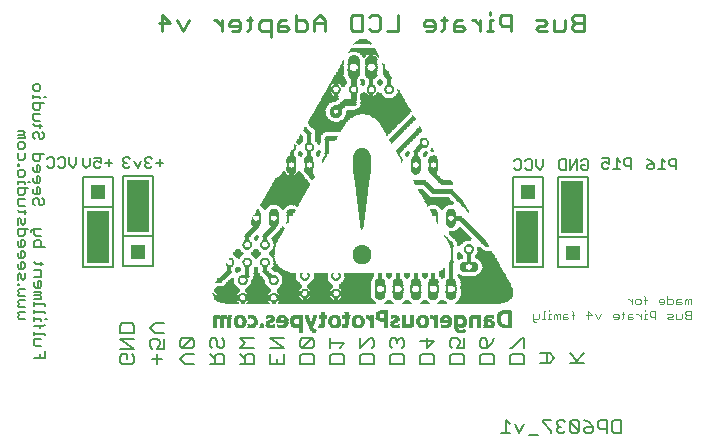
<source format=gbo>
G75*
G70*
%OFA0B0*%
%FSLAX24Y24*%
%IPPOS*%
%LPD*%
%AMOC8*
5,1,8,0,0,1.08239X$1,22.5*
%
%ADD10C,0.0100*%
%ADD11C,0.0050*%
%ADD12C,0.0070*%
%ADD13C,0.0060*%
%ADD14R,0.0770X0.1740*%
%ADD15R,0.0500X0.0500*%
%ADD16C,0.0040*%
%ADD17R,0.0290X0.0010*%
%ADD18R,0.0120X0.0010*%
%ADD19R,0.0140X0.0010*%
%ADD20R,0.0310X0.0010*%
%ADD21R,0.0130X0.0010*%
%ADD22R,0.0320X0.0010*%
%ADD23R,0.0330X0.0010*%
%ADD24R,0.0160X0.0010*%
%ADD25R,0.0340X0.0010*%
%ADD26R,0.0170X0.0010*%
%ADD27R,0.0180X0.0010*%
%ADD28R,0.0080X0.0010*%
%ADD29R,0.0030X0.0010*%
%ADD30R,0.0200X0.0010*%
%ADD31R,0.0040X0.0010*%
%ADD32R,0.0020X0.0010*%
%ADD33R,0.0150X0.0010*%
%ADD34R,0.0090X0.0010*%
%ADD35R,0.0100X0.0010*%
%ADD36R,0.0110X0.0010*%
%ADD37R,0.0060X0.0010*%
%ADD38R,0.0270X0.0010*%
%ADD39R,0.0250X0.0010*%
%ADD40R,0.0230X0.0010*%
%ADD41R,0.0210X0.0010*%
%ADD42R,0.0240X0.0010*%
%ADD43R,0.0220X0.0010*%
%ADD44R,0.0190X0.0010*%
%ADD45R,0.0260X0.0010*%
%ADD46R,0.0280X0.0010*%
%ADD47R,0.0370X0.0010*%
%ADD48R,0.0300X0.0010*%
%ADD49R,0.0360X0.0010*%
%ADD50R,0.0390X0.0010*%
%ADD51R,0.0350X0.0010*%
%ADD52R,0.0400X0.0010*%
%ADD53R,0.0380X0.0010*%
%ADD54R,0.0410X0.0010*%
%ADD55R,0.0420X0.0010*%
%ADD56R,0.0430X0.0010*%
%ADD57R,0.0070X0.0010*%
%ADD58R,0.0050X0.0010*%
%ADD59R,0.0010X0.0010*%
%ADD60R,0.0620X0.0010*%
%ADD61R,0.0610X0.0010*%
%ADD62R,0.0600X0.0010*%
%ADD63R,0.0450X0.0010*%
%ADD64R,0.0440X0.0010*%
%ADD65R,0.1520X0.0010*%
%ADD66R,0.3290X0.0010*%
%ADD67R,0.0770X0.0010*%
%ADD68R,0.0470X0.0010*%
%ADD69R,0.1590X0.0010*%
%ADD70R,0.3240X0.0010*%
%ADD71R,0.0740X0.0010*%
%ADD72R,0.0560X0.0010*%
%ADD73R,0.1600X0.0010*%
%ADD74R,0.3210X0.0010*%
%ADD75R,0.0720X0.0010*%
%ADD76R,0.0580X0.0010*%
%ADD77R,0.1620X0.0010*%
%ADD78R,0.3190X0.0010*%
%ADD79R,0.0700X0.0010*%
%ADD80R,0.1630X0.0010*%
%ADD81R,0.3170X0.0010*%
%ADD82R,0.0690X0.0010*%
%ADD83R,0.1650X0.0010*%
%ADD84R,0.3160X0.0010*%
%ADD85R,0.0680X0.0010*%
%ADD86R,0.0630X0.0010*%
%ADD87R,0.1670X0.0010*%
%ADD88R,0.3150X0.0010*%
%ADD89R,0.0660X0.0010*%
%ADD90R,0.0650X0.0010*%
%ADD91R,0.1680X0.0010*%
%ADD92R,0.3120X0.0010*%
%ADD93R,0.1690X0.0010*%
%ADD94R,0.3110X0.0010*%
%ADD95R,0.3100X0.0010*%
%ADD96R,0.3220X0.0010*%
%ADD97R,0.0900X0.0010*%
%ADD98R,0.0830X0.0010*%
%ADD99R,0.1700X0.0010*%
%ADD100R,0.1110X0.0010*%
%ADD101R,0.0840X0.0010*%
%ADD102R,0.0860X0.0010*%
%ADD103R,0.0880X0.0010*%
%ADD104R,0.1100X0.0010*%
%ADD105R,0.0820X0.0010*%
%ADD106R,0.0850X0.0010*%
%ADD107R,0.1080X0.0010*%
%ADD108R,0.0800X0.0010*%
%ADD109R,0.1710X0.0010*%
%ADD110R,0.0790X0.0010*%
%ADD111R,0.1720X0.0010*%
%ADD112R,0.1060X0.0010*%
%ADD113R,0.0810X0.0010*%
%ADD114R,0.1030X0.0010*%
%ADD115R,0.0750X0.0010*%
%ADD116R,0.1730X0.0010*%
%ADD117R,0.1020X0.0010*%
%ADD118R,0.0730X0.0010*%
%ADD119R,0.1010X0.0010*%
%ADD120R,0.0710X0.0010*%
%ADD121R,0.0780X0.0010*%
%ADD122R,0.1000X0.0010*%
%ADD123R,0.0990X0.0010*%
%ADD124R,0.0670X0.0010*%
%ADD125R,0.0760X0.0010*%
%ADD126R,0.0980X0.0010*%
%ADD127R,0.0960X0.0010*%
%ADD128R,0.0870X0.0010*%
%ADD129R,0.0950X0.0010*%
%ADD130R,0.0890X0.0010*%
%ADD131R,0.1090X0.0010*%
%ADD132R,0.1070X0.0010*%
%ADD133R,0.0640X0.0010*%
%ADD134R,0.0970X0.0010*%
%ADD135R,0.1040X0.0010*%
%ADD136R,0.1050X0.0010*%
%ADD137R,0.0590X0.0010*%
%ADD138R,0.0570X0.0010*%
%ADD139R,0.0550X0.0010*%
%ADD140R,0.0530X0.0010*%
%ADD141R,0.0510X0.0010*%
%ADD142R,0.1660X0.0010*%
%ADD143R,0.0480X0.0010*%
%ADD144R,0.0460X0.0010*%
%ADD145R,0.1640X0.0010*%
%ADD146R,0.0520X0.0010*%
%ADD147R,0.0940X0.0010*%
%ADD148R,0.0930X0.0010*%
%ADD149R,0.0540X0.0010*%
%ADD150R,0.0500X0.0010*%
%ADD151R,0.1610X0.0010*%
%ADD152R,0.0490X0.0010*%
%ADD153R,0.0920X0.0010*%
%ADD154R,0.0910X0.0010*%
%ADD155R,0.1270X0.0010*%
%ADD156R,0.1260X0.0010*%
%ADD157R,0.1250X0.0010*%
%ADD158R,0.1240X0.0010*%
%ADD159R,0.1220X0.0010*%
%ADD160R,0.1200X0.0010*%
%ADD161R,0.1190X0.0010*%
%ADD162R,0.1170X0.0010*%
%ADD163R,0.1160X0.0010*%
%ADD164R,0.1150X0.0010*%
%ADD165R,0.1130X0.0010*%
%ADD166R,0.1120X0.0010*%
%ADD167R,0.1180X0.0010*%
%ADD168R,0.1230X0.0010*%
%ADD169R,0.1280X0.0010*%
%ADD170R,0.1290X0.0010*%
%ADD171R,0.1210X0.0010*%
%ADD172R,0.1300X0.0010*%
%ADD173R,0.1350X0.0010*%
%ADD174R,0.1390X0.0010*%
%ADD175R,0.1440X0.0010*%
%ADD176R,0.2100X0.0010*%
%ADD177R,0.2110X0.0010*%
%ADD178R,0.2120X0.0010*%
%ADD179R,0.2130X0.0010*%
%ADD180R,0.2140X0.0010*%
%ADD181R,0.2150X0.0010*%
%ADD182R,0.2160X0.0010*%
%ADD183R,0.2170X0.0010*%
%ADD184R,0.2090X0.0010*%
%ADD185R,0.1840X0.0010*%
%ADD186R,0.1810X0.0010*%
%ADD187R,0.1790X0.0010*%
%ADD188R,0.1750X0.0010*%
%ADD189R,0.1570X0.0010*%
%ADD190R,0.1560X0.0010*%
%ADD191R,0.1550X0.0010*%
%ADD192R,0.1540X0.0010*%
%ADD193R,0.1530X0.0010*%
%ADD194R,0.1510X0.0010*%
%ADD195R,0.1500X0.0010*%
%ADD196R,0.1490X0.0010*%
%ADD197R,0.1480X0.0010*%
%ADD198R,0.1470X0.0010*%
%ADD199R,0.1460X0.0010*%
%ADD200R,0.1450X0.0010*%
%ADD201R,0.1430X0.0010*%
D10*
X013372Y016850D02*
X013372Y017410D01*
X013092Y017410D01*
X012998Y017317D01*
X012998Y017130D01*
X013092Y017037D01*
X013372Y017037D01*
X013606Y017037D02*
X013886Y017037D01*
X013980Y017130D01*
X013886Y017224D01*
X013606Y017224D01*
X013606Y017317D02*
X013606Y017037D01*
X013606Y017317D02*
X013699Y017410D01*
X013886Y017410D01*
X014214Y017410D02*
X014494Y017410D01*
X014587Y017317D01*
X014587Y017130D01*
X014494Y017037D01*
X014214Y017037D01*
X014214Y017597D01*
X014821Y017410D02*
X014821Y017037D01*
X014821Y017317D02*
X015195Y017317D01*
X015195Y017410D02*
X015195Y017037D01*
X015195Y017410D02*
X015008Y017597D01*
X014821Y017410D01*
X016037Y017504D02*
X016037Y017130D01*
X016130Y017037D01*
X016411Y017037D01*
X016411Y017597D01*
X016130Y017597D01*
X016037Y017504D01*
X016645Y017504D02*
X016738Y017597D01*
X016925Y017597D01*
X017018Y017504D01*
X017018Y017130D01*
X016925Y017037D01*
X016738Y017037D01*
X016645Y017130D01*
X017252Y017037D02*
X017626Y017037D01*
X017626Y017597D01*
X018468Y017317D02*
X018468Y017224D01*
X018841Y017224D01*
X018841Y017317D02*
X018748Y017410D01*
X018561Y017410D01*
X018468Y017317D01*
X018561Y017037D02*
X018748Y017037D01*
X018841Y017130D01*
X018841Y017317D01*
X019060Y017410D02*
X019246Y017410D01*
X019153Y017504D02*
X019153Y017130D01*
X019060Y017037D01*
X019481Y017037D02*
X019481Y017317D01*
X019574Y017410D01*
X019761Y017410D01*
X019761Y017224D02*
X019481Y017224D01*
X019481Y017037D02*
X019761Y017037D01*
X019854Y017130D01*
X019761Y017224D01*
X020080Y017410D02*
X020174Y017410D01*
X020361Y017224D01*
X020361Y017410D02*
X020361Y017037D01*
X020579Y017037D02*
X020766Y017037D01*
X020672Y017037D02*
X020672Y017410D01*
X020766Y017410D01*
X020672Y017597D02*
X020672Y017691D01*
X021000Y017504D02*
X021000Y017317D01*
X021093Y017224D01*
X021373Y017224D01*
X021373Y017037D02*
X021373Y017597D01*
X021093Y017597D01*
X021000Y017504D01*
X022215Y017410D02*
X022496Y017410D01*
X022589Y017317D01*
X022496Y017224D01*
X022309Y017224D01*
X022215Y017130D01*
X022309Y017037D01*
X022589Y017037D01*
X022823Y017037D02*
X022823Y017410D01*
X023197Y017410D02*
X023197Y017130D01*
X023103Y017037D01*
X022823Y017037D01*
X023431Y017130D02*
X023524Y017037D01*
X023804Y017037D01*
X023804Y017597D01*
X023524Y017597D01*
X023431Y017504D01*
X023431Y017410D01*
X023524Y017317D01*
X023804Y017317D01*
X023524Y017317D02*
X023431Y017224D01*
X023431Y017130D01*
X012764Y017410D02*
X012577Y017410D01*
X012671Y017504D02*
X012671Y017130D01*
X012577Y017037D01*
X012359Y017130D02*
X012359Y017317D01*
X012266Y017410D01*
X012079Y017410D01*
X011985Y017317D01*
X011985Y017224D01*
X012359Y017224D01*
X012359Y017130D02*
X012266Y017037D01*
X012079Y017037D01*
X011751Y017037D02*
X011751Y017410D01*
X011751Y017224D02*
X011565Y017410D01*
X011471Y017410D01*
X010637Y017410D02*
X010450Y017037D01*
X010264Y017410D01*
X010030Y017317D02*
X009656Y017317D01*
X009749Y017037D02*
X009749Y017597D01*
X010030Y017317D01*
D11*
X005870Y014860D02*
X005811Y014860D01*
X005695Y014860D02*
X005461Y014860D01*
X005461Y014802D02*
X005461Y014919D01*
X005520Y015047D02*
X005461Y015106D01*
X005461Y015223D01*
X005520Y015281D01*
X005636Y015281D01*
X005695Y015223D01*
X005695Y015106D01*
X005636Y015047D01*
X005520Y015047D01*
X005695Y014860D02*
X005695Y014802D01*
X005695Y014667D02*
X005695Y014492D01*
X005636Y014434D01*
X005520Y014434D01*
X005461Y014492D01*
X005461Y014667D01*
X005811Y014667D01*
X005695Y014299D02*
X005461Y014299D01*
X005461Y014124D01*
X005520Y014065D01*
X005695Y014065D01*
X005695Y013937D02*
X005695Y013820D01*
X005753Y013878D02*
X005520Y013878D01*
X005461Y013937D01*
X005520Y013685D02*
X005461Y013627D01*
X005461Y013510D01*
X005520Y013452D01*
X005636Y013510D02*
X005636Y013627D01*
X005578Y013685D01*
X005520Y013685D01*
X005636Y013510D02*
X005695Y013452D01*
X005753Y013452D01*
X005811Y013510D01*
X005811Y013627D01*
X005753Y013685D01*
X005170Y013658D02*
X005111Y013717D01*
X004936Y013717D01*
X004936Y013600D02*
X005111Y013600D01*
X005170Y013658D01*
X005111Y013600D02*
X005170Y013542D01*
X005170Y013483D01*
X004936Y013483D01*
X004995Y013348D02*
X005111Y013348D01*
X005170Y013290D01*
X005170Y013173D01*
X005111Y013115D01*
X004995Y013115D01*
X004936Y013173D01*
X004936Y013290D01*
X004995Y013348D01*
X004936Y012980D02*
X004936Y012805D01*
X004995Y012747D01*
X005111Y012747D01*
X005170Y012805D01*
X005170Y012980D01*
X005461Y012948D02*
X005461Y012773D01*
X005520Y012715D01*
X005636Y012715D01*
X005695Y012773D01*
X005695Y012948D01*
X005811Y012948D02*
X005461Y012948D01*
X005914Y012777D02*
X005973Y012835D01*
X006090Y012835D01*
X006148Y012777D01*
X006148Y012543D01*
X006090Y012485D01*
X005973Y012485D01*
X005914Y012543D01*
X005695Y012522D02*
X005636Y012580D01*
X005578Y012580D01*
X005578Y012347D01*
X005636Y012347D02*
X005695Y012405D01*
X005695Y012522D01*
X005636Y012347D02*
X005520Y012347D01*
X005461Y012405D01*
X005461Y012522D01*
X005170Y012369D02*
X005170Y012252D01*
X005111Y012194D01*
X004995Y012194D01*
X004936Y012252D01*
X004936Y012369D01*
X004995Y012428D01*
X005111Y012428D01*
X005170Y012369D01*
X004995Y012562D02*
X004995Y012621D01*
X004936Y012621D01*
X004936Y012562D01*
X004995Y012562D01*
X005461Y012153D02*
X005461Y012037D01*
X005520Y011978D01*
X005636Y011978D01*
X005695Y012037D01*
X005695Y012153D01*
X005636Y012212D01*
X005578Y012212D01*
X005578Y011978D01*
X005578Y011844D02*
X005578Y011610D01*
X005636Y011610D02*
X005695Y011668D01*
X005695Y011785D01*
X005636Y011844D01*
X005578Y011844D01*
X005461Y011785D02*
X005461Y011668D01*
X005520Y011610D01*
X005636Y011610D01*
X005578Y011475D02*
X005520Y011475D01*
X005461Y011417D01*
X005461Y011300D01*
X005520Y011242D01*
X005636Y011300D02*
X005636Y011417D01*
X005578Y011475D01*
X005753Y011475D02*
X005811Y011417D01*
X005811Y011300D01*
X005753Y011242D01*
X005695Y011242D01*
X005636Y011300D01*
X005170Y011212D02*
X004995Y011212D01*
X004936Y011270D01*
X004936Y011446D01*
X005170Y011446D01*
X005111Y011580D02*
X004995Y011580D01*
X004936Y011639D01*
X004936Y011814D01*
X005286Y011814D01*
X005170Y011814D02*
X005170Y011639D01*
X005111Y011580D01*
X005170Y011949D02*
X005170Y012007D01*
X004936Y012007D01*
X004936Y011949D02*
X004936Y012065D01*
X005286Y012007D02*
X005345Y012007D01*
X006283Y012543D02*
X006341Y012485D01*
X006458Y012485D01*
X006516Y012543D01*
X006516Y012777D01*
X006458Y012835D01*
X006341Y012835D01*
X006283Y012777D01*
X006651Y012835D02*
X006651Y012602D01*
X006768Y012485D01*
X006885Y012602D01*
X006885Y012835D01*
X007113Y012829D02*
X007113Y012596D01*
X007230Y012479D01*
X007347Y012596D01*
X007347Y012829D01*
X007482Y012829D02*
X007715Y012829D01*
X007715Y012654D01*
X007598Y012712D01*
X007540Y012712D01*
X007482Y012654D01*
X007482Y012537D01*
X007540Y012479D01*
X007657Y012479D01*
X007715Y012537D01*
X007850Y012654D02*
X008083Y012654D01*
X007967Y012771D02*
X007967Y012537D01*
X008453Y012547D02*
X008511Y012489D01*
X008628Y012489D01*
X008686Y012547D01*
X008570Y012664D02*
X008511Y012664D01*
X008453Y012606D01*
X008453Y012547D01*
X008511Y012664D02*
X008453Y012722D01*
X008453Y012781D01*
X008511Y012839D01*
X008628Y012839D01*
X008686Y012781D01*
X008821Y012722D02*
X008938Y012489D01*
X009055Y012722D01*
X009190Y012722D02*
X009190Y012781D01*
X009248Y012839D01*
X009365Y012839D01*
X009423Y012781D01*
X009306Y012664D02*
X009248Y012664D01*
X009190Y012606D01*
X009190Y012547D01*
X009248Y012489D01*
X009365Y012489D01*
X009423Y012547D01*
X009558Y012664D02*
X009791Y012664D01*
X009675Y012781D02*
X009675Y012547D01*
X009248Y012664D02*
X009190Y012722D01*
X005730Y010451D02*
X005438Y010451D01*
X005379Y010393D01*
X005379Y010335D01*
X005496Y010276D02*
X005496Y010451D01*
X005496Y010276D02*
X005555Y010218D01*
X005730Y010218D01*
X005671Y010083D02*
X005730Y010025D01*
X005730Y009850D01*
X005846Y009850D02*
X005496Y009850D01*
X005496Y010025D01*
X005555Y010083D01*
X005671Y010083D01*
X005170Y010037D02*
X005111Y010095D01*
X005053Y010095D01*
X005053Y009862D01*
X004995Y009862D02*
X005111Y009862D01*
X005170Y009920D01*
X005170Y010037D01*
X005111Y010230D02*
X004995Y010230D01*
X004936Y010288D01*
X004936Y010463D01*
X005286Y010463D01*
X005170Y010463D02*
X005170Y010288D01*
X005111Y010230D01*
X004936Y010037D02*
X004936Y009920D01*
X004995Y009862D01*
X005053Y009727D02*
X005053Y009493D01*
X004995Y009493D02*
X005111Y009493D01*
X005170Y009552D01*
X005170Y009668D01*
X005111Y009727D01*
X005053Y009727D01*
X004936Y009668D02*
X004936Y009552D01*
X004995Y009493D01*
X005053Y009358D02*
X005053Y009125D01*
X004995Y009125D02*
X005111Y009125D01*
X005170Y009183D01*
X005170Y009300D01*
X005111Y009358D01*
X005053Y009358D01*
X004936Y009300D02*
X004936Y009183D01*
X004995Y009125D01*
X004995Y008990D02*
X005053Y008932D01*
X005053Y008815D01*
X005111Y008757D01*
X005170Y008815D01*
X005170Y008990D01*
X004995Y008990D02*
X004936Y008932D01*
X004936Y008757D01*
X004936Y008631D02*
X004936Y008573D01*
X004995Y008573D01*
X004995Y008631D01*
X004936Y008631D01*
X004995Y008438D02*
X005170Y008438D01*
X004995Y008438D02*
X004936Y008379D01*
X004995Y008321D01*
X004936Y008263D01*
X004995Y008204D01*
X005170Y008204D01*
X005170Y008069D02*
X004995Y008069D01*
X004936Y008011D01*
X004995Y007953D01*
X004936Y007894D01*
X004995Y007836D01*
X005170Y007836D01*
X005170Y007701D02*
X004995Y007701D01*
X004936Y007643D01*
X004995Y007584D01*
X004936Y007526D01*
X004995Y007468D01*
X005170Y007468D01*
X005496Y007453D02*
X005730Y007453D01*
X005730Y007394D01*
X005846Y007453D02*
X005905Y007453D01*
X005846Y007640D02*
X005846Y007698D01*
X005496Y007698D01*
X005496Y007640D02*
X005496Y007757D01*
X005496Y007885D02*
X005496Y008002D01*
X005496Y007944D02*
X005846Y007944D01*
X005846Y007885D01*
X005730Y008131D02*
X005496Y008131D01*
X005496Y008248D02*
X005671Y008248D01*
X005730Y008306D01*
X005671Y008364D01*
X005496Y008364D01*
X005555Y008499D02*
X005671Y008499D01*
X005730Y008558D01*
X005730Y008674D01*
X005671Y008733D01*
X005613Y008733D01*
X005613Y008499D01*
X005555Y008499D02*
X005496Y008558D01*
X005496Y008674D01*
X005496Y008867D02*
X005730Y008867D01*
X005730Y009043D01*
X005671Y009101D01*
X005496Y009101D01*
X005555Y009294D02*
X005496Y009353D01*
X005555Y009294D02*
X005788Y009294D01*
X005730Y009236D02*
X005730Y009353D01*
X005671Y008248D02*
X005730Y008189D01*
X005730Y008131D01*
X005496Y007511D02*
X005496Y007394D01*
X005496Y007207D02*
X005788Y007207D01*
X005846Y007266D01*
X005671Y007266D02*
X005671Y007149D01*
X005496Y007020D02*
X005496Y006903D01*
X005496Y006962D02*
X005846Y006962D01*
X005846Y006903D01*
X005730Y006769D02*
X005496Y006769D01*
X005496Y006593D01*
X005555Y006535D01*
X005730Y006535D01*
X005846Y006400D02*
X005846Y006167D01*
X005496Y006167D01*
X005671Y006167D02*
X005671Y006283D01*
X005111Y010598D02*
X005053Y010657D01*
X005053Y010773D01*
X004995Y010832D01*
X004936Y010773D01*
X004936Y010598D01*
X005111Y010598D02*
X005170Y010657D01*
X005170Y010832D01*
X005170Y010966D02*
X005170Y011083D01*
X005228Y011025D02*
X004995Y011025D01*
X004936Y011083D01*
X021489Y012490D02*
X021548Y012432D01*
X021664Y012432D01*
X021723Y012490D01*
X021723Y012724D01*
X021664Y012782D01*
X021548Y012782D01*
X021489Y012724D01*
X021858Y012724D02*
X021916Y012782D01*
X022033Y012782D01*
X022091Y012724D01*
X022091Y012490D01*
X022033Y012432D01*
X021916Y012432D01*
X021858Y012490D01*
X022226Y012548D02*
X022226Y012782D01*
X022459Y012782D02*
X022459Y012548D01*
X022343Y012432D01*
X022226Y012548D01*
X022989Y012480D02*
X022989Y012714D01*
X023048Y012772D01*
X023223Y012772D01*
X023223Y012422D01*
X023048Y012422D01*
X022989Y012480D01*
X023358Y012422D02*
X023358Y012772D01*
X023591Y012772D02*
X023358Y012422D01*
X023591Y012422D02*
X023591Y012772D01*
X023726Y012714D02*
X023784Y012772D01*
X023901Y012772D01*
X023959Y012714D01*
X023959Y012480D01*
X023901Y012422D01*
X023784Y012422D01*
X023726Y012480D01*
X023726Y012597D01*
X023843Y012597D01*
X024419Y012627D02*
X024419Y012510D01*
X024478Y012452D01*
X024594Y012452D01*
X024653Y012510D01*
X024653Y012627D02*
X024536Y012685D01*
X024478Y012685D01*
X024419Y012627D01*
X024419Y012802D02*
X024653Y012802D01*
X024653Y012627D01*
X024788Y012452D02*
X025021Y012452D01*
X024904Y012452D02*
X024904Y012802D01*
X025021Y012685D01*
X025156Y012627D02*
X025214Y012568D01*
X025389Y012568D01*
X025389Y012452D02*
X025389Y012802D01*
X025214Y012802D01*
X025156Y012744D01*
X025156Y012627D01*
X025919Y012558D02*
X025919Y012500D01*
X025978Y012442D01*
X026094Y012442D01*
X026153Y012500D01*
X026153Y012617D01*
X025978Y012617D01*
X025919Y012558D01*
X026036Y012734D02*
X025919Y012792D01*
X026036Y012734D02*
X026153Y012617D01*
X026288Y012442D02*
X026521Y012442D01*
X026404Y012442D02*
X026404Y012792D01*
X026521Y012675D01*
X026656Y012617D02*
X026656Y012734D01*
X026714Y012792D01*
X026889Y012792D01*
X026889Y012442D01*
X026889Y012558D02*
X026714Y012558D01*
X026656Y012617D01*
D12*
X008339Y006195D02*
X008339Y006032D01*
X008421Y005950D01*
X008748Y005950D01*
X008830Y006032D01*
X008830Y006195D01*
X008748Y006277D01*
X008585Y006277D02*
X008585Y006113D01*
X008585Y006277D02*
X008421Y006277D01*
X008339Y006195D01*
X008339Y006465D02*
X008830Y006465D01*
X008339Y006792D01*
X008830Y006792D01*
X008830Y006981D02*
X008339Y006981D01*
X008339Y007226D01*
X008421Y007308D01*
X008748Y007308D01*
X008830Y007226D01*
X008830Y006981D01*
X009339Y007145D02*
X009503Y007308D01*
X009830Y007308D01*
X009830Y006981D02*
X009503Y006981D01*
X009339Y007145D01*
X009421Y006792D02*
X009339Y006711D01*
X009339Y006547D01*
X009421Y006465D01*
X009585Y006465D02*
X009666Y006629D01*
X009666Y006711D01*
X009585Y006792D01*
X009421Y006792D01*
X009585Y006465D02*
X009830Y006465D01*
X009830Y006792D01*
X010339Y006726D02*
X010339Y006563D01*
X010421Y006481D01*
X010748Y006808D01*
X010421Y006808D01*
X010339Y006726D01*
X010421Y006481D02*
X010748Y006481D01*
X010830Y006563D01*
X010830Y006726D01*
X010748Y006808D01*
X010830Y006292D02*
X010503Y006292D01*
X010339Y006129D01*
X010503Y005965D01*
X010830Y005965D01*
X011339Y005965D02*
X011830Y005965D01*
X011830Y006211D01*
X011748Y006292D01*
X011585Y006292D01*
X011503Y006211D01*
X011503Y005965D01*
X011503Y006129D02*
X011339Y006292D01*
X011421Y006481D02*
X011339Y006563D01*
X011339Y006726D01*
X011421Y006808D01*
X011503Y006808D01*
X011585Y006726D01*
X011585Y006563D01*
X011666Y006481D01*
X011748Y006481D01*
X011830Y006563D01*
X011830Y006726D01*
X011748Y006808D01*
X012339Y006808D02*
X012830Y006808D01*
X012830Y006481D02*
X012339Y006481D01*
X012503Y006645D01*
X012339Y006808D01*
X012339Y006292D02*
X012503Y006129D01*
X012503Y006211D02*
X012503Y005965D01*
X012339Y005965D02*
X012830Y005965D01*
X012830Y006211D01*
X012748Y006292D01*
X012585Y006292D01*
X012503Y006211D01*
X013339Y006292D02*
X013339Y005965D01*
X013830Y005965D01*
X013830Y006292D01*
X013830Y006481D02*
X013339Y006481D01*
X013339Y006808D02*
X013830Y006808D01*
X013830Y006481D02*
X013339Y006808D01*
X013585Y006129D02*
X013585Y005965D01*
X014339Y005965D02*
X014339Y006211D01*
X014421Y006292D01*
X014748Y006292D01*
X014830Y006211D01*
X014830Y005965D01*
X014339Y005965D01*
X014421Y006481D02*
X014748Y006808D01*
X014421Y006808D01*
X014339Y006726D01*
X014339Y006563D01*
X014421Y006481D01*
X014748Y006481D01*
X014830Y006563D01*
X014830Y006726D01*
X014748Y006808D01*
X015339Y006808D02*
X015339Y006481D01*
X015339Y006645D02*
X015830Y006645D01*
X015666Y006481D01*
X015748Y006292D02*
X015421Y006292D01*
X015339Y006211D01*
X015339Y005965D01*
X015830Y005965D01*
X015830Y006211D01*
X015748Y006292D01*
X016339Y006211D02*
X016339Y005965D01*
X016830Y005965D01*
X016830Y006211D01*
X016748Y006292D01*
X016421Y006292D01*
X016339Y006211D01*
X016339Y006481D02*
X016666Y006808D01*
X016748Y006808D01*
X016830Y006726D01*
X016830Y006563D01*
X016748Y006481D01*
X016339Y006481D02*
X016339Y006808D01*
X017339Y006726D02*
X017339Y006563D01*
X017421Y006481D01*
X017421Y006292D02*
X017748Y006292D01*
X017830Y006211D01*
X017830Y005965D01*
X017339Y005965D01*
X017339Y006211D01*
X017421Y006292D01*
X017748Y006481D02*
X017830Y006563D01*
X017830Y006726D01*
X017748Y006808D01*
X017666Y006808D01*
X017585Y006726D01*
X017503Y006808D01*
X017421Y006808D01*
X017339Y006726D01*
X017585Y006726D02*
X017585Y006645D01*
X018339Y006726D02*
X018830Y006726D01*
X018585Y006481D01*
X018585Y006808D01*
X018421Y006292D02*
X018748Y006292D01*
X018830Y006211D01*
X018830Y005965D01*
X018339Y005965D01*
X018339Y006211D01*
X018421Y006292D01*
X019339Y006211D02*
X019339Y005965D01*
X019830Y005965D01*
X019830Y006211D01*
X019748Y006292D01*
X019421Y006292D01*
X019339Y006211D01*
X019421Y006481D02*
X019339Y006563D01*
X019339Y006726D01*
X019421Y006808D01*
X019585Y006808D01*
X019666Y006726D01*
X019666Y006645D01*
X019585Y006481D01*
X019830Y006481D01*
X019830Y006808D01*
X020339Y006726D02*
X020339Y006563D01*
X020421Y006481D01*
X020585Y006481D01*
X020585Y006726D01*
X020503Y006808D01*
X020421Y006808D01*
X020339Y006726D01*
X020585Y006481D02*
X020748Y006645D01*
X020830Y006808D01*
X020748Y006292D02*
X020421Y006292D01*
X020339Y006211D01*
X020339Y005965D01*
X020830Y005965D01*
X020830Y006211D01*
X020748Y006292D01*
X021339Y006211D02*
X021339Y005965D01*
X021830Y005965D01*
X021830Y006211D01*
X021748Y006292D01*
X021421Y006292D01*
X021339Y006211D01*
X021339Y006481D02*
X021421Y006481D01*
X021748Y006808D01*
X021830Y006808D01*
X021830Y006481D01*
X022339Y006308D02*
X022666Y006308D01*
X022830Y006145D01*
X022666Y005981D01*
X022339Y005981D01*
X022585Y005981D02*
X022585Y006308D01*
X023339Y006308D02*
X023585Y006063D01*
X023503Y005981D02*
X023830Y006308D01*
X023830Y005981D02*
X023339Y005981D01*
X009748Y006113D02*
X009421Y006113D01*
X009585Y005950D02*
X009585Y006277D01*
D13*
X009444Y009217D02*
X008444Y009217D01*
X008444Y010217D01*
X009444Y010217D01*
X009444Y009217D01*
X008131Y009187D02*
X007131Y009187D01*
X007131Y011187D01*
X008131Y011187D01*
X008131Y012187D01*
X007131Y012187D01*
X007131Y011187D01*
X008131Y011187D02*
X008131Y009187D01*
X008444Y010217D02*
X008444Y012217D01*
X009444Y012217D01*
X009444Y010217D01*
X021057Y003644D02*
X021351Y003644D01*
X021204Y003644D02*
X021204Y004084D01*
X021351Y003937D01*
X021518Y003937D02*
X021664Y003644D01*
X021811Y003937D01*
X021978Y003570D02*
X022271Y003570D01*
X022732Y003644D02*
X022732Y003717D01*
X022438Y004011D01*
X022438Y004084D01*
X022732Y004084D01*
X022899Y004011D02*
X022899Y003937D01*
X022972Y003864D01*
X022899Y003790D01*
X022899Y003717D01*
X022972Y003644D01*
X023119Y003644D01*
X023192Y003717D01*
X023359Y003717D02*
X023432Y003644D01*
X023579Y003644D01*
X023653Y003717D01*
X023359Y004011D01*
X023359Y003717D01*
X023359Y004011D02*
X023432Y004084D01*
X023579Y004084D01*
X023653Y004011D01*
X023653Y003717D01*
X023819Y003717D02*
X023819Y003790D01*
X023893Y003864D01*
X024113Y003864D01*
X024113Y003717D01*
X024040Y003644D01*
X023893Y003644D01*
X023819Y003717D01*
X023966Y004011D02*
X024113Y003864D01*
X024280Y003864D02*
X024353Y003790D01*
X024573Y003790D01*
X024573Y003644D02*
X024573Y004084D01*
X024353Y004084D01*
X024280Y004011D01*
X024280Y003864D01*
X023966Y004011D02*
X023819Y004084D01*
X023192Y004011D02*
X023119Y004084D01*
X022972Y004084D01*
X022899Y004011D01*
X022972Y003864D02*
X023045Y003864D01*
X024740Y003717D02*
X024740Y004011D01*
X024813Y004084D01*
X025034Y004084D01*
X025034Y003644D01*
X024813Y003644D01*
X024740Y003717D01*
X023934Y009177D02*
X022934Y009177D01*
X022934Y010177D01*
X023934Y010177D01*
X023934Y009177D01*
X023934Y010177D02*
X023934Y012177D01*
X022934Y012177D01*
X022934Y010177D01*
X022434Y009187D02*
X021434Y009187D01*
X021434Y011187D01*
X022434Y011187D01*
X022434Y012187D01*
X021434Y012187D01*
X021434Y011187D01*
X022434Y011187D02*
X022434Y009187D01*
D14*
X021929Y010187D03*
X023429Y011187D03*
X008939Y011227D03*
X007626Y010187D03*
D15*
X008954Y009697D03*
X007631Y011677D03*
X021934Y011677D03*
X023444Y009657D03*
D16*
X025270Y008124D02*
X025317Y008124D01*
X025410Y008030D01*
X025410Y007937D02*
X025410Y008124D01*
X025518Y008077D02*
X025565Y008124D01*
X025658Y008124D01*
X025705Y008077D01*
X025705Y007983D01*
X025658Y007937D01*
X025565Y007937D01*
X025518Y007983D01*
X025518Y008077D01*
X025808Y008077D02*
X025901Y008077D01*
X025854Y008170D02*
X025854Y007937D01*
X025854Y007764D02*
X025854Y007717D01*
X025854Y007624D02*
X025854Y007437D01*
X025808Y007437D02*
X025901Y007437D01*
X026009Y007577D02*
X026056Y007530D01*
X026196Y007530D01*
X026196Y007437D02*
X026196Y007717D01*
X026056Y007717D01*
X026009Y007670D01*
X026009Y007577D01*
X025901Y007624D02*
X025854Y007624D01*
X025705Y007624D02*
X025705Y007437D01*
X025705Y007530D02*
X025611Y007624D01*
X025565Y007624D01*
X025412Y007624D02*
X025319Y007624D01*
X025272Y007577D01*
X025272Y007437D01*
X025412Y007437D01*
X025459Y007483D01*
X025412Y007530D01*
X025272Y007530D01*
X025165Y007624D02*
X025071Y007624D01*
X025118Y007670D02*
X025118Y007483D01*
X025071Y007437D01*
X024968Y007483D02*
X024968Y007577D01*
X024921Y007624D01*
X024828Y007624D01*
X024781Y007577D01*
X024781Y007530D01*
X024968Y007530D01*
X024968Y007483D02*
X024921Y007437D01*
X024828Y007437D01*
X024379Y007624D02*
X024285Y007437D01*
X024192Y007624D01*
X024084Y007577D02*
X023897Y007577D01*
X023944Y007437D02*
X023944Y007717D01*
X024084Y007577D01*
X023495Y007577D02*
X023401Y007577D01*
X023448Y007670D02*
X023401Y007717D01*
X023448Y007670D02*
X023448Y007437D01*
X023298Y007483D02*
X023252Y007530D01*
X023112Y007530D01*
X023112Y007577D02*
X023112Y007437D01*
X023252Y007437D01*
X023298Y007483D01*
X023252Y007624D02*
X023158Y007624D01*
X023112Y007577D01*
X023004Y007624D02*
X023004Y007437D01*
X022910Y007437D02*
X022910Y007577D01*
X022864Y007624D01*
X022817Y007577D01*
X022817Y007437D01*
X022709Y007437D02*
X022616Y007437D01*
X022662Y007437D02*
X022662Y007624D01*
X022709Y007624D01*
X022662Y007717D02*
X022662Y007764D01*
X022513Y007717D02*
X022466Y007717D01*
X022466Y007437D01*
X022513Y007437D02*
X022419Y007437D01*
X022316Y007483D02*
X022270Y007437D01*
X022130Y007437D01*
X022130Y007390D02*
X022176Y007343D01*
X022223Y007343D01*
X022130Y007390D02*
X022130Y007624D01*
X022316Y007624D02*
X022316Y007483D01*
X022910Y007577D02*
X022957Y007624D01*
X023004Y007624D01*
X025808Y008217D02*
X025854Y008170D01*
X026304Y008077D02*
X026304Y008030D01*
X026490Y008030D01*
X026490Y007983D02*
X026490Y008077D01*
X026444Y008124D01*
X026350Y008124D01*
X026304Y008077D01*
X026350Y007937D02*
X026444Y007937D01*
X026490Y007983D01*
X026598Y007937D02*
X026598Y008217D01*
X026598Y008124D02*
X026738Y008124D01*
X026785Y008077D01*
X026785Y007983D01*
X026738Y007937D01*
X026598Y007937D01*
X026893Y007937D02*
X027033Y007937D01*
X027080Y007983D01*
X027033Y008030D01*
X026893Y008030D01*
X026893Y008077D02*
X026893Y007937D01*
X026893Y008077D02*
X026940Y008124D01*
X027033Y008124D01*
X027188Y008077D02*
X027188Y007937D01*
X027281Y007937D02*
X027281Y008077D01*
X027234Y008124D01*
X027188Y008077D01*
X027281Y008077D02*
X027328Y008124D01*
X027374Y008124D01*
X027374Y007937D01*
X027374Y007717D02*
X027234Y007717D01*
X027188Y007670D01*
X027188Y007624D01*
X027234Y007577D01*
X027374Y007577D01*
X027234Y007577D02*
X027188Y007530D01*
X027188Y007483D01*
X027234Y007437D01*
X027374Y007437D01*
X027374Y007717D01*
X027080Y007624D02*
X027080Y007483D01*
X027033Y007437D01*
X026893Y007437D01*
X026893Y007624D01*
X026785Y007577D02*
X026738Y007624D01*
X026598Y007624D01*
X026645Y007530D02*
X026738Y007530D01*
X026785Y007577D01*
X026785Y007437D02*
X026645Y007437D01*
X026598Y007483D01*
X026645Y007530D01*
D17*
X020674Y007517D03*
X020624Y007387D03*
X019724Y006997D03*
X019184Y007167D03*
X019214Y007507D03*
X018434Y007517D03*
X018214Y008147D03*
X017614Y008147D03*
X017024Y008147D03*
X017024Y008157D03*
X017024Y008717D03*
X016404Y009307D03*
X018794Y008717D03*
X019384Y008717D03*
X019704Y010037D03*
X019664Y010377D03*
X019384Y010577D03*
X019384Y010587D03*
X019634Y010797D03*
X019384Y010997D03*
X019384Y011007D03*
X019384Y011017D03*
X018584Y011487D03*
X018794Y012357D03*
X018794Y012367D03*
X018794Y012777D03*
X018204Y012777D03*
X018204Y012357D03*
X017294Y013727D03*
X016004Y014197D03*
X015774Y014007D03*
X015284Y014897D03*
X015664Y015557D03*
X015664Y015567D03*
X016964Y014877D03*
X017624Y014837D03*
X014064Y012777D03*
X014064Y012367D03*
X014064Y012357D03*
X014664Y012357D03*
X016404Y011287D03*
X016404Y011277D03*
X016404Y011267D03*
X016404Y011257D03*
X016404Y011247D03*
X016404Y011237D03*
X016404Y011227D03*
X013474Y011007D03*
X013474Y010587D03*
X012884Y010587D03*
X012884Y010577D03*
X012884Y009647D03*
X012884Y009577D03*
X012294Y009577D03*
X012294Y009647D03*
X012514Y008877D03*
X012014Y008597D03*
X013554Y009127D03*
X013764Y007507D03*
X013364Y007207D03*
X013364Y007197D03*
X012764Y007217D03*
X012764Y007227D03*
X012754Y007207D03*
X015504Y007177D03*
X015494Y007517D03*
X016294Y007177D03*
X017134Y007367D03*
X017514Y007217D03*
X017524Y007197D03*
D18*
X017539Y007137D03*
X017429Y007237D03*
X017429Y007247D03*
X017429Y007267D03*
X017599Y007457D03*
X017809Y007177D03*
X017809Y007167D03*
X017809Y007157D03*
X018079Y007307D03*
X018079Y007317D03*
X018079Y007327D03*
X018079Y007337D03*
X018079Y007347D03*
X018079Y007357D03*
X018079Y007367D03*
X018079Y007377D03*
X018079Y007387D03*
X018079Y007397D03*
X018079Y007407D03*
X018079Y007417D03*
X018079Y007427D03*
X018079Y007437D03*
X018079Y007447D03*
X018079Y007457D03*
X018079Y007467D03*
X018079Y007477D03*
X018079Y007487D03*
X018079Y007497D03*
X018079Y007507D03*
X018079Y007517D03*
X018079Y007527D03*
X018079Y007537D03*
X018079Y007547D03*
X017909Y008037D03*
X017619Y008087D03*
X017319Y008037D03*
X017029Y008087D03*
X017149Y008537D03*
X016909Y008547D03*
X017319Y008817D03*
X017499Y008537D03*
X017739Y008537D03*
X017909Y008817D03*
X018329Y008537D03*
X018509Y008817D03*
X018909Y008547D03*
X019099Y008817D03*
X019119Y009047D03*
X019399Y009327D03*
X019659Y009607D03*
X019399Y009877D03*
X019399Y009887D03*
X019399Y009897D03*
X019369Y009977D03*
X019359Y009987D03*
X019659Y009917D03*
X019659Y009907D03*
X020329Y009797D03*
X020589Y009847D03*
X019479Y010887D03*
X019789Y011237D03*
X019779Y011247D03*
X019769Y011267D03*
X018889Y012477D03*
X018799Y012867D03*
X018539Y012987D03*
X018509Y012907D03*
X018109Y012657D03*
X017919Y012907D03*
X017939Y012977D03*
X017639Y012987D03*
X017419Y013367D03*
X017269Y013617D03*
X018109Y014147D03*
X018329Y013767D03*
X016969Y014957D03*
X017029Y015257D03*
X017029Y015267D03*
X017179Y015717D03*
X016869Y015717D03*
X016589Y015717D03*
X016279Y015717D03*
X015999Y015717D03*
X015749Y015847D03*
X016489Y016197D03*
X015269Y015007D03*
X014389Y013497D03*
X014389Y013487D03*
X014309Y013277D03*
X014079Y012967D03*
X014079Y012957D03*
X014079Y012947D03*
X014159Y012667D03*
X014159Y012477D03*
X014319Y012317D03*
X014569Y012477D03*
X014749Y012477D03*
X014749Y012667D03*
X014569Y012667D03*
X014979Y013017D03*
X015239Y012987D03*
X015239Y012977D03*
X014979Y013317D03*
X013819Y012317D03*
X013769Y011127D03*
X013569Y010887D03*
X012979Y010887D03*
X012959Y011017D03*
X013179Y011127D03*
X012909Y010167D03*
X013529Y010017D03*
X013529Y010007D03*
X013429Y009687D03*
X013429Y009547D03*
X013429Y009537D03*
X013529Y009247D03*
X013359Y008807D03*
X014199Y007557D03*
X014389Y007517D03*
X014389Y007507D03*
X014599Y007457D03*
X014609Y007427D03*
X014609Y007417D03*
X014619Y007407D03*
X014619Y007397D03*
X014619Y007387D03*
X014619Y007377D03*
X014629Y007357D03*
X014629Y007347D03*
X014639Y007327D03*
X014649Y007297D03*
X014779Y007317D03*
X014809Y007407D03*
X014819Y006997D03*
X013899Y007287D03*
X013899Y007297D03*
X013899Y007307D03*
X013899Y007397D03*
X013899Y007407D03*
X013899Y007417D03*
X013889Y007427D03*
X013889Y007437D03*
X013649Y007457D03*
X013639Y007437D03*
X013639Y007427D03*
X013629Y007417D03*
X013629Y007407D03*
X013269Y007267D03*
X013269Y007257D03*
X013269Y007247D03*
X013069Y007267D03*
X011499Y007267D03*
X011499Y007277D03*
X011499Y007287D03*
X011499Y007297D03*
X011499Y007307D03*
X011499Y007317D03*
X011499Y007327D03*
X011499Y007337D03*
X011499Y007347D03*
X011499Y007357D03*
X011499Y007367D03*
X011499Y007377D03*
X011499Y007387D03*
X011499Y007397D03*
X011499Y007407D03*
X011499Y007417D03*
X011499Y007257D03*
X011499Y007247D03*
X011499Y007237D03*
X011499Y007227D03*
X011499Y007217D03*
X011499Y007207D03*
X011499Y007197D03*
X011499Y007187D03*
X011499Y007177D03*
X011499Y007167D03*
X011499Y007157D03*
X011499Y007147D03*
X015919Y007287D03*
X015919Y007297D03*
X015919Y007307D03*
X015919Y007317D03*
X015919Y007327D03*
X015919Y007337D03*
X015919Y007347D03*
X015919Y007357D03*
X015919Y007367D03*
X015919Y007377D03*
X015919Y007387D03*
X015919Y007397D03*
X015919Y007407D03*
X015919Y007417D03*
X015919Y007427D03*
X015919Y007437D03*
X015919Y007447D03*
X015919Y007457D03*
X015919Y007567D03*
X015919Y007577D03*
X015919Y007587D03*
X015919Y007597D03*
X015919Y007607D03*
X015919Y007617D03*
X015919Y007627D03*
X016609Y007517D03*
X016609Y007507D03*
X018209Y008087D03*
X018499Y008047D03*
X018749Y007517D03*
X018889Y007517D03*
X018889Y007527D03*
X018889Y007507D03*
X018889Y007497D03*
X018879Y007377D03*
X018879Y007367D03*
X018879Y007357D03*
X018879Y007347D03*
X018879Y007337D03*
X018879Y007327D03*
X018879Y007317D03*
X018879Y007307D03*
X018879Y007297D03*
X018879Y007287D03*
X018879Y007277D03*
X018879Y007267D03*
X018879Y007257D03*
X018879Y007247D03*
X018879Y007237D03*
X018879Y007227D03*
X018879Y007217D03*
X018879Y007207D03*
X018879Y007197D03*
X018879Y007187D03*
X018879Y007177D03*
X018879Y007167D03*
X019079Y007397D03*
X019079Y007407D03*
X019079Y007417D03*
X019089Y007427D03*
X019089Y007437D03*
X019099Y007457D03*
X019329Y007447D03*
X019339Y007437D03*
X019339Y007427D03*
X019349Y007417D03*
X019349Y007407D03*
X019349Y007397D03*
X019349Y007297D03*
X019349Y007287D03*
X019559Y007147D03*
X019559Y007137D03*
X019549Y007527D03*
X020049Y007147D03*
X020529Y007147D03*
X020529Y007157D03*
X020539Y007167D03*
X019089Y008047D03*
X019509Y008327D03*
D19*
X019499Y008317D03*
X019279Y008317D03*
X019389Y008087D03*
X018899Y008317D03*
X019099Y008827D03*
X019389Y008827D03*
X019389Y008837D03*
X019389Y008847D03*
X019389Y008857D03*
X019389Y008867D03*
X019389Y008877D03*
X019389Y008887D03*
X019389Y008897D03*
X019389Y008907D03*
X019389Y008917D03*
X019389Y008927D03*
X019389Y008937D03*
X019389Y008947D03*
X019389Y008957D03*
X019389Y008967D03*
X019389Y008977D03*
X019389Y008987D03*
X019389Y008997D03*
X019389Y009007D03*
X019389Y009017D03*
X019389Y009027D03*
X019389Y009037D03*
X019389Y009047D03*
X019389Y009057D03*
X019389Y009067D03*
X019389Y009077D03*
X019389Y009087D03*
X019389Y009097D03*
X019389Y009107D03*
X019389Y009117D03*
X019389Y009127D03*
X019389Y009137D03*
X019389Y009147D03*
X019389Y009157D03*
X019389Y009167D03*
X019389Y009177D03*
X019389Y009187D03*
X019389Y009197D03*
X019389Y009207D03*
X019389Y009217D03*
X019389Y009227D03*
X019389Y009237D03*
X019389Y009247D03*
X019389Y009257D03*
X019389Y009267D03*
X019389Y009277D03*
X019389Y009287D03*
X019389Y009297D03*
X019669Y009587D03*
X019979Y009587D03*
X019979Y009597D03*
X019979Y009607D03*
X019979Y009577D03*
X019979Y009567D03*
X019979Y009557D03*
X019979Y009547D03*
X019979Y009537D03*
X019979Y009527D03*
X019979Y009517D03*
X019979Y009507D03*
X019979Y009497D03*
X019979Y009487D03*
X019979Y009477D03*
X019979Y009467D03*
X019979Y009457D03*
X019979Y009447D03*
X019979Y009437D03*
X019979Y009427D03*
X019979Y009417D03*
X019979Y009407D03*
X019979Y009397D03*
X019979Y009387D03*
X019979Y009377D03*
X019979Y009367D03*
X019979Y009357D03*
X019979Y009347D03*
X019979Y009337D03*
X019669Y008887D03*
X019389Y008817D03*
X019389Y008807D03*
X019389Y008797D03*
X019389Y008787D03*
X018319Y008317D03*
X018099Y008317D03*
X017729Y008317D03*
X017509Y008317D03*
X017139Y008317D03*
X016919Y008317D03*
X017139Y008547D03*
X017029Y008787D03*
X017029Y008797D03*
X017029Y008807D03*
X017029Y008817D03*
X017029Y008827D03*
X017029Y008837D03*
X017029Y008847D03*
X017029Y008857D03*
X017029Y008867D03*
X017029Y008877D03*
X017029Y008887D03*
X017029Y008897D03*
X017029Y008907D03*
X017029Y008917D03*
X017029Y008927D03*
X017029Y008937D03*
X017029Y008947D03*
X017619Y008947D03*
X017619Y008937D03*
X017619Y008927D03*
X017619Y008917D03*
X017619Y008907D03*
X017619Y008897D03*
X017619Y008887D03*
X017619Y008877D03*
X017619Y008867D03*
X017619Y008857D03*
X017619Y008847D03*
X017619Y008837D03*
X017619Y008827D03*
X017619Y008817D03*
X017619Y008807D03*
X017619Y008797D03*
X017619Y008787D03*
X017619Y008777D03*
X018209Y008777D03*
X018209Y008787D03*
X018209Y008797D03*
X018209Y008807D03*
X018209Y008817D03*
X018209Y008827D03*
X018209Y008837D03*
X018209Y008847D03*
X018209Y008857D03*
X018209Y008867D03*
X018209Y008877D03*
X018209Y008887D03*
X018209Y008897D03*
X018209Y008907D03*
X018209Y008917D03*
X018209Y008927D03*
X018209Y008937D03*
X018209Y008947D03*
X017909Y008027D03*
X017319Y008027D03*
X017209Y007617D03*
X016949Y007597D03*
X016939Y007587D03*
X016939Y007577D03*
X016939Y007567D03*
X016939Y007507D03*
X016939Y007497D03*
X016939Y007487D03*
X016949Y007477D03*
X016729Y007407D03*
X016729Y007397D03*
X016439Y007397D03*
X016439Y007407D03*
X016439Y007387D03*
X016439Y007377D03*
X016439Y007327D03*
X016439Y007317D03*
X016439Y007307D03*
X016439Y007297D03*
X016439Y007287D03*
X016429Y007267D03*
X016419Y007257D03*
X016429Y007427D03*
X016419Y007447D03*
X016289Y007557D03*
X016169Y007447D03*
X016159Y007437D03*
X016159Y007427D03*
X016149Y007407D03*
X016149Y007397D03*
X016149Y007297D03*
X016149Y007287D03*
X016159Y007277D03*
X016159Y007267D03*
X016169Y007257D03*
X015909Y007257D03*
X015639Y007277D03*
X015639Y007287D03*
X015629Y007257D03*
X015639Y007407D03*
X015639Y007417D03*
X015639Y007427D03*
X015629Y007437D03*
X015629Y007447D03*
X015619Y007457D03*
X015489Y007557D03*
X015379Y007447D03*
X015369Y007437D03*
X015369Y007427D03*
X015359Y007417D03*
X015349Y007357D03*
X015349Y007337D03*
X015359Y007287D03*
X015359Y007277D03*
X015369Y007267D03*
X015379Y007257D03*
X015119Y007257D03*
X015109Y007247D03*
X014819Y007427D03*
X014829Y007457D03*
X014829Y007467D03*
X014839Y007487D03*
X014839Y007497D03*
X014849Y007517D03*
X014849Y007527D03*
X014859Y007537D03*
X014859Y007547D03*
X014589Y007497D03*
X014589Y007487D03*
X014579Y007517D03*
X014579Y007527D03*
X014579Y007537D03*
X014379Y007417D03*
X014379Y007407D03*
X014379Y007397D03*
X014379Y007387D03*
X014379Y007377D03*
X014379Y007367D03*
X014379Y007357D03*
X014379Y007347D03*
X014379Y007337D03*
X014379Y007327D03*
X014379Y007317D03*
X014379Y007307D03*
X014379Y007297D03*
X014379Y007287D03*
X014379Y007277D03*
X014379Y007147D03*
X014379Y007137D03*
X014379Y007127D03*
X014379Y007117D03*
X014379Y007107D03*
X014379Y007097D03*
X014379Y007087D03*
X014379Y007077D03*
X014379Y007067D03*
X014379Y007057D03*
X014379Y007047D03*
X014379Y007037D03*
X014379Y007027D03*
X014379Y007017D03*
X014379Y007007D03*
X014379Y006997D03*
X014729Y007117D03*
X014739Y007107D03*
X014709Y007167D03*
X014709Y007177D03*
X014809Y007017D03*
X014109Y007267D03*
X014099Y007277D03*
X014089Y007317D03*
X014089Y007327D03*
X014089Y007337D03*
X014089Y007347D03*
X014089Y007357D03*
X014089Y007367D03*
X014089Y007377D03*
X014089Y007387D03*
X014089Y007397D03*
X014099Y007417D03*
X014099Y007427D03*
X014109Y007437D03*
X013869Y007467D03*
X013439Y007417D03*
X013339Y007557D03*
X013279Y007287D03*
X013279Y007227D03*
X013069Y007237D03*
X013069Y007247D03*
X013069Y007177D03*
X012869Y007287D03*
X012869Y007297D03*
X012869Y007307D03*
X012859Y007277D03*
X012869Y007397D03*
X012859Y007417D03*
X012489Y007417D03*
X012489Y007427D03*
X012489Y007437D03*
X012479Y007447D03*
X012349Y007557D03*
X012229Y007437D03*
X012219Y007427D03*
X012219Y007417D03*
X012209Y007407D03*
X012209Y007397D03*
X012209Y007297D03*
X012219Y007267D03*
X012229Y007257D03*
X012479Y007247D03*
X012489Y007267D03*
X012489Y007277D03*
X011989Y007417D03*
X011989Y007427D03*
X011819Y007547D03*
X011579Y007547D03*
X011509Y007447D03*
X012439Y008287D03*
X012079Y008737D03*
X011989Y009057D03*
X011989Y009067D03*
X011989Y009077D03*
X011989Y009087D03*
X011989Y009097D03*
X011989Y009107D03*
X011989Y009117D03*
X011989Y009127D03*
X011989Y009137D03*
X011989Y009147D03*
X011989Y009157D03*
X012589Y009467D03*
X013179Y009467D03*
X013419Y009567D03*
X013419Y009667D03*
X013539Y010037D03*
X013179Y010067D03*
X013179Y010077D03*
X013179Y010087D03*
X013179Y010097D03*
X013179Y010107D03*
X013179Y010117D03*
X013179Y010127D03*
X013179Y010137D03*
X013179Y010147D03*
X013179Y010157D03*
X013179Y010167D03*
X012899Y010147D03*
X012889Y010107D03*
X012889Y010097D03*
X012799Y010697D03*
X012959Y010997D03*
X013179Y011137D03*
X013479Y011087D03*
X013769Y011137D03*
X014069Y011087D03*
X013389Y010697D03*
X013759Y010437D03*
X013769Y010447D03*
X013539Y009217D03*
X013179Y009167D03*
X013179Y009157D03*
X013179Y009147D03*
X013179Y009137D03*
X013179Y009127D03*
X013179Y009117D03*
X013179Y009107D03*
X013179Y009097D03*
X013179Y009087D03*
X013179Y009077D03*
X013179Y009067D03*
X013359Y008817D03*
X013479Y008577D03*
X013479Y008287D03*
X014509Y008127D03*
X014509Y008087D03*
X014509Y008077D03*
X015539Y008087D03*
X015539Y008097D03*
X015539Y008107D03*
X015539Y008117D03*
X015549Y008727D03*
X016399Y009887D03*
X016399Y010627D03*
X016399Y010637D03*
X016399Y010647D03*
X016399Y010657D03*
X016399Y010667D03*
X018349Y011767D03*
X018359Y011757D03*
X018209Y012277D03*
X018209Y012867D03*
X018209Y012877D03*
X018209Y012887D03*
X018209Y012897D03*
X018209Y012907D03*
X018209Y012917D03*
X018209Y012927D03*
X018209Y012937D03*
X018209Y012947D03*
X018209Y012957D03*
X018209Y012967D03*
X018209Y012977D03*
X017929Y012957D03*
X017929Y012947D03*
X017919Y012927D03*
X017919Y012917D03*
X017639Y012997D03*
X017419Y013377D03*
X018329Y013757D03*
X018109Y014137D03*
X018499Y013457D03*
X018539Y012977D03*
X018509Y012927D03*
X016399Y013117D03*
X015249Y013117D03*
X015249Y013127D03*
X015249Y013137D03*
X015249Y013147D03*
X015249Y013157D03*
X015249Y013167D03*
X015249Y013177D03*
X015249Y013187D03*
X015249Y013197D03*
X015249Y013207D03*
X015249Y013217D03*
X015249Y013227D03*
X015249Y013237D03*
X015249Y013247D03*
X015249Y013257D03*
X015249Y013267D03*
X015249Y013277D03*
X015249Y013287D03*
X015249Y013297D03*
X015249Y013307D03*
X015249Y013317D03*
X015249Y013327D03*
X015249Y013337D03*
X015249Y013347D03*
X015249Y013357D03*
X015249Y013367D03*
X015249Y013377D03*
X014969Y013337D03*
X014659Y013337D03*
X014659Y013347D03*
X014659Y013357D03*
X014659Y013367D03*
X014659Y013377D03*
X014659Y013387D03*
X014659Y013397D03*
X014659Y013407D03*
X014659Y013417D03*
X014659Y013427D03*
X014659Y013437D03*
X014659Y013447D03*
X014659Y013457D03*
X014659Y013467D03*
X014659Y013477D03*
X014659Y013487D03*
X014659Y013497D03*
X014659Y013507D03*
X014659Y013517D03*
X014659Y013527D03*
X014659Y013537D03*
X014659Y013547D03*
X014659Y013557D03*
X014659Y013567D03*
X014659Y013577D03*
X014549Y013747D03*
X014379Y013457D03*
X014379Y013447D03*
X014659Y013327D03*
X014659Y013317D03*
X014659Y013307D03*
X014659Y013017D03*
X014659Y013007D03*
X014659Y012997D03*
X014659Y012987D03*
X014659Y012977D03*
X014659Y012967D03*
X014659Y012957D03*
X014659Y012947D03*
X014659Y012937D03*
X014659Y012927D03*
X014659Y012917D03*
X014659Y012907D03*
X014659Y012897D03*
X014659Y012887D03*
X014659Y012877D03*
X014659Y012867D03*
X014369Y012917D03*
X014069Y012917D03*
X014069Y012927D03*
X014069Y012907D03*
X014069Y012897D03*
X014069Y012887D03*
X014069Y012877D03*
X014069Y012867D03*
X014069Y012257D03*
X014069Y012247D03*
X014069Y012237D03*
X014069Y012227D03*
X013819Y012287D03*
X013819Y012297D03*
X014319Y012297D03*
X014749Y012147D03*
X014959Y012917D03*
X014969Y012987D03*
X015249Y013007D03*
X015249Y013017D03*
X015249Y013027D03*
X015249Y013037D03*
X015249Y013047D03*
X015249Y013057D03*
X015249Y013067D03*
X015249Y013077D03*
X015249Y013087D03*
X015249Y013097D03*
X015249Y013107D03*
X015549Y014147D03*
X015419Y014297D03*
X015409Y014307D03*
X015409Y014317D03*
X015409Y014377D03*
X015679Y014387D03*
X015689Y014377D03*
X015689Y014367D03*
X015689Y014357D03*
X015689Y014347D03*
X015689Y014337D03*
X015689Y014327D03*
X015689Y014317D03*
X015539Y014877D03*
X015539Y014887D03*
X015539Y014897D03*
X015539Y014907D03*
X015539Y014917D03*
X015539Y014927D03*
X015539Y015247D03*
X015539Y015257D03*
X015539Y015267D03*
X015539Y015277D03*
X015539Y015287D03*
X016439Y015277D03*
X016439Y015377D03*
X016729Y015387D03*
X016729Y015397D03*
X016729Y015407D03*
X016729Y015417D03*
X016729Y015427D03*
X016729Y015437D03*
X016729Y015367D03*
X016729Y015357D03*
X016729Y015347D03*
X016729Y015337D03*
X016729Y015327D03*
X016729Y015317D03*
X016729Y015307D03*
X016729Y015297D03*
X016729Y015287D03*
X016729Y015277D03*
X016729Y015267D03*
X016729Y015257D03*
X017029Y015277D03*
X017319Y015277D03*
X017319Y015287D03*
X017319Y015297D03*
X017319Y015307D03*
X017319Y015317D03*
X017319Y015327D03*
X017319Y015337D03*
X017319Y015347D03*
X017319Y015357D03*
X017319Y015367D03*
X017319Y015377D03*
X017319Y015387D03*
X017319Y015397D03*
X017319Y015407D03*
X017319Y015417D03*
X017319Y015427D03*
X017319Y015437D03*
X017319Y015267D03*
X017319Y015257D03*
X017319Y015247D03*
X017319Y015237D03*
X016969Y014947D03*
X016729Y014937D03*
X016729Y014927D03*
X016729Y014917D03*
X016729Y014907D03*
X016729Y014897D03*
X016729Y014887D03*
X016729Y014877D03*
X017319Y014937D03*
X017649Y014937D03*
X017189Y015707D03*
X016859Y015947D03*
X016599Y015707D03*
X016489Y016207D03*
X016489Y016217D03*
X016729Y016217D03*
X016729Y016227D03*
X016729Y016237D03*
X016729Y016247D03*
X016729Y016257D03*
X016729Y016207D03*
X016879Y016257D03*
X016439Y016757D03*
X016139Y016207D03*
X015739Y015827D03*
X015739Y015817D03*
X015739Y015807D03*
X019739Y011297D03*
X019749Y011287D03*
X019759Y011277D03*
X019299Y010697D03*
X019679Y010437D03*
X019669Y009937D03*
X019389Y009937D03*
X019379Y009957D03*
X019979Y009917D03*
X020339Y009777D03*
X020549Y009897D03*
X020569Y009877D03*
X020139Y007547D03*
X020059Y007437D03*
X020059Y007427D03*
X019839Y007387D03*
X019839Y007377D03*
X019839Y007367D03*
X019839Y007357D03*
X019839Y007347D03*
X019839Y007337D03*
X019839Y007327D03*
X019839Y007317D03*
X019839Y007307D03*
X019829Y007287D03*
X019829Y007277D03*
X019819Y007267D03*
X019829Y007417D03*
X019829Y007427D03*
X019819Y007437D03*
X019559Y007427D03*
X019559Y007417D03*
X019559Y007277D03*
X019569Y007107D03*
X019579Y007097D03*
X018869Y007407D03*
X018589Y007367D03*
X018589Y007357D03*
X018589Y007347D03*
X018589Y007337D03*
X018589Y007327D03*
X018579Y007287D03*
X018579Y007277D03*
X018569Y007267D03*
X018569Y007257D03*
X018559Y007247D03*
X018579Y007407D03*
X018569Y007437D03*
X018559Y007447D03*
X018439Y007557D03*
X018309Y007437D03*
X018299Y007427D03*
X018299Y007417D03*
X018289Y007397D03*
X018289Y007387D03*
X018289Y007377D03*
X018289Y007367D03*
X018289Y007357D03*
X018289Y007347D03*
X018289Y007337D03*
X018289Y007327D03*
X018289Y007317D03*
X018289Y007307D03*
X018289Y007297D03*
X018299Y007287D03*
X018299Y007277D03*
X018309Y007257D03*
X018069Y007267D03*
X018069Y007277D03*
X017999Y007147D03*
X017819Y007267D03*
X017819Y007277D03*
X017599Y007417D03*
X017489Y007557D03*
X017439Y007287D03*
X017439Y007227D03*
X020309Y007417D03*
X020549Y007257D03*
X020549Y007247D03*
X020779Y007237D03*
X020779Y007307D03*
X020769Y007317D03*
X020979Y007357D03*
X020979Y007367D03*
X020979Y007377D03*
X020989Y007347D03*
X020989Y007337D03*
X020999Y007307D03*
X020979Y007487D03*
X020979Y007497D03*
X020979Y007507D03*
X020979Y007517D03*
X020989Y007527D03*
X020989Y007537D03*
X021339Y007537D03*
X021339Y007547D03*
X021339Y007557D03*
X021339Y007567D03*
X021339Y007577D03*
X021339Y007587D03*
X021339Y007597D03*
X021339Y007607D03*
X021339Y007617D03*
X021339Y007527D03*
X021339Y007517D03*
X021339Y007507D03*
X021339Y007497D03*
X021339Y007487D03*
X021339Y007477D03*
X021339Y007467D03*
X021339Y007457D03*
X021339Y007447D03*
X021339Y007437D03*
X021339Y007427D03*
X021339Y007417D03*
X021339Y007407D03*
X021339Y007397D03*
X021339Y007387D03*
X021339Y007377D03*
X021339Y007367D03*
X021339Y007357D03*
X021339Y007347D03*
X021339Y007337D03*
X021339Y007327D03*
X021339Y007317D03*
X021339Y007307D03*
X021339Y007297D03*
X021339Y007287D03*
X021339Y007277D03*
X021339Y007267D03*
X021339Y007257D03*
X021339Y007247D03*
X021339Y007237D03*
X021269Y007137D03*
D20*
X021254Y007157D03*
X020654Y007477D03*
X020664Y007497D03*
X019714Y007007D03*
X019204Y007187D03*
X019214Y007487D03*
X019384Y008167D03*
X018794Y008167D03*
X018214Y008697D03*
X017614Y008697D03*
X017024Y008697D03*
X017024Y008707D03*
X017024Y008167D03*
X017124Y007697D03*
X017614Y008167D03*
X016294Y007187D03*
X015504Y007187D03*
X013754Y007187D03*
X013764Y007487D03*
X012354Y007507D03*
X012014Y008587D03*
X012504Y008857D03*
X012944Y008817D03*
X012884Y009597D03*
X012884Y009607D03*
X012884Y009627D03*
X012884Y009637D03*
X012294Y009637D03*
X012294Y009627D03*
X012294Y009597D03*
X012884Y010607D03*
X012884Y010617D03*
X012884Y010627D03*
X012884Y010637D03*
X012884Y010647D03*
X012884Y010657D03*
X012884Y010667D03*
X012884Y010677D03*
X012884Y010687D03*
X013474Y010687D03*
X013474Y010677D03*
X013474Y010667D03*
X013474Y010657D03*
X013474Y010647D03*
X013474Y010637D03*
X013474Y010627D03*
X013474Y010617D03*
X013474Y010607D03*
X013474Y010897D03*
X013474Y010907D03*
X013474Y010917D03*
X013474Y010927D03*
X013474Y010937D03*
X013474Y010947D03*
X013474Y010957D03*
X013474Y010967D03*
X013474Y010977D03*
X013474Y010987D03*
X013184Y011207D03*
X014064Y012377D03*
X014064Y012387D03*
X014064Y012397D03*
X014064Y012407D03*
X014064Y012417D03*
X014064Y012427D03*
X014064Y012437D03*
X014064Y012447D03*
X014064Y012457D03*
X014064Y012467D03*
X014064Y012677D03*
X014064Y012687D03*
X014064Y012697D03*
X014064Y012707D03*
X014064Y012717D03*
X014064Y012727D03*
X014064Y012737D03*
X014064Y012747D03*
X014064Y012757D03*
X016014Y014207D03*
X017294Y013737D03*
X018404Y013157D03*
X018414Y013167D03*
X018424Y013177D03*
X018454Y013207D03*
X018214Y012747D03*
X018214Y012397D03*
X018794Y012397D03*
X018794Y012407D03*
X018794Y012417D03*
X018794Y012427D03*
X018794Y012437D03*
X018794Y012447D03*
X018794Y012457D03*
X018794Y012467D03*
X018794Y012387D03*
X018794Y012377D03*
X018794Y012677D03*
X018794Y012687D03*
X018794Y012697D03*
X018794Y012707D03*
X018794Y012717D03*
X018794Y012727D03*
X018794Y012737D03*
X018794Y012747D03*
X018794Y012757D03*
X018794Y012767D03*
X019094Y011207D03*
X019384Y010987D03*
X019384Y010977D03*
X019384Y010967D03*
X019384Y010957D03*
X019384Y010947D03*
X019384Y010937D03*
X019384Y010927D03*
X019384Y010917D03*
X019384Y010907D03*
X019384Y010897D03*
X019384Y010687D03*
X019384Y010677D03*
X019384Y010667D03*
X019384Y010657D03*
X019384Y010647D03*
X019384Y010637D03*
X019384Y010627D03*
X019384Y010617D03*
X019384Y010607D03*
X019644Y010777D03*
X019704Y010047D03*
X019384Y008697D03*
X016404Y009857D03*
X016404Y011297D03*
X016404Y011307D03*
X016404Y011317D03*
X016404Y011327D03*
X016404Y011337D03*
X016404Y011347D03*
X017624Y014817D03*
X017624Y014827D03*
X016734Y016147D03*
X015664Y015527D03*
D21*
X015784Y015207D03*
X015264Y014997D03*
X015404Y014367D03*
X015404Y014357D03*
X015404Y014347D03*
X015404Y014337D03*
X015404Y014327D03*
X014544Y013757D03*
X014384Y013477D03*
X014384Y013467D03*
X014304Y013287D03*
X014364Y012987D03*
X014364Y012977D03*
X014364Y012907D03*
X014074Y012937D03*
X013974Y012667D03*
X013974Y012477D03*
X013814Y012307D03*
X014324Y012307D03*
X014754Y012137D03*
X014954Y012907D03*
X014974Y012997D03*
X014974Y013007D03*
X015244Y012997D03*
X014974Y013327D03*
X017274Y013627D03*
X017934Y012967D03*
X018114Y012667D03*
X018304Y012667D03*
X018304Y012477D03*
X018114Y012477D03*
X018504Y012917D03*
X018704Y012667D03*
X018884Y012667D03*
X018704Y012477D03*
X018384Y013227D03*
X016494Y014957D03*
X016434Y015267D03*
X016434Y015387D03*
X016274Y015707D03*
X016274Y015937D03*
X016004Y015937D03*
X016004Y015707D03*
X015744Y015837D03*
X016594Y015937D03*
X016864Y015937D03*
X016864Y015707D03*
X016894Y016247D03*
X019094Y011137D03*
X019294Y010887D03*
X019474Y010697D03*
X019384Y010497D03*
X019674Y010447D03*
X019664Y009927D03*
X019394Y009927D03*
X019394Y009917D03*
X019394Y009907D03*
X019384Y009947D03*
X019374Y009967D03*
X019664Y009597D03*
X019664Y009447D03*
X019394Y009317D03*
X019394Y009307D03*
X020334Y009787D03*
X020554Y009887D03*
X020574Y009867D03*
X020584Y009857D03*
X019504Y008547D03*
X019274Y008547D03*
X018684Y008547D03*
X018684Y008317D03*
X018794Y008087D03*
X018504Y008037D03*
X018754Y007507D03*
X018754Y007497D03*
X018754Y007487D03*
X018874Y007397D03*
X018874Y007387D03*
X019094Y007447D03*
X019104Y007467D03*
X019314Y007467D03*
X019324Y007457D03*
X019354Y007307D03*
X019344Y007277D03*
X019344Y007267D03*
X019334Y007257D03*
X019184Y007137D03*
X018884Y007147D03*
X018884Y007157D03*
X018584Y007297D03*
X018584Y007307D03*
X018584Y007317D03*
X018584Y007377D03*
X018584Y007387D03*
X018584Y007397D03*
X018574Y007417D03*
X018574Y007427D03*
X018304Y007267D03*
X018074Y007287D03*
X018074Y007297D03*
X017814Y007297D03*
X017814Y007307D03*
X017814Y007317D03*
X017814Y007327D03*
X017814Y007337D03*
X017814Y007347D03*
X017814Y007357D03*
X017814Y007367D03*
X017814Y007377D03*
X017814Y007387D03*
X017814Y007397D03*
X017814Y007407D03*
X017814Y007417D03*
X017814Y007427D03*
X017814Y007437D03*
X017814Y007447D03*
X017814Y007457D03*
X017814Y007467D03*
X017814Y007477D03*
X017814Y007487D03*
X017814Y007497D03*
X017814Y007507D03*
X017814Y007517D03*
X017814Y007527D03*
X017814Y007537D03*
X017814Y007547D03*
X017604Y007447D03*
X017604Y007437D03*
X017604Y007427D03*
X017594Y007467D03*
X017434Y007277D03*
X017214Y007277D03*
X017214Y007287D03*
X017214Y007297D03*
X017214Y007307D03*
X017214Y007317D03*
X017214Y007327D03*
X017214Y007337D03*
X017214Y007267D03*
X017214Y007257D03*
X017214Y007247D03*
X017214Y007237D03*
X017214Y007227D03*
X017214Y007217D03*
X017214Y007207D03*
X017214Y007197D03*
X017214Y007187D03*
X017214Y007177D03*
X017214Y007167D03*
X017214Y007157D03*
X017214Y007147D03*
X017214Y007447D03*
X017214Y007457D03*
X017214Y007467D03*
X017214Y007477D03*
X017214Y007487D03*
X017214Y007497D03*
X017214Y007507D03*
X017214Y007517D03*
X017214Y007527D03*
X017214Y007537D03*
X017214Y007547D03*
X017214Y007557D03*
X017214Y007567D03*
X017214Y007577D03*
X017214Y007587D03*
X017214Y007597D03*
X017214Y007607D03*
X016934Y007557D03*
X016934Y007547D03*
X016934Y007537D03*
X016934Y007527D03*
X016934Y007517D03*
X016734Y007387D03*
X016734Y007377D03*
X016734Y007367D03*
X016734Y007357D03*
X016734Y007347D03*
X016734Y007337D03*
X016734Y007327D03*
X016734Y007317D03*
X016734Y007307D03*
X016734Y007297D03*
X016734Y007287D03*
X016734Y007277D03*
X016734Y007267D03*
X016734Y007257D03*
X016734Y007247D03*
X016734Y007237D03*
X016734Y007227D03*
X016734Y007217D03*
X016734Y007207D03*
X016734Y007197D03*
X016734Y007187D03*
X016734Y007177D03*
X016734Y007167D03*
X016734Y007157D03*
X016734Y007147D03*
X016434Y007277D03*
X016444Y007337D03*
X016444Y007347D03*
X016444Y007357D03*
X016444Y007367D03*
X016434Y007417D03*
X016424Y007437D03*
X016614Y007487D03*
X016614Y007497D03*
X016154Y007417D03*
X016144Y007387D03*
X016144Y007377D03*
X016144Y007367D03*
X016144Y007357D03*
X016144Y007347D03*
X016144Y007337D03*
X016144Y007327D03*
X016144Y007317D03*
X016144Y007307D03*
X015914Y007277D03*
X015914Y007267D03*
X015644Y007297D03*
X015644Y007307D03*
X015644Y007317D03*
X015644Y007327D03*
X015644Y007337D03*
X015644Y007347D03*
X015644Y007357D03*
X015644Y007367D03*
X015644Y007377D03*
X015644Y007387D03*
X015644Y007397D03*
X015354Y007397D03*
X015354Y007407D03*
X015354Y007387D03*
X015354Y007377D03*
X015354Y007367D03*
X015344Y007347D03*
X015354Y007327D03*
X015354Y007317D03*
X015354Y007307D03*
X015354Y007297D03*
X015124Y007297D03*
X015124Y007307D03*
X015124Y007317D03*
X015124Y007327D03*
X015124Y007337D03*
X015124Y007347D03*
X015124Y007357D03*
X015124Y007367D03*
X015124Y007377D03*
X015124Y007387D03*
X015124Y007397D03*
X015124Y007407D03*
X015124Y007417D03*
X015124Y007427D03*
X015124Y007437D03*
X015124Y007447D03*
X015124Y007457D03*
X015124Y007557D03*
X015124Y007567D03*
X015124Y007577D03*
X015124Y007587D03*
X015124Y007597D03*
X015124Y007607D03*
X015124Y007617D03*
X015124Y007627D03*
X015124Y007287D03*
X015124Y007277D03*
X015124Y007267D03*
X014804Y007377D03*
X014804Y007387D03*
X014804Y007397D03*
X014814Y007417D03*
X014824Y007437D03*
X014824Y007447D03*
X014794Y007367D03*
X014794Y007357D03*
X014794Y007347D03*
X014784Y007337D03*
X014784Y007327D03*
X014634Y007337D03*
X014624Y007367D03*
X014604Y007437D03*
X014604Y007447D03*
X014594Y007467D03*
X014594Y007477D03*
X014574Y007547D03*
X014714Y007157D03*
X014714Y007147D03*
X014724Y007137D03*
X014724Y007127D03*
X014814Y007007D03*
X014384Y007157D03*
X014204Y007147D03*
X014094Y007287D03*
X014094Y007297D03*
X014094Y007307D03*
X014094Y007407D03*
X013884Y007447D03*
X013874Y007457D03*
X013894Y007277D03*
X013894Y007267D03*
X013884Y007257D03*
X013734Y007137D03*
X013634Y007397D03*
X013644Y007447D03*
X013654Y007467D03*
X013444Y007457D03*
X013444Y007447D03*
X013444Y007437D03*
X013444Y007427D03*
X013434Y007467D03*
X013274Y007277D03*
X013274Y007237D03*
X013074Y007257D03*
X013074Y007167D03*
X012874Y007317D03*
X012874Y007327D03*
X012874Y007337D03*
X012874Y007347D03*
X012874Y007357D03*
X012874Y007367D03*
X012874Y007377D03*
X012874Y007387D03*
X012864Y007407D03*
X012504Y007377D03*
X012504Y007367D03*
X012504Y007357D03*
X012504Y007347D03*
X012504Y007337D03*
X012504Y007327D03*
X012504Y007317D03*
X012494Y007307D03*
X012494Y007297D03*
X012494Y007287D03*
X012494Y007387D03*
X012494Y007397D03*
X012494Y007407D03*
X012204Y007387D03*
X012204Y007377D03*
X012204Y007367D03*
X012204Y007357D03*
X012204Y007347D03*
X012204Y007337D03*
X012204Y007327D03*
X012204Y007317D03*
X012204Y007307D03*
X012214Y007287D03*
X012214Y007277D03*
X011994Y007277D03*
X011994Y007287D03*
X011994Y007297D03*
X011994Y007307D03*
X011994Y007317D03*
X011994Y007327D03*
X011994Y007337D03*
X011994Y007347D03*
X011994Y007357D03*
X011994Y007367D03*
X011994Y007377D03*
X011994Y007387D03*
X011994Y007397D03*
X011994Y007407D03*
X011994Y007267D03*
X011994Y007257D03*
X011994Y007247D03*
X011994Y007237D03*
X011994Y007227D03*
X011994Y007217D03*
X011994Y007207D03*
X011994Y007197D03*
X011994Y007187D03*
X011994Y007177D03*
X011994Y007167D03*
X011994Y007157D03*
X011994Y007147D03*
X011744Y007147D03*
X011744Y007157D03*
X011744Y007167D03*
X011744Y007177D03*
X011744Y007187D03*
X011744Y007197D03*
X011744Y007207D03*
X011744Y007217D03*
X011744Y007227D03*
X011744Y007237D03*
X011744Y007247D03*
X011744Y007257D03*
X011744Y007267D03*
X011744Y007277D03*
X011744Y007287D03*
X011744Y007297D03*
X011744Y007307D03*
X011744Y007317D03*
X011744Y007327D03*
X011744Y007337D03*
X011744Y007347D03*
X011744Y007357D03*
X011744Y007367D03*
X011744Y007377D03*
X011744Y007387D03*
X011744Y007397D03*
X011744Y007407D03*
X011744Y007417D03*
X011504Y007427D03*
X011504Y007437D03*
X012444Y008577D03*
X012564Y008817D03*
X012084Y008757D03*
X012084Y008747D03*
X012294Y009137D03*
X012044Y009427D03*
X012294Y009497D03*
X012294Y009727D03*
X012884Y009727D03*
X012884Y009497D03*
X012884Y009137D03*
X013534Y009227D03*
X013534Y009237D03*
X013424Y009557D03*
X013424Y009677D03*
X013534Y010027D03*
X013774Y010457D03*
X013564Y010697D03*
X013384Y010887D03*
X012964Y011007D03*
X012974Y010697D03*
X012904Y010157D03*
X012884Y010087D03*
X013974Y010887D03*
X016404Y010617D03*
X016404Y010607D03*
X016404Y010597D03*
X016404Y010587D03*
X016404Y010577D03*
X016404Y010567D03*
X016404Y010557D03*
X018884Y010887D03*
X019774Y011257D03*
X018324Y008547D03*
X018094Y008547D03*
X017734Y008547D03*
X017504Y008547D03*
X019094Y008037D03*
X019554Y007407D03*
X019554Y007397D03*
X019554Y007387D03*
X019554Y007377D03*
X019554Y007367D03*
X019554Y007357D03*
X019554Y007347D03*
X019554Y007337D03*
X019554Y007327D03*
X019554Y007317D03*
X019554Y007307D03*
X019554Y007297D03*
X019554Y007287D03*
X019554Y007187D03*
X019554Y007177D03*
X019554Y007167D03*
X019554Y007157D03*
X019564Y007127D03*
X019564Y007117D03*
X019834Y007297D03*
X019834Y007397D03*
X019834Y007407D03*
X020054Y007407D03*
X020054Y007417D03*
X020054Y007397D03*
X020054Y007387D03*
X020054Y007377D03*
X020054Y007367D03*
X020054Y007357D03*
X020054Y007347D03*
X020054Y007337D03*
X020054Y007327D03*
X020054Y007317D03*
X020054Y007307D03*
X020054Y007297D03*
X020054Y007287D03*
X020054Y007277D03*
X020054Y007267D03*
X020054Y007257D03*
X020054Y007247D03*
X020054Y007237D03*
X020054Y007227D03*
X020054Y007217D03*
X020054Y007207D03*
X020054Y007197D03*
X020054Y007187D03*
X020054Y007177D03*
X020054Y007167D03*
X020054Y007157D03*
X020314Y007157D03*
X020314Y007167D03*
X020314Y007177D03*
X020314Y007187D03*
X020314Y007197D03*
X020314Y007207D03*
X020314Y007217D03*
X020314Y007227D03*
X020314Y007237D03*
X020314Y007247D03*
X020314Y007257D03*
X020314Y007267D03*
X020314Y007277D03*
X020314Y007287D03*
X020314Y007297D03*
X020314Y007307D03*
X020314Y007317D03*
X020314Y007327D03*
X020314Y007337D03*
X020314Y007347D03*
X020314Y007357D03*
X020314Y007367D03*
X020314Y007377D03*
X020314Y007387D03*
X020314Y007397D03*
X020314Y007407D03*
X020544Y007427D03*
X020544Y007437D03*
X020554Y007447D03*
X020554Y007457D03*
X020544Y007327D03*
X020544Y007317D03*
X020544Y007307D03*
X020544Y007297D03*
X020544Y007287D03*
X020544Y007277D03*
X020544Y007267D03*
X020714Y007147D03*
X020784Y007247D03*
X020784Y007257D03*
X020784Y007267D03*
X020784Y007277D03*
X020784Y007287D03*
X020784Y007297D03*
X020974Y007387D03*
X020974Y007397D03*
X020974Y007407D03*
X020974Y007417D03*
X020974Y007427D03*
X020974Y007437D03*
X020974Y007447D03*
X020974Y007457D03*
X020974Y007467D03*
X020974Y007477D03*
X020314Y007147D03*
X017814Y007287D03*
X015914Y007557D03*
D22*
X016289Y007507D03*
X015499Y007507D03*
X017029Y008177D03*
X017029Y008187D03*
X017119Y007687D03*
X017619Y008177D03*
X017619Y008187D03*
X018209Y008177D03*
X018209Y008167D03*
X018209Y008687D03*
X017619Y008687D03*
X017029Y008687D03*
X018799Y008697D03*
X018799Y008687D03*
X019389Y008687D03*
X019389Y008177D03*
X018439Y007507D03*
X018439Y007197D03*
X019209Y007197D03*
X019209Y007207D03*
X019219Y007217D03*
X019709Y007017D03*
X020639Y007367D03*
X016409Y011357D03*
X018209Y012407D03*
X018209Y012417D03*
X018209Y012427D03*
X018209Y012437D03*
X018209Y012447D03*
X018209Y012457D03*
X018209Y012467D03*
X018209Y012677D03*
X018209Y012687D03*
X018209Y012697D03*
X018209Y012707D03*
X018209Y012717D03*
X018209Y012727D03*
X018209Y012737D03*
X018439Y013187D03*
X018449Y013197D03*
X017299Y013747D03*
X016399Y013077D03*
X015019Y013657D03*
X015549Y014207D03*
X016029Y014217D03*
X015109Y014557D03*
X015099Y014547D03*
X015089Y014537D03*
X015079Y014517D03*
X015079Y014507D03*
X015059Y014477D03*
X015289Y014887D03*
X015659Y015517D03*
X016139Y015507D03*
X016729Y015507D03*
X016139Y016137D03*
X012889Y009617D03*
X012299Y009617D03*
X012299Y009607D03*
X012499Y008847D03*
X012489Y008837D03*
X012949Y008807D03*
X013389Y008877D03*
X013399Y008867D03*
X013409Y008857D03*
X013419Y008847D03*
X013429Y008837D03*
X013439Y008827D03*
X013769Y009007D03*
X013569Y009107D03*
X013769Y007217D03*
X013759Y007207D03*
X013759Y007197D03*
X012359Y007197D03*
D23*
X012354Y007207D03*
X012354Y007497D03*
X013764Y007477D03*
X015494Y007497D03*
X015504Y007197D03*
X016294Y007197D03*
X017114Y007377D03*
X018434Y007497D03*
X019214Y007477D03*
X019094Y007967D03*
X018794Y008177D03*
X018794Y008187D03*
X018204Y008187D03*
X018214Y008677D03*
X017614Y008677D03*
X017024Y008677D03*
X016404Y009317D03*
X013574Y009097D03*
X012954Y008797D03*
X012484Y008827D03*
X012014Y008577D03*
X013184Y011217D03*
X013774Y011217D03*
X016404Y011367D03*
X016404Y011377D03*
X016404Y011387D03*
X016404Y011397D03*
X016404Y011407D03*
X016404Y011417D03*
X016404Y011427D03*
X019094Y011217D03*
X019644Y010767D03*
X019384Y008677D03*
X020644Y007357D03*
X019704Y007027D03*
X015544Y014217D03*
X015054Y014457D03*
X015054Y014467D03*
X015064Y014487D03*
X015074Y014497D03*
X015084Y014527D03*
X015114Y014567D03*
X015124Y014577D03*
X015294Y014877D03*
X016734Y015517D03*
X016734Y016137D03*
X016434Y016717D03*
X017624Y014807D03*
D24*
X017319Y014947D03*
X017319Y015227D03*
X017029Y015287D03*
X017029Y015377D03*
X016729Y015227D03*
X016729Y014947D03*
X016449Y015297D03*
X016449Y015307D03*
X016449Y015317D03*
X016449Y015327D03*
X016449Y015337D03*
X016449Y015347D03*
X016609Y015697D03*
X017199Y015697D03*
X017199Y015687D03*
X016489Y016227D03*
X015729Y015787D03*
X015729Y015777D03*
X015789Y015227D03*
X015549Y014947D03*
X015269Y014987D03*
X015439Y014417D03*
X015429Y014407D03*
X015439Y014277D03*
X015669Y014287D03*
X015669Y014407D03*
X014649Y013597D03*
X014549Y013737D03*
X014369Y013427D03*
X014659Y013297D03*
X014659Y013027D03*
X014369Y012947D03*
X014369Y012937D03*
X014959Y012937D03*
X014959Y012947D03*
X014959Y012957D03*
X014959Y012967D03*
X014959Y013357D03*
X013819Y012277D03*
X014219Y011237D03*
X013769Y011147D03*
X013179Y011147D03*
X012959Y010987D03*
X012959Y010977D03*
X013739Y010407D03*
X013709Y010357D03*
X013699Y010347D03*
X013689Y010337D03*
X013529Y010057D03*
X013189Y010187D03*
X012889Y010117D03*
X012589Y010177D03*
X012589Y010047D03*
X012589Y009457D03*
X012589Y009177D03*
X012289Y009117D03*
X012289Y009047D03*
X012289Y009037D03*
X011989Y009037D03*
X011999Y009177D03*
X012069Y008717D03*
X012889Y008977D03*
X012889Y008987D03*
X012889Y008997D03*
X012889Y009007D03*
X012889Y009017D03*
X012889Y009027D03*
X012889Y009037D03*
X012889Y009047D03*
X012889Y009057D03*
X012889Y009067D03*
X012889Y009077D03*
X012889Y009087D03*
X012889Y009097D03*
X012889Y009107D03*
X013189Y009037D03*
X013549Y009197D03*
X013179Y009457D03*
X013409Y009577D03*
X013409Y009587D03*
X013409Y009647D03*
X013479Y008587D03*
X013479Y008277D03*
X013479Y007997D03*
X013429Y007407D03*
X013289Y007297D03*
X012839Y007447D03*
X012829Y007457D03*
X012249Y007467D03*
X012239Y007457D03*
X012249Y007227D03*
X011979Y007447D03*
X011519Y007457D03*
X012439Y007987D03*
X012439Y007997D03*
X012439Y008277D03*
X013859Y007237D03*
X014119Y007247D03*
X014369Y007257D03*
X014369Y007437D03*
X014709Y007197D03*
X014709Y007187D03*
X014759Y007087D03*
X014809Y007027D03*
X015389Y007237D03*
X015399Y007227D03*
X015499Y007147D03*
X015389Y007467D03*
X015609Y007467D03*
X015889Y007237D03*
X016189Y007467D03*
X016399Y007467D03*
X016719Y007417D03*
X016959Y007607D03*
X017029Y008097D03*
X016929Y008557D03*
X017129Y008557D03*
X017319Y008827D03*
X017319Y008837D03*
X017519Y008557D03*
X017909Y008827D03*
X017909Y008837D03*
X018109Y008557D03*
X018499Y008837D03*
X018699Y008557D03*
X018889Y008557D03*
X019289Y008557D03*
X019489Y008557D03*
X019679Y008877D03*
X019679Y009457D03*
X020349Y009757D03*
X020519Y009937D03*
X020509Y009947D03*
X020529Y009927D03*
X019979Y009907D03*
X019679Y009947D03*
X019389Y010507D03*
X019719Y011327D03*
X019709Y011337D03*
X019699Y011347D03*
X019689Y011367D03*
X018389Y011717D03*
X018379Y011727D03*
X018519Y012937D03*
X018529Y012957D03*
X018219Y012997D03*
X017639Y013017D03*
X017419Y013387D03*
X016399Y010737D03*
X016399Y010727D03*
X016399Y010717D03*
X016399Y010707D03*
X016399Y010697D03*
X016399Y010687D03*
X016409Y009277D03*
X015549Y008737D03*
X015549Y008427D03*
X017829Y007257D03*
X017829Y007247D03*
X018059Y007247D03*
X018339Y007227D03*
X018439Y007147D03*
X018539Y007227D03*
X018319Y007457D03*
X018329Y007467D03*
X018859Y007427D03*
X019309Y007237D03*
X019569Y007257D03*
X019589Y007077D03*
X019729Y007167D03*
X019569Y007447D03*
X020079Y007457D03*
X020299Y007437D03*
X020749Y007327D03*
X021009Y007287D03*
X021019Y007277D03*
X021009Y007567D03*
X019389Y008097D03*
D25*
X019389Y008187D03*
X019389Y008197D03*
X019389Y008207D03*
X019389Y008647D03*
X019389Y008657D03*
X019389Y008667D03*
X018799Y008667D03*
X018799Y008677D03*
X018209Y008667D03*
X018209Y008657D03*
X018209Y008217D03*
X018209Y008207D03*
X018209Y008197D03*
X018499Y007967D03*
X017909Y007967D03*
X017619Y008197D03*
X017619Y008207D03*
X017619Y008217D03*
X017319Y007967D03*
X017109Y007677D03*
X017109Y007387D03*
X016289Y007497D03*
X015499Y007207D03*
X014279Y007167D03*
X012349Y007487D03*
X012949Y008787D03*
X013589Y009087D03*
X013599Y009077D03*
X013789Y008997D03*
X016399Y009847D03*
X017029Y008667D03*
X017029Y008657D03*
X017029Y008647D03*
X017029Y008207D03*
X017029Y008197D03*
X017619Y008657D03*
X017619Y008667D03*
X018439Y007207D03*
X019689Y007057D03*
X019689Y007047D03*
X019699Y007037D03*
X020649Y007177D03*
X020649Y007347D03*
X021239Y007167D03*
X021239Y007697D03*
X019649Y010367D03*
X019649Y010757D03*
X016399Y011437D03*
X016399Y011447D03*
X016399Y011457D03*
X016399Y011467D03*
X016399Y011477D03*
X015029Y013667D03*
X015549Y014227D03*
X016039Y014227D03*
X015139Y014597D03*
X015129Y014587D03*
X015049Y014447D03*
X015039Y014437D03*
X015039Y014427D03*
X015029Y014417D03*
X015029Y014407D03*
X015659Y015497D03*
X015659Y015507D03*
X016139Y015517D03*
X016139Y015527D03*
X016729Y015527D03*
X016729Y016127D03*
X016139Y016127D03*
X016139Y016117D03*
X017619Y014797D03*
X017299Y013757D03*
D26*
X017274Y013647D03*
X017424Y013397D03*
X018224Y013007D03*
X018494Y013437D03*
X018324Y013737D03*
X018104Y014117D03*
X017644Y014907D03*
X017024Y015367D03*
X016734Y015217D03*
X017204Y015667D03*
X017204Y015677D03*
X015724Y015757D03*
X015724Y015767D03*
X015544Y015217D03*
X015654Y014277D03*
X014644Y013607D03*
X014364Y013417D03*
X014364Y013407D03*
X014314Y013317D03*
X014304Y013307D03*
X014954Y013367D03*
X014954Y013377D03*
X014954Y013387D03*
X014674Y012277D03*
X014744Y012167D03*
X014314Y012277D03*
X012954Y010967D03*
X012954Y010957D03*
X013684Y010327D03*
X013194Y010197D03*
X013184Y010047D03*
X013184Y009777D03*
X013404Y009637D03*
X013404Y009627D03*
X013404Y009617D03*
X013404Y009607D03*
X013404Y009597D03*
X013544Y009187D03*
X013184Y009187D03*
X013194Y009027D03*
X012894Y008967D03*
X012894Y008957D03*
X012894Y008947D03*
X012594Y009187D03*
X012294Y009107D03*
X012294Y009097D03*
X012294Y009087D03*
X012294Y009077D03*
X012294Y009067D03*
X012294Y009057D03*
X011984Y009027D03*
X012004Y009187D03*
X012294Y009517D03*
X012294Y009707D03*
X012594Y009777D03*
X012884Y009707D03*
X012884Y009517D03*
X012594Y010187D03*
X012064Y008707D03*
X012444Y008597D03*
X012444Y008007D03*
X011824Y007537D03*
X011744Y007447D03*
X011574Y007537D03*
X011974Y007457D03*
X012354Y007147D03*
X012454Y007227D03*
X012834Y007247D03*
X014134Y007237D03*
X014204Y007157D03*
X014364Y007247D03*
X014364Y007447D03*
X014124Y007457D03*
X014774Y007077D03*
X014804Y007037D03*
X015054Y007157D03*
X015604Y007227D03*
X015844Y007157D03*
X016194Y007227D03*
X016294Y007147D03*
X016394Y007227D03*
X016714Y007427D03*
X016964Y007457D03*
X017124Y007717D03*
X017314Y008017D03*
X017614Y008097D03*
X017914Y008017D03*
X018204Y008097D03*
X018304Y008557D03*
X018504Y008847D03*
X018504Y008857D03*
X018504Y008867D03*
X018504Y008877D03*
X018504Y008887D03*
X018504Y008897D03*
X018504Y008907D03*
X018504Y008917D03*
X018504Y008927D03*
X018504Y008937D03*
X018504Y008947D03*
X019094Y008947D03*
X019094Y008957D03*
X019094Y008967D03*
X019094Y008977D03*
X019094Y008987D03*
X019094Y008997D03*
X019094Y009007D03*
X019094Y009017D03*
X019094Y009027D03*
X019094Y008937D03*
X019094Y008927D03*
X019094Y008917D03*
X019094Y008907D03*
X019094Y008897D03*
X019094Y008887D03*
X019094Y008877D03*
X019094Y008867D03*
X019094Y008857D03*
X019094Y008847D03*
X018794Y008097D03*
X019094Y008017D03*
X019574Y007457D03*
X019574Y007247D03*
X019804Y007247D03*
X020134Y007537D03*
X020294Y007447D03*
X020564Y007227D03*
X020714Y007157D03*
X021034Y007267D03*
X021014Y007577D03*
X021024Y007587D03*
X021244Y007717D03*
X019684Y009467D03*
X019684Y009477D03*
X019684Y009487D03*
X019684Y009497D03*
X019684Y009507D03*
X019684Y009517D03*
X019684Y009527D03*
X019684Y009537D03*
X019684Y009547D03*
X019684Y009557D03*
X019684Y009567D03*
X019974Y009627D03*
X020354Y009747D03*
X020504Y009957D03*
X020494Y009967D03*
X019684Y009957D03*
X019674Y010427D03*
X018864Y010897D03*
X019094Y011157D03*
X019694Y011357D03*
X018414Y011687D03*
X018404Y011697D03*
X018394Y011707D03*
X018794Y012847D03*
X016404Y010807D03*
X016404Y010797D03*
X016404Y010787D03*
X016404Y010777D03*
X016404Y010767D03*
X016404Y010757D03*
X016404Y010747D03*
X017614Y008767D03*
X017714Y008557D03*
X017584Y007407D03*
X017994Y007157D03*
X015544Y008147D03*
X014514Y008147D03*
X014514Y008417D03*
X014514Y008737D03*
D27*
X013479Y008597D03*
X013479Y008267D03*
X013479Y008007D03*
X013759Y007547D03*
X014199Y007537D03*
X014359Y007457D03*
X014709Y007227D03*
X014709Y007217D03*
X014709Y007207D03*
X014799Y007057D03*
X014799Y007047D03*
X015059Y007167D03*
X015499Y007547D03*
X015849Y007167D03*
X016289Y007547D03*
X016979Y007617D03*
X016979Y007447D03*
X017459Y007307D03*
X017569Y007397D03*
X017489Y007547D03*
X017539Y007147D03*
X018509Y008017D03*
X019209Y007547D03*
X018849Y007437D03*
X019789Y007467D03*
X020289Y007457D03*
X021029Y007597D03*
X021049Y007257D03*
X019389Y008767D03*
X018799Y008767D03*
X018209Y008767D03*
X017909Y008847D03*
X017909Y008857D03*
X017909Y008867D03*
X017909Y008877D03*
X017909Y008887D03*
X017909Y008897D03*
X017909Y008907D03*
X017909Y008917D03*
X017909Y008927D03*
X017909Y008937D03*
X017909Y008947D03*
X017319Y008947D03*
X017319Y008937D03*
X017319Y008927D03*
X017319Y008917D03*
X017319Y008907D03*
X017319Y008897D03*
X017319Y008887D03*
X017319Y008877D03*
X017319Y008867D03*
X017319Y008857D03*
X017319Y008847D03*
X017019Y008767D03*
X015549Y008747D03*
X015549Y008417D03*
X015549Y008157D03*
X013389Y007147D03*
X012439Y008267D03*
X012059Y008697D03*
X011979Y009017D03*
X011629Y008657D03*
X012589Y009447D03*
X013179Y009447D03*
X013199Y009017D03*
X012899Y008937D03*
X013179Y010037D03*
X013199Y010207D03*
X013529Y010067D03*
X013669Y010307D03*
X013679Y010317D03*
X013469Y010507D03*
X013459Y010497D03*
X012879Y010507D03*
X012869Y010497D03*
X012599Y010197D03*
X012589Y010037D03*
X012949Y010947D03*
X013179Y011157D03*
X013479Y011077D03*
X013769Y011157D03*
X014069Y011077D03*
X014069Y012287D03*
X013819Y012267D03*
X014069Y012847D03*
X014319Y013327D03*
X014329Y013337D03*
X014339Y013347D03*
X014359Y013387D03*
X014359Y013397D03*
X014659Y013287D03*
X014659Y013037D03*
X014659Y012847D03*
X014679Y012267D03*
X014739Y012177D03*
X014949Y013397D03*
X014949Y013407D03*
X014949Y013417D03*
X014949Y013427D03*
X014949Y013437D03*
X014949Y013447D03*
X014949Y013457D03*
X014949Y013467D03*
X014949Y013477D03*
X014949Y013487D03*
X014639Y013617D03*
X014549Y013727D03*
X015549Y014157D03*
X016489Y014937D03*
X016729Y014957D03*
X016969Y014937D03*
X017319Y014957D03*
X017319Y015217D03*
X017319Y015447D03*
X017209Y015647D03*
X017209Y015657D03*
X017019Y015357D03*
X017019Y015297D03*
X016729Y015207D03*
X016729Y015447D03*
X015789Y015237D03*
X015549Y015207D03*
X015379Y015147D03*
X015269Y014977D03*
X015269Y014967D03*
X015549Y014957D03*
X015719Y015737D03*
X015719Y015747D03*
X016139Y016197D03*
X016489Y016237D03*
X016729Y016197D03*
X017639Y014897D03*
X018099Y014107D03*
X018319Y013727D03*
X018229Y013017D03*
X018209Y012847D03*
X017639Y013027D03*
X017279Y013657D03*
X018209Y012287D03*
X018799Y012287D03*
X018809Y012277D03*
X018419Y011677D03*
X018429Y011667D03*
X018859Y010927D03*
X018859Y010917D03*
X018859Y010907D03*
X019389Y010517D03*
X019979Y009897D03*
X020359Y009737D03*
X020489Y009977D03*
X020479Y009987D03*
X020469Y009997D03*
X019679Y011377D03*
D28*
X019849Y011167D03*
X019859Y011147D03*
X019869Y011137D03*
X019269Y010857D03*
X019269Y010847D03*
X019269Y010737D03*
X018909Y010857D03*
X019089Y011107D03*
X019309Y010047D03*
X019419Y009757D03*
X019419Y009747D03*
X019419Y009737D03*
X019419Y009727D03*
X019419Y009717D03*
X019649Y009637D03*
X019859Y009707D03*
X019859Y009827D03*
X019869Y009837D03*
X019879Y009847D03*
X019649Y009887D03*
X020069Y009677D03*
X019419Y009467D03*
X019419Y009457D03*
X019419Y009447D03*
X019419Y009437D03*
X019089Y008797D03*
X018929Y008517D03*
X018929Y008347D03*
X018659Y008357D03*
X018659Y008507D03*
X018659Y008517D03*
X018349Y008507D03*
X018349Y008357D03*
X018069Y008357D03*
X018069Y008497D03*
X018069Y008507D03*
X017759Y008507D03*
X017759Y008497D03*
X017759Y008367D03*
X017759Y008357D03*
X017479Y008357D03*
X017479Y008347D03*
X017479Y008507D03*
X017169Y008507D03*
X017169Y008497D03*
X017169Y008367D03*
X016889Y008357D03*
X016889Y008517D03*
X017319Y008797D03*
X018499Y008797D03*
X019249Y008517D03*
X019249Y008507D03*
X019249Y008357D03*
X019529Y008357D03*
X019529Y008367D03*
X019529Y008507D03*
X018729Y007547D03*
X017999Y007137D03*
X017619Y007227D03*
X016589Y007547D03*
X015649Y008207D03*
X015639Y008197D03*
X015449Y008207D03*
X015439Y008357D03*
X015449Y008367D03*
X015459Y008787D03*
X015449Y008797D03*
X015439Y008807D03*
X015639Y008787D03*
X015649Y008797D03*
X015659Y008807D03*
X015659Y008937D03*
X015659Y008947D03*
X014619Y008807D03*
X014399Y008807D03*
X014399Y008947D03*
X014609Y008367D03*
X014619Y008357D03*
X014419Y008197D03*
X013579Y008217D03*
X013379Y008217D03*
X013379Y008057D03*
X013389Y008637D03*
X013379Y008647D03*
X013369Y008657D03*
X013359Y008667D03*
X013359Y008787D03*
X013569Y008817D03*
X013579Y008807D03*
X013589Y008797D03*
X013279Y009237D03*
X013289Y009247D03*
X013269Y009407D03*
X013089Y009407D03*
X013069Y009387D03*
X013069Y009257D03*
X013079Y009247D03*
X013099Y009227D03*
X012699Y009247D03*
X012689Y009237D03*
X012679Y009407D03*
X012499Y009407D03*
X012489Y009397D03*
X012479Y009387D03*
X012509Y009227D03*
X012259Y008997D03*
X012349Y008817D03*
X012339Y008807D03*
X012329Y008797D03*
X012359Y008637D03*
X012529Y008637D03*
X012539Y008647D03*
X012549Y008657D03*
X012559Y008667D03*
X012099Y008787D03*
X012099Y009237D03*
X012109Y009257D03*
X012109Y009387D03*
X012089Y009407D03*
X012039Y009457D03*
X011919Y009227D03*
X012499Y009827D03*
X012479Y009847D03*
X012489Y009987D03*
X012499Y009997D03*
X012679Y009997D03*
X012699Y009847D03*
X012699Y009837D03*
X012889Y010067D03*
X012919Y010197D03*
X012919Y010207D03*
X013089Y009997D03*
X013079Y009987D03*
X013069Y009977D03*
X013069Y009847D03*
X013079Y009837D03*
X013089Y009827D03*
X013279Y009827D03*
X013289Y009837D03*
X013459Y009737D03*
X013509Y009907D03*
X013509Y009917D03*
X013449Y009507D03*
X013509Y009317D03*
X013769Y010487D03*
X013949Y010707D03*
X013949Y010717D03*
X013949Y010727D03*
X013949Y010737D03*
X013949Y010857D03*
X013589Y010867D03*
X013589Y010727D03*
X013359Y010727D03*
X013359Y010737D03*
X013359Y010857D03*
X013179Y011107D03*
X012959Y011057D03*
X012999Y010867D03*
X012999Y010857D03*
X012999Y010727D03*
X014239Y011217D03*
X014759Y012107D03*
X014769Y012497D03*
X014769Y012637D03*
X014549Y012637D03*
X014549Y012497D03*
X014319Y012337D03*
X014179Y012497D03*
X014179Y012637D03*
X013949Y012627D03*
X013949Y012517D03*
X013949Y012507D03*
X013819Y012337D03*
X014099Y013017D03*
X014159Y013077D03*
X014569Y013077D03*
X014559Y013237D03*
X014569Y013247D03*
X014749Y013247D03*
X014749Y013077D03*
X014989Y013037D03*
X014959Y012877D03*
X015149Y012787D03*
X015159Y012797D03*
X015159Y012807D03*
X015169Y012827D03*
X015219Y012897D03*
X015219Y012907D03*
X015219Y012917D03*
X014989Y013277D03*
X014539Y013787D03*
X015459Y014997D03*
X015449Y015167D03*
X015399Y015287D03*
X015629Y015177D03*
X015789Y015187D03*
X015659Y015017D03*
X015649Y015007D03*
X015639Y014997D03*
X016049Y014997D03*
X016059Y015177D03*
X016219Y015177D03*
X016229Y014997D03*
X016619Y015017D03*
X016629Y015007D03*
X016639Y014997D03*
X016649Y015177D03*
X016829Y015167D03*
X016819Y014997D03*
X017029Y015237D03*
X017029Y015417D03*
X017209Y015147D03*
X017209Y015017D03*
X017219Y015007D03*
X017409Y014997D03*
X017429Y015157D03*
X017419Y015167D03*
X017159Y015767D03*
X017159Y015777D03*
X017159Y015787D03*
X016889Y015757D03*
X016889Y015887D03*
X016569Y015877D03*
X016569Y015867D03*
X016569Y015777D03*
X016569Y015767D03*
X016299Y015767D03*
X016299Y015777D03*
X016299Y015757D03*
X016299Y015877D03*
X016299Y015887D03*
X015979Y015887D03*
X015979Y015877D03*
X015979Y015767D03*
X015979Y015757D03*
X015769Y015917D03*
X015769Y015927D03*
X016929Y016217D03*
X016939Y016207D03*
X016949Y016197D03*
X016959Y016187D03*
X018119Y014177D03*
X018399Y013387D03*
X018389Y013377D03*
X018379Y013247D03*
X018589Y013227D03*
X018609Y013237D03*
X018619Y013247D03*
X018619Y013257D03*
X018559Y013407D03*
X018739Y013087D03*
X018499Y012877D03*
X018679Y012637D03*
X018679Y012627D03*
X018679Y012507D03*
X018679Y012497D03*
X018909Y012507D03*
X018909Y012637D03*
X018329Y012627D03*
X018329Y012517D03*
X018329Y012507D03*
X018089Y012507D03*
X018089Y012627D03*
X017909Y012877D03*
X017949Y013007D03*
X017649Y012937D03*
X017649Y012927D03*
X017409Y013337D03*
X016399Y010467D03*
X012539Y008217D03*
X012539Y008057D03*
X012349Y008057D03*
X012339Y008217D03*
X011509Y008217D03*
X011479Y008237D03*
X013469Y007227D03*
X013649Y007227D03*
X014209Y007137D03*
X015099Y007647D03*
X019819Y007067D03*
D29*
X019754Y007067D03*
X019074Y007237D03*
X017644Y007247D03*
X019164Y009107D03*
X019234Y010147D03*
X019224Y010157D03*
X019214Y010167D03*
X018934Y010647D03*
X018934Y010657D03*
X018934Y010667D03*
X019684Y010867D03*
X019954Y011027D03*
X017754Y012697D03*
X017754Y012707D03*
X017404Y013307D03*
X018344Y013827D03*
X018604Y013357D03*
X018744Y013127D03*
X017634Y015047D03*
X017134Y015917D03*
X016974Y016167D03*
X015794Y016007D03*
X015314Y015177D03*
X015314Y015167D03*
X014534Y013817D03*
X014384Y013567D03*
X014194Y013237D03*
X014994Y013057D03*
X015114Y012687D03*
X015114Y012677D03*
X014764Y012077D03*
X012844Y010887D03*
X012774Y010777D03*
X012774Y010767D03*
X013774Y010507D03*
X013924Y010627D03*
X012884Y009767D03*
X012294Y009767D03*
X013484Y009447D03*
X011454Y008287D03*
X013624Y007237D03*
X016404Y010427D03*
X020784Y007457D03*
D30*
X020669Y007547D03*
X020579Y007417D03*
X021059Y007247D03*
X019619Y007067D03*
X019179Y007147D03*
X019589Y007467D03*
X019099Y008007D03*
X018509Y008007D03*
X018209Y008107D03*
X017909Y007997D03*
X017619Y008107D03*
X017319Y007997D03*
X017559Y007387D03*
X018439Y007157D03*
X018209Y008757D03*
X017619Y008757D03*
X016399Y009877D03*
X015549Y008757D03*
X015549Y008407D03*
X015549Y008167D03*
X015859Y007197D03*
X015859Y007187D03*
X015069Y007187D03*
X015069Y007197D03*
X015069Y007207D03*
X014789Y007067D03*
X014709Y007237D03*
X014709Y007247D03*
X014709Y007257D03*
X014199Y007527D03*
X013729Y007147D03*
X013399Y007387D03*
X012819Y007237D03*
X012719Y007147D03*
X012359Y007157D03*
X012709Y007547D03*
X012439Y008017D03*
X012439Y008257D03*
X012049Y008677D03*
X011849Y008877D03*
X011839Y008867D03*
X011829Y008857D03*
X011819Y008847D03*
X011809Y008837D03*
X011799Y008827D03*
X011789Y008817D03*
X011779Y008807D03*
X011859Y008887D03*
X011869Y008897D03*
X011879Y008907D03*
X011889Y008917D03*
X011899Y008927D03*
X011909Y008937D03*
X011919Y008947D03*
X011929Y008957D03*
X011939Y008967D03*
X011949Y008977D03*
X011959Y008987D03*
X011969Y008997D03*
X011659Y008687D03*
X011649Y008677D03*
X011639Y008667D03*
X012589Y009437D03*
X013179Y009437D03*
X013209Y008997D03*
X013219Y008987D03*
X013229Y008977D03*
X013239Y008967D03*
X013249Y008957D03*
X013259Y008947D03*
X013269Y008937D03*
X013279Y008927D03*
X013289Y008917D03*
X013299Y008907D03*
X013309Y008897D03*
X013319Y008887D03*
X012909Y008907D03*
X013479Y008257D03*
X013479Y008017D03*
X011579Y007527D03*
X012589Y010027D03*
X012609Y010217D03*
X012619Y010227D03*
X012849Y010467D03*
X012859Y010477D03*
X013209Y010227D03*
X013439Y010467D03*
X013449Y010477D03*
X013479Y010517D03*
X013629Y010257D03*
X013619Y010247D03*
X014009Y010907D03*
X014009Y010917D03*
X014009Y010927D03*
X014069Y011067D03*
X013769Y011167D03*
X012939Y010917D03*
X012939Y010907D03*
X014069Y012297D03*
X014309Y012257D03*
X014659Y012297D03*
X014689Y012247D03*
X014699Y012237D03*
X014739Y012187D03*
X014659Y013047D03*
X014659Y013277D03*
X014629Y013637D03*
X014619Y013647D03*
X014609Y013657D03*
X014599Y013667D03*
X014589Y013677D03*
X014579Y013687D03*
X014569Y013697D03*
X014559Y013707D03*
X014959Y013557D03*
X014959Y013547D03*
X014959Y013537D03*
X016489Y014927D03*
X016729Y014967D03*
X016729Y015197D03*
X017019Y015307D03*
X017019Y015317D03*
X017019Y015327D03*
X017019Y015337D03*
X017309Y015467D03*
X017319Y015457D03*
X017229Y015597D03*
X017219Y015607D03*
X017219Y015617D03*
X017219Y015627D03*
X017319Y015207D03*
X017319Y014967D03*
X016969Y014927D03*
X016139Y014967D03*
X016139Y015197D03*
X015549Y015197D03*
X015349Y015087D03*
X015269Y014957D03*
X015549Y014967D03*
X015709Y015707D03*
X015709Y015717D03*
X017939Y013937D03*
X017929Y013927D03*
X017919Y013917D03*
X017909Y013907D03*
X017889Y013887D03*
X017879Y013877D03*
X017869Y013867D03*
X017859Y013857D03*
X017839Y013837D03*
X017829Y013827D03*
X017819Y013817D03*
X017809Y013807D03*
X017789Y013787D03*
X017779Y013777D03*
X017769Y013767D03*
X017759Y013757D03*
X017739Y013737D03*
X017729Y013727D03*
X017719Y013717D03*
X017709Y013707D03*
X017709Y013697D03*
X017689Y013687D03*
X017679Y013677D03*
X017669Y013667D03*
X017659Y013657D03*
X017659Y013647D03*
X017609Y013597D03*
X017559Y013547D03*
X017509Y013497D03*
X017459Y013447D03*
X017429Y013417D03*
X017279Y013667D03*
X017779Y013177D03*
X017769Y013167D03*
X017759Y013157D03*
X017759Y013147D03*
X017749Y013137D03*
X017729Y013127D03*
X017719Y013117D03*
X017709Y013107D03*
X017709Y013097D03*
X017699Y013087D03*
X017679Y013077D03*
X017669Y013067D03*
X017659Y013047D03*
X017649Y013037D03*
X017799Y013187D03*
X017809Y013207D03*
X017819Y013217D03*
X017829Y013227D03*
X017859Y013257D03*
X017869Y013267D03*
X017879Y013277D03*
X017909Y013307D03*
X017919Y013317D03*
X017929Y013327D03*
X017939Y013337D03*
X017949Y013347D03*
X017959Y013357D03*
X017969Y013367D03*
X017979Y013377D03*
X017989Y013387D03*
X017999Y013397D03*
X018009Y013407D03*
X018019Y013417D03*
X018029Y013427D03*
X018039Y013437D03*
X018049Y013447D03*
X018059Y013457D03*
X018069Y013467D03*
X018079Y013477D03*
X018089Y013487D03*
X018099Y013497D03*
X018109Y013507D03*
X018119Y013517D03*
X018129Y013527D03*
X018139Y013537D03*
X018149Y013547D03*
X018159Y013557D03*
X018169Y013567D03*
X018179Y013577D03*
X018189Y013587D03*
X018199Y013597D03*
X018209Y013607D03*
X018219Y013617D03*
X018229Y013627D03*
X018239Y013637D03*
X018249Y013647D03*
X018259Y013657D03*
X018269Y013667D03*
X018279Y013677D03*
X018289Y013687D03*
X018299Y013697D03*
X018309Y013707D03*
X018489Y013417D03*
X018339Y013147D03*
X018329Y013137D03*
X018319Y013127D03*
X018309Y013117D03*
X018299Y013107D03*
X018289Y013097D03*
X018249Y013047D03*
X018239Y013037D03*
X018799Y012837D03*
X018819Y012247D03*
X018829Y012237D03*
X018859Y012207D03*
X018869Y012197D03*
X018879Y012187D03*
X018899Y012177D03*
X018909Y012167D03*
X018909Y012157D03*
X018919Y012147D03*
X018929Y012137D03*
X018949Y012127D03*
X018959Y012117D03*
X018959Y012107D03*
X018969Y012097D03*
X018979Y012087D03*
X018999Y012077D03*
X019009Y012067D03*
X019009Y012057D03*
X019019Y012047D03*
X018719Y011757D03*
X018709Y011767D03*
X018699Y011777D03*
X018689Y011787D03*
X018679Y011797D03*
X018669Y011807D03*
X018659Y011817D03*
X018649Y011827D03*
X018639Y011837D03*
X018629Y011847D03*
X018619Y011857D03*
X018609Y011867D03*
X018599Y011877D03*
X018589Y011887D03*
X018579Y011897D03*
X018459Y011627D03*
X018469Y011617D03*
X018209Y012297D03*
X019459Y011607D03*
X019469Y011597D03*
X019479Y011587D03*
X019489Y011577D03*
X019509Y011567D03*
X019509Y011557D03*
X019519Y011547D03*
X019529Y011537D03*
X019539Y011527D03*
X019559Y011517D03*
X019559Y011507D03*
X019569Y011497D03*
X019579Y011487D03*
X019589Y011477D03*
X019609Y011467D03*
X019609Y011457D03*
X019619Y011447D03*
X019629Y011437D03*
X019639Y011427D03*
X019759Y010717D03*
X019769Y010707D03*
X019779Y010697D03*
X019789Y010687D03*
X019799Y010677D03*
X019809Y010667D03*
X019819Y010657D03*
X019829Y010647D03*
X019839Y010637D03*
X019849Y010627D03*
X019859Y010617D03*
X019869Y010607D03*
X019879Y010597D03*
X019889Y010587D03*
X019899Y010577D03*
X019909Y010567D03*
X019919Y010557D03*
X019929Y010547D03*
X019939Y010537D03*
X019949Y010527D03*
X019959Y010517D03*
X019969Y010507D03*
X019979Y010497D03*
X019989Y010487D03*
X019999Y010477D03*
X020009Y010467D03*
X020019Y010457D03*
X020029Y010447D03*
X020039Y010437D03*
X020049Y010427D03*
X020059Y010417D03*
X020069Y010407D03*
X020079Y010397D03*
X020089Y010387D03*
X020099Y010377D03*
X020109Y010367D03*
X020119Y010357D03*
X020129Y010347D03*
X020139Y010337D03*
X020149Y010327D03*
X020159Y010317D03*
X020169Y010307D03*
X020179Y010297D03*
X020189Y010287D03*
X020199Y010277D03*
X020209Y010267D03*
X020219Y010257D03*
X020229Y010247D03*
X020239Y010237D03*
X020249Y010227D03*
X020259Y010217D03*
X020269Y010207D03*
X020279Y010197D03*
X020289Y010187D03*
X020299Y010177D03*
X020309Y010167D03*
X020319Y010157D03*
X020329Y010147D03*
X020339Y010137D03*
X020349Y010127D03*
X020359Y010117D03*
X020369Y010107D03*
X020379Y010097D03*
X020389Y010087D03*
X020399Y010077D03*
X020409Y010067D03*
X020419Y010057D03*
X020429Y010047D03*
X020439Y010037D03*
X020449Y010027D03*
X019689Y009977D03*
X018849Y010957D03*
X017959Y013957D03*
X017969Y013967D03*
X017979Y013977D03*
X017989Y013987D03*
X018009Y014007D03*
X018019Y014017D03*
X018029Y014027D03*
X018039Y014037D03*
X018049Y014047D03*
X018059Y014057D03*
X018069Y014067D03*
X018079Y014077D03*
X018089Y014087D03*
X018099Y014097D03*
D31*
X018119Y014197D03*
X018339Y013817D03*
X018599Y013367D03*
X018609Y013347D03*
X018619Y013337D03*
X018739Y013117D03*
X018799Y012877D03*
X018499Y012857D03*
X017949Y013027D03*
X017669Y012867D03*
X017669Y012857D03*
X017749Y012727D03*
X017749Y012717D03*
X017409Y013317D03*
X017259Y013567D03*
X017639Y015027D03*
X017639Y015037D03*
X017029Y015227D03*
X017029Y015427D03*
X017139Y015897D03*
X017139Y015907D03*
X016489Y016167D03*
X015989Y016327D03*
X015789Y015997D03*
X015789Y015987D03*
X016439Y015427D03*
X015339Y015207D03*
X015329Y015187D03*
X015309Y015157D03*
X014989Y013267D03*
X015119Y012707D03*
X015119Y012697D03*
X014199Y013227D03*
X014249Y011197D03*
X013779Y011087D03*
X013929Y010637D03*
X013189Y011087D03*
X012959Y011077D03*
X012919Y010217D03*
X013489Y009817D03*
X013489Y009807D03*
X013489Y009797D03*
X013489Y009787D03*
X013479Y009457D03*
X013489Y009437D03*
X013489Y009427D03*
X013489Y009417D03*
X013489Y009407D03*
X013489Y009397D03*
X011899Y009257D03*
X011459Y008277D03*
X012639Y007237D03*
X013069Y007287D03*
X013479Y007237D03*
X015779Y007237D03*
X017419Y007467D03*
X019829Y007077D03*
X019159Y009097D03*
X019249Y010127D03*
X019239Y010137D03*
X018929Y010677D03*
X019089Y011087D03*
X019929Y011067D03*
X019939Y011047D03*
X019949Y011037D03*
X018499Y012047D03*
D32*
X017759Y012677D03*
X017759Y012687D03*
X017259Y013557D03*
X018119Y014207D03*
X017629Y015057D03*
X017629Y015067D03*
X017619Y015087D03*
X017129Y015927D03*
X017129Y015937D03*
X015969Y016317D03*
X015799Y016027D03*
X015799Y016017D03*
X014529Y013827D03*
X014379Y013577D03*
X015109Y012667D03*
X015109Y012657D03*
X014319Y012347D03*
X014259Y011187D03*
X013919Y010617D03*
X013919Y010607D03*
X012949Y011087D03*
X012829Y010877D03*
X012779Y010797D03*
X012779Y010787D03*
X011899Y009267D03*
X012259Y008977D03*
X011539Y008647D03*
X013489Y007247D03*
X017409Y007457D03*
X019839Y007087D03*
X019209Y010177D03*
X019199Y010187D03*
X018939Y010637D03*
X018619Y011197D03*
X019969Y011007D03*
X019979Y010997D03*
D33*
X019734Y011307D03*
X019734Y011317D03*
X019384Y011087D03*
X019094Y011147D03*
X018794Y011087D03*
X018654Y011237D03*
X018374Y011737D03*
X018364Y011747D03*
X018204Y012857D03*
X018214Y012987D03*
X018384Y013217D03*
X018494Y013447D03*
X018324Y013747D03*
X018104Y014127D03*
X017274Y013637D03*
X017644Y013007D03*
X017924Y012937D03*
X018524Y012947D03*
X018534Y012967D03*
X018794Y012857D03*
X017644Y014917D03*
X017644Y014927D03*
X017024Y015387D03*
X016724Y015377D03*
X016724Y015247D03*
X016724Y015237D03*
X016444Y015287D03*
X016444Y015357D03*
X016444Y015367D03*
X016264Y015697D03*
X016264Y015947D03*
X016014Y015947D03*
X016014Y015697D03*
X015734Y015797D03*
X015784Y015217D03*
X015544Y015227D03*
X015544Y015237D03*
X015544Y014937D03*
X015424Y014397D03*
X015414Y014387D03*
X015424Y014287D03*
X015674Y014297D03*
X015684Y014307D03*
X015674Y014397D03*
X016494Y014947D03*
X016854Y015697D03*
X016604Y015947D03*
X014654Y013587D03*
X014374Y013437D03*
X014304Y013297D03*
X014364Y012967D03*
X014364Y012957D03*
X014364Y012927D03*
X014654Y012857D03*
X014954Y012927D03*
X014964Y012977D03*
X014964Y013347D03*
X014064Y012857D03*
X014064Y012277D03*
X014064Y012267D03*
X014314Y012287D03*
X014744Y012157D03*
X016404Y010677D03*
X013754Y010427D03*
X013744Y010417D03*
X013734Y010397D03*
X013734Y010387D03*
X013724Y010377D03*
X013714Y010367D03*
X013534Y010047D03*
X013184Y010057D03*
X013184Y010177D03*
X012894Y010137D03*
X012894Y010127D03*
X012584Y010127D03*
X012584Y010137D03*
X012584Y010147D03*
X012584Y010157D03*
X012584Y010167D03*
X012584Y010117D03*
X012584Y010107D03*
X012584Y010097D03*
X012584Y010087D03*
X012584Y010077D03*
X012584Y010067D03*
X012584Y010057D03*
X012594Y009767D03*
X012884Y009717D03*
X012884Y009507D03*
X013184Y009767D03*
X013414Y009657D03*
X013544Y009207D03*
X013184Y009177D03*
X013184Y009057D03*
X013184Y009047D03*
X012884Y009117D03*
X012884Y009127D03*
X012584Y009127D03*
X012584Y009137D03*
X012584Y009147D03*
X012584Y009157D03*
X012584Y009167D03*
X012584Y009117D03*
X012584Y009107D03*
X012584Y009097D03*
X012584Y009087D03*
X012584Y009077D03*
X012584Y009067D03*
X012584Y009057D03*
X012584Y009047D03*
X012584Y009037D03*
X012584Y009027D03*
X012584Y009017D03*
X012584Y009007D03*
X012584Y008997D03*
X012584Y008987D03*
X012584Y008977D03*
X012584Y008967D03*
X012584Y008957D03*
X012584Y008947D03*
X012584Y008937D03*
X012584Y008927D03*
X012584Y008917D03*
X012584Y008907D03*
X012584Y008897D03*
X012584Y008887D03*
X012284Y009027D03*
X012294Y009127D03*
X011994Y009167D03*
X011994Y009047D03*
X012074Y008727D03*
X012444Y008587D03*
X012434Y007977D03*
X012434Y007967D03*
X012704Y007557D03*
X012844Y007437D03*
X012854Y007427D03*
X012854Y007267D03*
X012844Y007257D03*
X013074Y007227D03*
X013074Y007217D03*
X013074Y007207D03*
X013074Y007197D03*
X013074Y007187D03*
X012484Y007257D03*
X012474Y007237D03*
X012474Y007457D03*
X012464Y007467D03*
X012234Y007447D03*
X012234Y007247D03*
X012244Y007237D03*
X011984Y007437D03*
X011744Y007437D03*
X011744Y007427D03*
X013474Y007967D03*
X013474Y007977D03*
X013474Y007987D03*
X013754Y007557D03*
X014114Y007447D03*
X014194Y007547D03*
X014374Y007427D03*
X014374Y007267D03*
X014114Y007257D03*
X013874Y007247D03*
X014584Y007507D03*
X014834Y007477D03*
X014844Y007507D03*
X015044Y007147D03*
X014744Y007097D03*
X015384Y007247D03*
X015384Y007457D03*
X015634Y007267D03*
X015624Y007247D03*
X015614Y007237D03*
X015844Y007147D03*
X015904Y007247D03*
X016174Y007247D03*
X016184Y007237D03*
X016174Y007457D03*
X016414Y007457D03*
X016414Y007247D03*
X016404Y007237D03*
X016954Y007467D03*
X017444Y007297D03*
X018064Y007257D03*
X018314Y007247D03*
X018324Y007237D03*
X018294Y007407D03*
X018314Y007447D03*
X018544Y007467D03*
X018554Y007457D03*
X018554Y007237D03*
X018864Y007417D03*
X019204Y007557D03*
X019564Y007437D03*
X019564Y007267D03*
X019584Y007087D03*
X019814Y007257D03*
X019814Y007447D03*
X019804Y007457D03*
X019724Y007547D03*
X020064Y007447D03*
X020304Y007427D03*
X020564Y007467D03*
X020664Y007557D03*
X020994Y007557D03*
X020994Y007547D03*
X020994Y007327D03*
X020994Y007317D03*
X021004Y007297D03*
X020774Y007227D03*
X020554Y007237D03*
X019324Y007247D03*
X019094Y008027D03*
X018504Y008027D03*
X018504Y008827D03*
X018794Y008827D03*
X018794Y008837D03*
X018794Y008847D03*
X018794Y008857D03*
X018794Y008867D03*
X018794Y008877D03*
X018794Y008887D03*
X018794Y008897D03*
X018794Y008907D03*
X018794Y008917D03*
X018794Y008927D03*
X018794Y008937D03*
X018794Y008947D03*
X018794Y008957D03*
X018794Y008817D03*
X018794Y008807D03*
X018794Y008797D03*
X018794Y008787D03*
X018794Y008777D03*
X019094Y008837D03*
X019104Y009037D03*
X019384Y008777D03*
X019974Y009327D03*
X019974Y009617D03*
X019674Y009577D03*
X020344Y009767D03*
X020534Y009917D03*
X020544Y009907D03*
X017024Y008777D03*
X015544Y008137D03*
X015544Y008127D03*
X015544Y008077D03*
X014514Y008137D03*
X014504Y008117D03*
X014504Y008107D03*
X014504Y008097D03*
X014514Y008427D03*
X014514Y008727D03*
X012294Y009507D03*
X012294Y009717D03*
D34*
X012294Y009747D03*
X012514Y010007D03*
X012664Y010007D03*
X012684Y009827D03*
X012884Y009747D03*
X013104Y010007D03*
X013274Y009997D03*
X013514Y009947D03*
X013514Y009937D03*
X013514Y009927D03*
X013454Y009727D03*
X013444Y009517D03*
X013254Y009417D03*
X013104Y009417D03*
X012884Y009477D03*
X012664Y009417D03*
X012514Y009417D03*
X012294Y009477D03*
X012074Y009417D03*
X012044Y009447D03*
X012104Y009247D03*
X012084Y009227D03*
X012294Y009157D03*
X012674Y009227D03*
X012884Y009157D03*
X013264Y009227D03*
X013514Y009287D03*
X013514Y009297D03*
X013514Y009307D03*
X014414Y008797D03*
X014424Y008787D03*
X014604Y008787D03*
X014614Y008797D03*
X014434Y008377D03*
X014414Y008207D03*
X014604Y008197D03*
X014614Y008207D03*
X015454Y008197D03*
X015644Y008367D03*
X015654Y008357D03*
X016894Y008347D03*
X017164Y008347D03*
X017164Y008357D03*
X017164Y008517D03*
X017484Y008517D03*
X017754Y008517D03*
X017754Y008347D03*
X018074Y008347D03*
X018074Y008517D03*
X018344Y008517D03*
X018344Y008347D03*
X018664Y008347D03*
X018664Y008527D03*
X018924Y008527D03*
X018924Y008337D03*
X019254Y008347D03*
X019254Y008527D03*
X019524Y008517D03*
X019524Y008347D03*
X019094Y008807D03*
X018824Y008967D03*
X018504Y008807D03*
X017914Y008797D03*
X017914Y008057D03*
X018504Y008057D03*
X019654Y008907D03*
X019414Y009387D03*
X019414Y009397D03*
X019414Y009407D03*
X019414Y009417D03*
X019414Y009427D03*
X019874Y009687D03*
X019864Y009697D03*
X019884Y009677D03*
X019894Y009857D03*
X020074Y009847D03*
X020324Y009817D03*
X019414Y009817D03*
X019414Y009807D03*
X019414Y009797D03*
X019414Y009787D03*
X019414Y009777D03*
X019414Y009767D03*
X019324Y010027D03*
X019314Y010037D03*
X019384Y010487D03*
X019674Y010467D03*
X019494Y010717D03*
X019504Y010867D03*
X019274Y010867D03*
X019274Y010727D03*
X018904Y010867D03*
X019094Y011117D03*
X019854Y011157D03*
X018904Y012497D03*
X018904Y012647D03*
X018684Y012647D03*
X018324Y012637D03*
X018324Y012497D03*
X018094Y012497D03*
X018094Y012637D03*
X017914Y012887D03*
X017644Y012947D03*
X017414Y013347D03*
X017264Y013597D03*
X018114Y014167D03*
X018334Y013787D03*
X018414Y013397D03*
X018574Y013217D03*
X018544Y013007D03*
X018744Y013067D03*
X018744Y013077D03*
X017654Y014957D03*
X017654Y014967D03*
X017404Y015177D03*
X017234Y015177D03*
X017224Y015167D03*
X017214Y015157D03*
X017234Y014997D03*
X016964Y014977D03*
X016814Y015177D03*
X017024Y015407D03*
X016884Y015747D03*
X016884Y015897D03*
X016884Y015907D03*
X016574Y015907D03*
X016574Y015897D03*
X016574Y015887D03*
X016574Y015757D03*
X016574Y015747D03*
X016294Y015747D03*
X016294Y015897D03*
X016294Y015907D03*
X015984Y015907D03*
X015984Y015897D03*
X015984Y015747D03*
X015764Y015897D03*
X015764Y015907D03*
X015464Y015177D03*
X016494Y014977D03*
X017164Y015747D03*
X017164Y015757D03*
X016924Y016227D03*
X014394Y013527D03*
X014304Y013267D03*
X014144Y013067D03*
X014104Y013027D03*
X014094Y013007D03*
X014094Y012997D03*
X014364Y013007D03*
X014364Y012887D03*
X014364Y012877D03*
X014584Y013067D03*
X014734Y013067D03*
X014734Y013257D03*
X014584Y013257D03*
X014994Y013287D03*
X015224Y012927D03*
X015164Y012817D03*
X014954Y012887D03*
X014764Y012647D03*
X014764Y012487D03*
X014554Y012487D03*
X014554Y012647D03*
X014174Y012647D03*
X014174Y012487D03*
X013954Y012497D03*
X013954Y012637D03*
X014754Y012117D03*
X013774Y011117D03*
X013774Y011107D03*
X013584Y010877D03*
X013584Y010717D03*
X013364Y010717D03*
X013364Y010867D03*
X012994Y010717D03*
X012774Y010717D03*
X012964Y011047D03*
X013184Y011117D03*
X013954Y010867D03*
X013774Y010477D03*
X012564Y008797D03*
X012564Y008787D03*
X012094Y008777D03*
X012354Y008227D03*
X012524Y008227D03*
X012524Y008047D03*
X012354Y008047D03*
X011484Y008227D03*
X013074Y007277D03*
X013394Y008047D03*
X013564Y008047D03*
X013574Y008057D03*
X013564Y008227D03*
X013394Y008227D03*
X013564Y008637D03*
X013574Y008647D03*
X016404Y010477D03*
X016404Y010487D03*
X020714Y007137D03*
D35*
X019719Y007557D03*
X019089Y008057D03*
X019259Y008337D03*
X019519Y008337D03*
X019519Y008527D03*
X018919Y008537D03*
X018669Y008337D03*
X018339Y008337D03*
X018339Y008527D03*
X018079Y008527D03*
X018079Y008337D03*
X017749Y008337D03*
X017749Y008527D03*
X017489Y008527D03*
X017489Y008337D03*
X017159Y008337D03*
X017159Y008527D03*
X016899Y008527D03*
X016899Y008337D03*
X017319Y008057D03*
X016599Y007537D03*
X016299Y007137D03*
X015839Y007137D03*
X015509Y007137D03*
X015049Y007137D03*
X015469Y008187D03*
X015619Y008187D03*
X015629Y008377D03*
X015469Y008377D03*
X015479Y008777D03*
X015619Y008777D03*
X014589Y008777D03*
X014439Y008777D03*
X014589Y008377D03*
X014589Y008187D03*
X014439Y008187D03*
X013359Y008797D03*
X013519Y009267D03*
X013519Y009277D03*
X013449Y009717D03*
X013519Y009957D03*
X013519Y009967D03*
X013259Y010007D03*
X013109Y009817D03*
X012889Y010077D03*
X012919Y010187D03*
X012519Y009817D03*
X012259Y009007D03*
X012379Y008627D03*
X012509Y008037D03*
X011819Y007557D03*
X011569Y007557D03*
X012359Y007137D03*
X012719Y007137D03*
X013069Y007147D03*
X017319Y008807D03*
X017909Y008807D03*
X019129Y009067D03*
X019409Y009367D03*
X019409Y009377D03*
X019659Y009437D03*
X019649Y009627D03*
X019409Y009827D03*
X019409Y009837D03*
X019409Y009847D03*
X019339Y010017D03*
X019649Y009897D03*
X020059Y009857D03*
X020609Y009837D03*
X019489Y010877D03*
X019389Y011097D03*
X019279Y010717D03*
X018899Y010877D03*
X018799Y011097D03*
X018639Y011227D03*
X019809Y011217D03*
X019819Y011197D03*
X019829Y011187D03*
X019839Y011177D03*
X018209Y012267D03*
X018099Y012487D03*
X018099Y012647D03*
X018319Y012647D03*
X018319Y012487D03*
X018689Y012487D03*
X018899Y012487D03*
X018899Y012657D03*
X018499Y012887D03*
X018759Y013037D03*
X018769Y013027D03*
X018749Y013057D03*
X018429Y013407D03*
X018329Y013777D03*
X018109Y014157D03*
X017269Y013607D03*
X017639Y012967D03*
X017639Y012957D03*
X017949Y012997D03*
X015229Y012947D03*
X015229Y012937D03*
X014989Y013297D03*
X014539Y013777D03*
X014129Y013057D03*
X014119Y013047D03*
X014109Y013037D03*
X014089Y012987D03*
X013959Y012647D03*
X013959Y012487D03*
X014759Y012657D03*
X014069Y011097D03*
X013959Y010877D03*
X013479Y011097D03*
X012989Y010877D03*
X012959Y011037D03*
X016409Y010497D03*
X018739Y007537D03*
X018439Y007137D03*
X016969Y014967D03*
X017029Y015247D03*
X017169Y015737D03*
X016879Y015737D03*
X016879Y015917D03*
X016579Y015917D03*
X016579Y015737D03*
X016289Y015737D03*
X016289Y015917D03*
X015989Y015917D03*
X015989Y015737D03*
X015759Y015877D03*
X015759Y015887D03*
X016429Y015407D03*
X016429Y015397D03*
X016429Y015247D03*
X016489Y016187D03*
X016909Y016237D03*
D36*
X016874Y015927D03*
X016874Y015727D03*
X016584Y015727D03*
X016584Y015927D03*
X016284Y015927D03*
X016284Y015727D03*
X015994Y015727D03*
X015994Y015927D03*
X015754Y015867D03*
X015754Y015857D03*
X015784Y015197D03*
X016434Y015257D03*
X016494Y014967D03*
X017024Y015397D03*
X017174Y015727D03*
X017654Y014947D03*
X017414Y013357D03*
X017634Y012977D03*
X017914Y012897D03*
X017944Y012987D03*
X018314Y012657D03*
X018504Y012897D03*
X018544Y012997D03*
X018754Y013047D03*
X018384Y013237D03*
X018694Y012657D03*
X019094Y011127D03*
X019284Y010877D03*
X019284Y010707D03*
X019484Y010707D03*
X019674Y010457D03*
X019344Y010007D03*
X019354Y009997D03*
X019404Y009867D03*
X019404Y009857D03*
X019654Y009617D03*
X019404Y009357D03*
X019404Y009347D03*
X019404Y009337D03*
X019124Y009057D03*
X019264Y008537D03*
X019264Y008327D03*
X019514Y008537D03*
X019664Y008897D03*
X018914Y008327D03*
X018674Y008327D03*
X018674Y008537D03*
X018334Y008327D03*
X018084Y008327D03*
X018084Y008537D03*
X017744Y008327D03*
X017494Y008327D03*
X017154Y008327D03*
X016904Y008327D03*
X016904Y008537D03*
X017324Y008047D03*
X017914Y008047D03*
X018744Y007527D03*
X018884Y007487D03*
X018894Y007537D03*
X018894Y007547D03*
X019544Y007547D03*
X019544Y007537D03*
X019734Y007157D03*
X020134Y007557D03*
X020324Y007547D03*
X020324Y007537D03*
X020324Y007527D03*
X020324Y007517D03*
X020324Y007507D03*
X017804Y007187D03*
X017804Y007147D03*
X017424Y007257D03*
X016744Y007487D03*
X016744Y007497D03*
X016744Y007507D03*
X016744Y007517D03*
X016744Y007527D03*
X016744Y007537D03*
X016744Y007547D03*
X016604Y007527D03*
X015914Y007637D03*
X015114Y007637D03*
X014774Y007307D03*
X014774Y007297D03*
X014644Y007307D03*
X014644Y007317D03*
X014394Y007527D03*
X014394Y007537D03*
X014394Y007547D03*
X013544Y008037D03*
X013414Y008037D03*
X013414Y008627D03*
X013544Y008627D03*
X013524Y009257D03*
X013434Y009527D03*
X013434Y009697D03*
X013444Y009707D03*
X013254Y009817D03*
X013524Y009977D03*
X013524Y009987D03*
X013524Y009997D03*
X013774Y010467D03*
X013574Y010707D03*
X013374Y010707D03*
X013374Y010877D03*
X012984Y010707D03*
X012784Y010707D03*
X012964Y011027D03*
X012914Y010177D03*
X012664Y009817D03*
X012884Y009737D03*
X012884Y009487D03*
X012884Y009147D03*
X012564Y008807D03*
X012504Y008627D03*
X012094Y008767D03*
X012264Y009017D03*
X012294Y009147D03*
X012294Y009487D03*
X012044Y009437D03*
X012294Y009737D03*
X014234Y011227D03*
X014754Y012127D03*
X014324Y012327D03*
X014164Y012657D03*
X013964Y012657D03*
X013814Y012327D03*
X014364Y012897D03*
X014364Y012997D03*
X014084Y012977D03*
X014564Y012657D03*
X014954Y012897D03*
X014984Y013027D03*
X015234Y012967D03*
X015234Y012957D03*
X014984Y013307D03*
X014394Y013507D03*
X014394Y013517D03*
X014544Y013767D03*
X016404Y010547D03*
X016404Y010537D03*
X016404Y010527D03*
X016404Y010517D03*
X016404Y010507D03*
X019794Y011227D03*
X019814Y011207D03*
X020324Y009807D03*
X013384Y007137D03*
X013064Y007157D03*
X012004Y007507D03*
X012004Y007517D03*
X012004Y007527D03*
X012004Y007537D03*
X012004Y007547D03*
X012374Y008037D03*
D37*
X012649Y007467D03*
X013069Y007137D03*
X013759Y007567D03*
X013599Y008687D03*
X013599Y008697D03*
X013599Y008707D03*
X013599Y008717D03*
X013599Y008727D03*
X013599Y008737D03*
X013599Y008747D03*
X013599Y008757D03*
X013599Y008767D03*
X013349Y008767D03*
X013349Y008757D03*
X013349Y008747D03*
X013349Y008737D03*
X013349Y008727D03*
X013349Y008717D03*
X013349Y008707D03*
X013349Y008697D03*
X013299Y009267D03*
X013299Y009277D03*
X013299Y009287D03*
X013299Y009357D03*
X013299Y009367D03*
X013499Y009357D03*
X013499Y009347D03*
X013059Y009347D03*
X013059Y009357D03*
X013059Y009367D03*
X013059Y009287D03*
X013059Y009277D03*
X012889Y009467D03*
X012709Y009367D03*
X012709Y009357D03*
X012709Y009287D03*
X012709Y009277D03*
X012709Y009267D03*
X012469Y009277D03*
X012469Y009287D03*
X012469Y009297D03*
X012469Y009347D03*
X012469Y009357D03*
X012469Y009367D03*
X012299Y009467D03*
X012119Y009367D03*
X012119Y009357D03*
X012119Y009277D03*
X012039Y009467D03*
X012259Y008987D03*
X012319Y008767D03*
X012319Y008757D03*
X012319Y008747D03*
X012319Y008737D03*
X012319Y008727D03*
X012319Y008717D03*
X012319Y008707D03*
X012319Y008697D03*
X012319Y008687D03*
X012569Y008697D03*
X012569Y008707D03*
X012569Y008717D03*
X012569Y008727D03*
X012569Y008737D03*
X012569Y008747D03*
X012569Y008757D03*
X012569Y008767D03*
X011469Y008267D03*
X012469Y009867D03*
X012469Y009877D03*
X012469Y009887D03*
X012469Y009937D03*
X012469Y009947D03*
X012469Y009957D03*
X012709Y009957D03*
X012709Y009947D03*
X012709Y009877D03*
X012709Y009867D03*
X012889Y010057D03*
X013059Y009957D03*
X013059Y009947D03*
X013059Y009937D03*
X013059Y009877D03*
X013299Y009877D03*
X013299Y009867D03*
X013299Y009857D03*
X013299Y009947D03*
X013299Y009957D03*
X013499Y009867D03*
X013499Y009857D03*
X013479Y009767D03*
X013939Y010667D03*
X013939Y010677D03*
X013939Y010767D03*
X013939Y010777D03*
X013939Y010787D03*
X013939Y010797D03*
X013939Y010807D03*
X013939Y010817D03*
X013939Y010827D03*
X013599Y010827D03*
X013599Y010837D03*
X013599Y010817D03*
X013599Y010807D03*
X013599Y010797D03*
X013599Y010787D03*
X013599Y010777D03*
X013599Y010767D03*
X013599Y010757D03*
X013599Y010747D03*
X013349Y010767D03*
X013349Y010777D03*
X013349Y010787D03*
X013349Y010797D03*
X013349Y010807D03*
X013349Y010817D03*
X013349Y010827D03*
X013179Y011097D03*
X012959Y011067D03*
X013009Y010827D03*
X013009Y010817D03*
X013009Y010807D03*
X013009Y010797D03*
X013009Y010787D03*
X013009Y010777D03*
X013009Y010767D03*
X013009Y010757D03*
X014239Y011207D03*
X014759Y012097D03*
X014779Y012517D03*
X014779Y012527D03*
X014779Y012617D03*
X014779Y012627D03*
X014539Y012617D03*
X014539Y012607D03*
X014539Y012527D03*
X014189Y012527D03*
X014189Y012537D03*
X014189Y012547D03*
X014189Y012557D03*
X014189Y012567D03*
X014189Y012577D03*
X014189Y012587D03*
X014189Y012597D03*
X014189Y012607D03*
X014189Y012617D03*
X014189Y012517D03*
X013939Y012547D03*
X013939Y012557D03*
X013939Y012567D03*
X013939Y012577D03*
X013939Y012587D03*
X013939Y012597D03*
X013939Y012607D03*
X014369Y012867D03*
X014189Y013107D03*
X014189Y013117D03*
X014189Y013127D03*
X014189Y013137D03*
X014189Y013147D03*
X014189Y013157D03*
X014189Y013167D03*
X014189Y013177D03*
X014189Y013187D03*
X014189Y013197D03*
X014539Y013197D03*
X014539Y013207D03*
X014539Y013127D03*
X014539Y013117D03*
X014779Y013117D03*
X014779Y013107D03*
X014779Y013207D03*
X014779Y013217D03*
X014989Y013047D03*
X014959Y012867D03*
X015129Y012737D03*
X015129Y012727D03*
X015189Y012847D03*
X015199Y012857D03*
X015209Y012877D03*
X014389Y013547D03*
X015669Y015047D03*
X015669Y015117D03*
X015669Y015127D03*
X015389Y015267D03*
X015379Y015257D03*
X015369Y015247D03*
X015359Y015237D03*
X016019Y015127D03*
X016019Y015117D03*
X016019Y015047D03*
X016019Y015037D03*
X016259Y015037D03*
X016259Y015047D03*
X016259Y015117D03*
X016259Y015127D03*
X016609Y015127D03*
X016609Y015117D03*
X016609Y015047D03*
X016849Y015047D03*
X016849Y015057D03*
X016849Y015037D03*
X016849Y015117D03*
X016849Y015127D03*
X016849Y015137D03*
X017199Y015127D03*
X017199Y015117D03*
X017199Y015047D03*
X017439Y015037D03*
X017439Y015027D03*
X017439Y015127D03*
X017439Y015137D03*
X017649Y014997D03*
X018119Y014187D03*
X018339Y013807D03*
X018379Y013357D03*
X018379Y013347D03*
X018379Y013337D03*
X018379Y013327D03*
X018379Y013287D03*
X018379Y013277D03*
X018379Y013267D03*
X018569Y013397D03*
X018629Y013307D03*
X018629Y013297D03*
X018629Y013287D03*
X018739Y013107D03*
X018739Y013097D03*
X018539Y013017D03*
X018669Y012597D03*
X018669Y012587D03*
X018669Y012577D03*
X018669Y012567D03*
X018669Y012557D03*
X018669Y012547D03*
X018669Y012537D03*
X018919Y012537D03*
X018919Y012547D03*
X018919Y012587D03*
X018919Y012597D03*
X018919Y012607D03*
X018339Y012597D03*
X018339Y012587D03*
X018339Y012577D03*
X018339Y012567D03*
X018339Y012557D03*
X018339Y012547D03*
X017909Y012867D03*
X017949Y013017D03*
X017699Y012827D03*
X017689Y012837D03*
X017659Y012887D03*
X017729Y012777D03*
X017739Y012767D03*
X017739Y012757D03*
X017739Y012747D03*
X017409Y013327D03*
X019889Y011117D03*
X019889Y011107D03*
X019899Y011097D03*
X019259Y010827D03*
X019259Y010817D03*
X019259Y010807D03*
X019259Y010797D03*
X019259Y010787D03*
X019259Y010777D03*
X019259Y010767D03*
X018919Y010767D03*
X018919Y010777D03*
X018919Y010757D03*
X018919Y010717D03*
X018919Y010707D03*
X018919Y010817D03*
X018919Y010827D03*
X019089Y011097D03*
X019669Y010477D03*
X019279Y010087D03*
X019269Y010097D03*
X019289Y010077D03*
X019429Y009617D03*
X019429Y009607D03*
X019429Y009597D03*
X019429Y009587D03*
X019429Y009577D03*
X019429Y009567D03*
X019429Y009557D03*
X019849Y009737D03*
X019849Y009747D03*
X019849Y009757D03*
X019849Y009767D03*
X019849Y009777D03*
X019849Y009787D03*
X019849Y009797D03*
X020099Y009797D03*
X020099Y009807D03*
X020099Y009787D03*
X020099Y009747D03*
X020099Y009737D03*
X020099Y009727D03*
X020099Y009717D03*
X019149Y009087D03*
X019239Y008487D03*
X019239Y008477D03*
X019239Y008467D03*
X019239Y008457D03*
X019239Y008447D03*
X019239Y008437D03*
X019239Y008427D03*
X019239Y008417D03*
X019239Y008407D03*
X019239Y008397D03*
X019239Y008387D03*
X018939Y008387D03*
X018939Y008377D03*
X018939Y008487D03*
X018939Y008497D03*
X018649Y008487D03*
X018649Y008477D03*
X018649Y008467D03*
X018649Y008387D03*
X018649Y008377D03*
X018359Y008397D03*
X018359Y008407D03*
X018359Y008417D03*
X018359Y008427D03*
X018359Y008437D03*
X018359Y008447D03*
X018359Y008457D03*
X018359Y008467D03*
X018359Y008477D03*
X018059Y008467D03*
X018059Y008457D03*
X018059Y008447D03*
X018059Y008437D03*
X018059Y008427D03*
X018059Y008417D03*
X018059Y008407D03*
X018059Y008397D03*
X018059Y008387D03*
X017769Y008397D03*
X017769Y008407D03*
X017769Y008417D03*
X017769Y008427D03*
X017769Y008437D03*
X017769Y008447D03*
X017769Y008457D03*
X017769Y008467D03*
X017469Y008467D03*
X017469Y008477D03*
X017469Y008457D03*
X017469Y008447D03*
X017469Y008437D03*
X017469Y008427D03*
X017469Y008417D03*
X017469Y008407D03*
X017469Y008397D03*
X017469Y008387D03*
X017179Y008397D03*
X017179Y008407D03*
X017179Y008417D03*
X017179Y008427D03*
X017179Y008437D03*
X017179Y008447D03*
X017179Y008457D03*
X017179Y008467D03*
X016879Y008467D03*
X016879Y008477D03*
X016879Y008457D03*
X016879Y008447D03*
X016879Y008437D03*
X016879Y008427D03*
X016879Y008417D03*
X016879Y008407D03*
X016879Y008397D03*
X016879Y008387D03*
X017909Y008787D03*
X018499Y008787D03*
X019539Y008477D03*
X019539Y008467D03*
X019539Y008457D03*
X019539Y008447D03*
X019539Y008417D03*
X019539Y008407D03*
X019539Y008397D03*
X019539Y008387D03*
X019389Y008077D03*
X019209Y007567D03*
X018799Y008077D03*
X016579Y007557D03*
X015669Y008827D03*
X015669Y008837D03*
X015669Y008847D03*
X015669Y008907D03*
X015669Y008917D03*
X015429Y008917D03*
X015429Y008927D03*
X015429Y008907D03*
X015429Y008847D03*
X015429Y008837D03*
X015429Y008827D03*
X014629Y008827D03*
X014629Y008917D03*
X014629Y008927D03*
X014389Y008917D03*
X014389Y008907D03*
X014389Y008847D03*
X014389Y008837D03*
X016399Y010437D03*
X016399Y010447D03*
X016899Y015797D03*
X016899Y015807D03*
X016899Y015817D03*
X016899Y015827D03*
X016899Y015837D03*
X016899Y015847D03*
X017149Y015857D03*
X016489Y016177D03*
X016139Y016217D03*
X015999Y016337D03*
X016439Y016767D03*
D38*
X016734Y016167D03*
X015674Y015587D03*
X016734Y015487D03*
X016504Y014877D03*
X015994Y014187D03*
X015984Y014177D03*
X015794Y014017D03*
X014994Y013627D03*
X015284Y014907D03*
X017294Y013717D03*
X018204Y012797D03*
X018204Y012337D03*
X018794Y012337D03*
X018794Y012347D03*
X018794Y012797D03*
X016404Y011157D03*
X014664Y012337D03*
X014064Y012337D03*
X013834Y012227D03*
X013474Y011027D03*
X012884Y010567D03*
X012884Y009657D03*
X012884Y009567D03*
X012294Y009567D03*
X012294Y009657D03*
X012934Y008837D03*
X012014Y008607D03*
X012754Y007497D03*
X012754Y007487D03*
X012744Y007187D03*
X013374Y007177D03*
X015104Y007467D03*
X015104Y007477D03*
X015104Y007487D03*
X015104Y007497D03*
X015104Y007507D03*
X015104Y007517D03*
X015104Y007527D03*
X015104Y007537D03*
X015104Y007547D03*
X015894Y007537D03*
X015894Y007527D03*
X015894Y007517D03*
X015894Y007507D03*
X015894Y007497D03*
X015894Y007487D03*
X015894Y007477D03*
X015894Y007467D03*
X017144Y007357D03*
X017524Y007477D03*
X017134Y007707D03*
X017024Y008137D03*
X017614Y008727D03*
X018204Y008727D03*
X018794Y008727D03*
X018794Y008137D03*
X019094Y007977D03*
X019384Y008137D03*
X018434Y007527D03*
X017534Y007177D03*
X020614Y007397D03*
X021274Y007147D03*
X019704Y010027D03*
X019384Y010567D03*
X019614Y010827D03*
X019384Y011027D03*
X016404Y009867D03*
X017634Y014847D03*
D39*
X017634Y014857D03*
X016974Y014897D03*
X016494Y014897D03*
X016734Y015477D03*
X015784Y015277D03*
X015684Y015617D03*
X015684Y015627D03*
X016734Y016177D03*
X015284Y014927D03*
X015974Y014167D03*
X015964Y014157D03*
X014984Y013607D03*
X014654Y012817D03*
X014654Y012327D03*
X014064Y012327D03*
X014064Y012817D03*
X014044Y011017D03*
X013474Y010547D03*
X013544Y010147D03*
X013534Y010137D03*
X012884Y010547D03*
X012884Y009667D03*
X012884Y009557D03*
X012294Y009557D03*
X012294Y009667D03*
X011744Y008797D03*
X011734Y008787D03*
X012024Y008627D03*
X012934Y008857D03*
X012734Y007517D03*
X013354Y007507D03*
X013384Y007167D03*
X013734Y007157D03*
X014194Y007507D03*
X015504Y007167D03*
X016294Y007167D03*
X016674Y007447D03*
X016674Y007457D03*
X016674Y007467D03*
X016674Y007477D03*
X017024Y008127D03*
X017024Y008737D03*
X017614Y008737D03*
X018204Y008737D03*
X018794Y008737D03*
X018794Y008127D03*
X019384Y008127D03*
X018814Y007477D03*
X018814Y007467D03*
X018814Y007457D03*
X018814Y007447D03*
X019184Y007157D03*
X020674Y007537D03*
X020134Y009077D03*
X020134Y009267D03*
X019974Y009667D03*
X019694Y010007D03*
X019674Y010387D03*
X019384Y010547D03*
X019384Y011047D03*
X019094Y011197D03*
X018554Y011507D03*
X018544Y011517D03*
X018794Y012317D03*
X018794Y012327D03*
X018794Y012807D03*
X018794Y012817D03*
X018204Y012817D03*
X018204Y012327D03*
X016404Y011087D03*
X017504Y007517D03*
X017514Y007507D03*
D40*
X017524Y007367D03*
X017514Y007357D03*
X017504Y007347D03*
X017494Y007337D03*
X017544Y007157D03*
X017994Y007177D03*
X018434Y007537D03*
X018504Y007987D03*
X018214Y008117D03*
X017904Y007987D03*
X017614Y008117D03*
X017024Y008117D03*
X016294Y007537D03*
X015544Y008177D03*
X014514Y008177D03*
X014514Y008387D03*
X014514Y008767D03*
X013544Y009157D03*
X013184Y009217D03*
X012884Y009547D03*
X012884Y009677D03*
X012594Y009807D03*
X012294Y009677D03*
X012294Y009547D03*
X012004Y009217D03*
X011714Y008757D03*
X011704Y008747D03*
X012034Y008647D03*
X012594Y009217D03*
X013184Y009807D03*
X013184Y010017D03*
X013524Y010097D03*
X013524Y010107D03*
X013564Y010177D03*
X013574Y010187D03*
X013584Y010197D03*
X014024Y010967D03*
X014024Y010977D03*
X013774Y011187D03*
X013184Y011187D03*
X013824Y012237D03*
X014064Y012827D03*
X014654Y012827D03*
X014974Y013587D03*
X015944Y014137D03*
X015954Y014147D03*
X016974Y014907D03*
X016734Y015187D03*
X016734Y015467D03*
X015784Y015267D03*
X015784Y015257D03*
X015544Y015187D03*
X015344Y015047D03*
X015694Y015657D03*
X015694Y015667D03*
X016734Y016187D03*
X017634Y014877D03*
X017284Y013687D03*
X018204Y012827D03*
X018794Y012827D03*
X018794Y012307D03*
X018204Y012317D03*
X018514Y011557D03*
X018524Y011547D03*
X018534Y011537D03*
X019094Y011187D03*
X018814Y011037D03*
X018824Y011017D03*
X019384Y011057D03*
X019674Y010397D03*
X019694Y009997D03*
X019974Y009657D03*
X020384Y009717D03*
X020144Y009257D03*
X019804Y009257D03*
X019794Y009237D03*
X019794Y009107D03*
X019804Y009097D03*
X019804Y009087D03*
X021084Y007237D03*
X016404Y010957D03*
X016404Y010967D03*
X016404Y010977D03*
X016404Y010987D03*
X016404Y010997D03*
X016404Y011007D03*
X016404Y011017D03*
X014204Y007517D03*
X014714Y007287D03*
X013374Y007367D03*
X013344Y007337D03*
X013334Y007327D03*
X013344Y007527D03*
X013334Y007537D03*
X012724Y007527D03*
X012354Y007537D03*
X011824Y007507D03*
D41*
X011824Y007517D03*
X011744Y007457D03*
X013314Y007317D03*
X014514Y008167D03*
X014514Y008397D03*
X014514Y008757D03*
X013474Y008617D03*
X012914Y008887D03*
X012914Y008897D03*
X013184Y009207D03*
X013544Y009167D03*
X012884Y009537D03*
X012884Y009687D03*
X012594Y009797D03*
X012294Y009687D03*
X012294Y009537D03*
X012004Y009207D03*
X012594Y009207D03*
X012444Y008617D03*
X012044Y008667D03*
X011674Y008707D03*
X011664Y008697D03*
X013184Y009797D03*
X013184Y010027D03*
X013214Y010237D03*
X013224Y010247D03*
X013234Y010257D03*
X013244Y010267D03*
X013254Y010277D03*
X013264Y010287D03*
X013274Y010297D03*
X013284Y010307D03*
X013294Y010317D03*
X013304Y010327D03*
X013314Y010337D03*
X013324Y010347D03*
X013334Y010357D03*
X013344Y010367D03*
X013354Y010377D03*
X013364Y010387D03*
X013374Y010397D03*
X013384Y010407D03*
X013394Y010417D03*
X013404Y010427D03*
X013414Y010437D03*
X013424Y010447D03*
X013434Y010457D03*
X013614Y010237D03*
X013604Y010227D03*
X013524Y010077D03*
X012844Y010457D03*
X012834Y010447D03*
X012824Y010437D03*
X012814Y010427D03*
X012804Y010417D03*
X012794Y010407D03*
X012784Y010397D03*
X012774Y010387D03*
X012764Y010377D03*
X012754Y010367D03*
X012744Y010357D03*
X012734Y010347D03*
X012724Y010337D03*
X012714Y010327D03*
X012704Y010317D03*
X012694Y010307D03*
X012684Y010297D03*
X012674Y010287D03*
X012664Y010277D03*
X012654Y010267D03*
X012644Y010257D03*
X012634Y010247D03*
X012624Y010237D03*
X012884Y010527D03*
X012934Y010897D03*
X013184Y011177D03*
X013474Y011067D03*
X013774Y011177D03*
X014014Y010937D03*
X013824Y012247D03*
X014064Y012837D03*
X014654Y012837D03*
X014704Y012227D03*
X014714Y012217D03*
X014724Y012207D03*
X014734Y012197D03*
X016404Y013107D03*
X017284Y013677D03*
X017484Y013477D03*
X017494Y013487D03*
X017514Y013507D03*
X017524Y013517D03*
X017534Y013527D03*
X017544Y013537D03*
X017564Y013557D03*
X017574Y013567D03*
X017584Y013577D03*
X017594Y013587D03*
X017614Y013607D03*
X017624Y013617D03*
X017634Y013627D03*
X017644Y013637D03*
X017754Y013747D03*
X017804Y013797D03*
X017854Y013847D03*
X017904Y013897D03*
X017954Y013947D03*
X018004Y013997D03*
X017474Y013467D03*
X017464Y013457D03*
X017444Y013437D03*
X017434Y013427D03*
X017804Y013197D03*
X017844Y013237D03*
X017854Y013247D03*
X017894Y013287D03*
X017904Y013297D03*
X017664Y013057D03*
X018204Y012837D03*
X018254Y013057D03*
X018264Y013067D03*
X018794Y012297D03*
X018844Y012227D03*
X018854Y012217D03*
X018474Y011607D03*
X018484Y011597D03*
X019094Y011177D03*
X019384Y011067D03*
X019384Y010527D03*
X019674Y010407D03*
X018844Y010967D03*
X018844Y010977D03*
X018794Y011067D03*
X019974Y009647D03*
X020164Y009237D03*
X020174Y009217D03*
X020184Y009177D03*
X020184Y009167D03*
X020174Y009127D03*
X020164Y009107D03*
X019774Y009137D03*
X019774Y009147D03*
X019774Y009157D03*
X019774Y009167D03*
X019774Y009177D03*
X019774Y009187D03*
X019774Y009197D03*
X019774Y009207D03*
X019384Y008757D03*
X018794Y008757D03*
X018504Y007997D03*
X017544Y007377D03*
X017474Y007317D03*
X016294Y007157D03*
X015864Y007207D03*
X015864Y007217D03*
X015864Y007227D03*
X015504Y007157D03*
X015074Y007217D03*
X015074Y007227D03*
X015074Y007237D03*
X017024Y008757D03*
X019724Y007527D03*
X020134Y007517D03*
X016404Y010887D03*
X016404Y010897D03*
X016404Y010907D03*
X016404Y010917D03*
X016404Y010927D03*
X016404Y010937D03*
X016404Y010947D03*
X014964Y013567D03*
X015844Y014047D03*
X015854Y014057D03*
X015864Y014067D03*
X015874Y014077D03*
X015884Y014087D03*
X016974Y014917D03*
X016724Y015457D03*
X017234Y015587D03*
X017264Y015527D03*
X017274Y015507D03*
X017284Y015497D03*
X017294Y015487D03*
X017304Y015477D03*
X016134Y015457D03*
X015784Y015247D03*
X015344Y015077D03*
X015344Y015067D03*
X015274Y014947D03*
X015704Y015687D03*
X015704Y015697D03*
D42*
X015689Y015647D03*
X015689Y015637D03*
X016139Y015467D03*
X016139Y014987D03*
X015549Y014987D03*
X015339Y015037D03*
X015279Y014937D03*
X015549Y014177D03*
X015819Y014037D03*
X014979Y013597D03*
X016399Y013097D03*
X017289Y013697D03*
X017639Y014867D03*
X017319Y014987D03*
X017319Y015187D03*
X016729Y014987D03*
X016489Y014907D03*
X016139Y016177D03*
X016509Y016247D03*
X014659Y012317D03*
X014309Y012237D03*
X014069Y012317D03*
X014069Y011047D03*
X014059Y011037D03*
X014049Y011027D03*
X014039Y011007D03*
X014039Y010997D03*
X014029Y010987D03*
X013479Y011047D03*
X013479Y010537D03*
X013559Y010167D03*
X013549Y010157D03*
X013529Y010127D03*
X013529Y010117D03*
X012889Y010537D03*
X012929Y008867D03*
X012029Y008637D03*
X011729Y008777D03*
X011719Y008767D03*
X012439Y008237D03*
X013479Y008237D03*
X013349Y007517D03*
X013359Y007357D03*
X013349Y007347D03*
X013389Y007157D03*
X013759Y007527D03*
X012729Y007167D03*
X012359Y007167D03*
X011579Y007507D03*
X015549Y008387D03*
X017499Y007527D03*
X017489Y007327D03*
X017989Y007187D03*
X018439Y007167D03*
X019209Y007527D03*
X019099Y007987D03*
X020139Y007507D03*
X020599Y007407D03*
X019389Y008747D03*
X019819Y009077D03*
X019819Y009267D03*
X020149Y009087D03*
X020389Y009707D03*
X019979Y009867D03*
X019389Y010537D03*
X018539Y011527D03*
X016399Y011077D03*
X016399Y011067D03*
X016399Y011057D03*
X016399Y011047D03*
X016399Y011037D03*
X016399Y011027D03*
X018799Y008747D03*
D43*
X018209Y008747D03*
X017619Y008747D03*
X017029Y008747D03*
X016399Y009287D03*
X015549Y008767D03*
X015549Y008397D03*
X015499Y007537D03*
X014709Y007277D03*
X014709Y007267D03*
X013759Y007537D03*
X013389Y007377D03*
X012719Y007537D03*
X012719Y007157D03*
X012439Y008027D03*
X012439Y008247D03*
X012039Y008657D03*
X011699Y008737D03*
X011689Y008727D03*
X011679Y008717D03*
X012589Y009427D03*
X013179Y009427D03*
X012919Y008877D03*
X013479Y008247D03*
X013479Y008027D03*
X011579Y007517D03*
X012589Y010017D03*
X013519Y010087D03*
X013589Y010207D03*
X013599Y010217D03*
X013479Y010527D03*
X013479Y011057D03*
X014019Y010957D03*
X014019Y010947D03*
X014069Y011057D03*
X014309Y012247D03*
X014069Y012307D03*
X014659Y012307D03*
X014659Y013057D03*
X014659Y013267D03*
X014969Y013577D03*
X015549Y014167D03*
X015899Y014097D03*
X015909Y014107D03*
X015919Y014117D03*
X015929Y014127D03*
X016489Y014917D03*
X016729Y014977D03*
X016139Y014977D03*
X016139Y015187D03*
X015549Y014977D03*
X015339Y015057D03*
X015699Y015677D03*
X016139Y016187D03*
X016439Y016747D03*
X017239Y015577D03*
X017239Y015567D03*
X017249Y015557D03*
X017249Y015547D03*
X017259Y015537D03*
X017269Y015517D03*
X017319Y015197D03*
X017319Y014977D03*
X017639Y014887D03*
X018209Y012307D03*
X018489Y011587D03*
X018499Y011577D03*
X018509Y011567D03*
X018799Y011057D03*
X018809Y011047D03*
X018819Y011027D03*
X018829Y011007D03*
X018829Y010997D03*
X018839Y010987D03*
X019689Y009987D03*
X019979Y009877D03*
X019799Y009247D03*
X019789Y009227D03*
X019779Y009217D03*
X019779Y009127D03*
X019789Y009117D03*
X020159Y009097D03*
X020169Y009117D03*
X020179Y009137D03*
X020179Y009147D03*
X020179Y009157D03*
X020179Y009187D03*
X020179Y009197D03*
X020179Y009207D03*
X020169Y009227D03*
X020159Y009247D03*
X019389Y008117D03*
X019099Y007997D03*
X018799Y008117D03*
X019209Y007537D03*
X019739Y007187D03*
X021069Y007617D03*
X017489Y007537D03*
X017169Y007347D03*
X017319Y007987D03*
D44*
X017314Y008007D03*
X017024Y008107D03*
X017914Y008007D03*
X018434Y007547D03*
X017994Y007167D03*
X019294Y007227D03*
X019734Y007177D03*
X019724Y007537D03*
X020134Y007527D03*
X020714Y007167D03*
X021044Y007607D03*
X019384Y008107D03*
X018794Y008107D03*
X019974Y009637D03*
X019974Y009887D03*
X019684Y009967D03*
X019674Y010417D03*
X020454Y010017D03*
X020464Y010007D03*
X020364Y009727D03*
X019384Y011077D03*
X019094Y011167D03*
X018794Y011077D03*
X018854Y010947D03*
X018854Y010937D03*
X018454Y011637D03*
X018444Y011647D03*
X018434Y011657D03*
X018814Y012257D03*
X018814Y012267D03*
X018234Y013027D03*
X018274Y013077D03*
X018284Y013087D03*
X018494Y013427D03*
X018314Y013717D03*
X017424Y013407D03*
X015664Y014417D03*
X016134Y014747D03*
X016134Y014757D03*
X016134Y014767D03*
X016134Y014777D03*
X016134Y014787D03*
X016134Y014797D03*
X016134Y014807D03*
X016134Y014817D03*
X016134Y014827D03*
X016134Y014837D03*
X016134Y014847D03*
X016134Y014857D03*
X016134Y014867D03*
X016134Y014877D03*
X016134Y014887D03*
X016134Y014897D03*
X016134Y014907D03*
X016134Y014917D03*
X016134Y014927D03*
X016134Y014937D03*
X016134Y014947D03*
X016134Y014957D03*
X016134Y015207D03*
X016134Y015217D03*
X016134Y015227D03*
X016134Y015237D03*
X016134Y015247D03*
X016134Y015257D03*
X016134Y015267D03*
X016134Y015277D03*
X016134Y015287D03*
X016134Y015297D03*
X016134Y015307D03*
X016134Y015317D03*
X016134Y015327D03*
X016134Y015337D03*
X016134Y015347D03*
X016134Y015357D03*
X016134Y015367D03*
X016134Y015377D03*
X016134Y015387D03*
X016134Y015397D03*
X016134Y015407D03*
X016134Y015417D03*
X016134Y015427D03*
X016134Y015437D03*
X016134Y015447D03*
X015714Y015727D03*
X015374Y015137D03*
X015364Y015127D03*
X015364Y015117D03*
X015354Y015107D03*
X015354Y015097D03*
X017024Y015347D03*
X017214Y015637D03*
X014634Y013627D03*
X014554Y013717D03*
X014354Y013377D03*
X014354Y013367D03*
X014344Y013357D03*
X014954Y013497D03*
X014954Y013507D03*
X014954Y013517D03*
X014954Y013527D03*
X014664Y012287D03*
X014684Y012257D03*
X014314Y012267D03*
X013824Y012257D03*
X013174Y011167D03*
X012944Y010937D03*
X012944Y010927D03*
X012884Y010517D03*
X012864Y010487D03*
X012604Y010207D03*
X012594Y009787D03*
X012884Y009697D03*
X012884Y009527D03*
X013184Y009787D03*
X013204Y010217D03*
X013454Y010487D03*
X013654Y010287D03*
X013664Y010297D03*
X013644Y010277D03*
X013634Y010267D03*
X014004Y010897D03*
X012294Y009697D03*
X012294Y009527D03*
X012004Y009197D03*
X011974Y009007D03*
X012054Y008687D03*
X012444Y008607D03*
X012904Y008917D03*
X012904Y008927D03*
X013204Y009007D03*
X013184Y009197D03*
X013544Y009177D03*
X013474Y008607D03*
X014514Y008747D03*
X014514Y008407D03*
X014514Y008157D03*
X013334Y007547D03*
X013414Y007397D03*
X013304Y007307D03*
X013844Y007227D03*
X014354Y007237D03*
X015064Y007177D03*
X015854Y007177D03*
X016704Y007437D03*
X012814Y007467D03*
X012354Y007547D03*
X011824Y007527D03*
X012594Y009197D03*
X016404Y010817D03*
X016404Y010827D03*
X016404Y010837D03*
X016404Y010847D03*
X016404Y010857D03*
X016404Y010867D03*
X016404Y010877D03*
X019654Y011407D03*
X019654Y011417D03*
X019664Y011397D03*
X019674Y011387D03*
D45*
X019389Y011037D03*
X019589Y010857D03*
X019599Y010847D03*
X019609Y010837D03*
X019389Y010557D03*
X019699Y010017D03*
X019389Y008737D03*
X018499Y007977D03*
X018209Y008127D03*
X017909Y007977D03*
X017619Y008127D03*
X017319Y007977D03*
X017519Y007497D03*
X017519Y007487D03*
X017539Y007167D03*
X016289Y007527D03*
X015899Y007547D03*
X015499Y007527D03*
X013759Y007517D03*
X013369Y007487D03*
X013369Y007477D03*
X013359Y007497D03*
X012739Y007507D03*
X012349Y007527D03*
X012739Y007177D03*
X012019Y008617D03*
X012939Y008847D03*
X013549Y009147D03*
X013479Y010557D03*
X013479Y011037D03*
X013769Y011197D03*
X013179Y011197D03*
X012889Y010557D03*
X014069Y012807D03*
X014659Y012807D03*
X014989Y013617D03*
X015799Y014027D03*
X015279Y014917D03*
X015339Y015017D03*
X015339Y015027D03*
X015779Y015287D03*
X015679Y015597D03*
X015679Y015607D03*
X016139Y015477D03*
X016499Y014887D03*
X017289Y013707D03*
X018209Y012807D03*
X016399Y011147D03*
X016399Y011137D03*
X016399Y011127D03*
X016399Y011117D03*
X016399Y011107D03*
X016399Y011097D03*
X016399Y009297D03*
X017029Y008727D03*
X019209Y007517D03*
X016139Y016167D03*
X016439Y016737D03*
D46*
X016509Y016257D03*
X016729Y016157D03*
X016139Y016157D03*
X015669Y015577D03*
X016139Y015487D03*
X016969Y014887D03*
X015549Y014187D03*
X014999Y013637D03*
X014659Y012797D03*
X014659Y012787D03*
X014659Y012347D03*
X014299Y012227D03*
X014069Y012347D03*
X014069Y012787D03*
X014069Y012797D03*
X016399Y013087D03*
X018209Y012787D03*
X018209Y012347D03*
X018789Y012787D03*
X018569Y011497D03*
X019619Y010817D03*
X019629Y010807D03*
X019389Y008727D03*
X019389Y008147D03*
X018799Y008147D03*
X018209Y008137D03*
X017619Y008137D03*
X017619Y008717D03*
X018209Y008717D03*
X018439Y007177D03*
X017529Y007187D03*
X020679Y007527D03*
X016399Y011167D03*
X016399Y011177D03*
X016399Y011187D03*
X016399Y011197D03*
X016399Y011207D03*
X016399Y011217D03*
X013469Y011017D03*
X013479Y010577D03*
X013479Y010567D03*
X013549Y009137D03*
X012939Y008827D03*
X012759Y007477D03*
X012349Y007517D03*
X012359Y007177D03*
X012749Y007197D03*
X013369Y007187D03*
X013739Y007167D03*
D47*
X014264Y007187D03*
X012014Y008557D03*
X013644Y009047D03*
X016404Y009327D03*
X017094Y007647D03*
X017094Y007417D03*
X017094Y007407D03*
X017934Y007207D03*
X017934Y007197D03*
X019674Y007197D03*
X019674Y007497D03*
X020194Y007497D03*
X020194Y007487D03*
X021224Y007177D03*
X019644Y010357D03*
X019654Y010737D03*
X016404Y011557D03*
X013774Y011227D03*
X015364Y013407D03*
X015364Y013417D03*
X015544Y014247D03*
X015014Y014357D03*
X015014Y014367D03*
X015654Y015477D03*
X016734Y015557D03*
X016734Y016097D03*
X017304Y013777D03*
D48*
X018209Y012767D03*
X018209Y012757D03*
X018209Y012387D03*
X018209Y012377D03*
X018209Y012367D03*
X019639Y010787D03*
X019379Y010597D03*
X019389Y008707D03*
X018799Y008707D03*
X018209Y008707D03*
X017619Y008707D03*
X017619Y008157D03*
X018209Y008157D03*
X018799Y008157D03*
X019389Y008157D03*
X019209Y007497D03*
X019199Y007177D03*
X018439Y007187D03*
X017519Y007207D03*
X016289Y007517D03*
X013759Y007497D03*
X013749Y007177D03*
X013359Y007217D03*
X012359Y007187D03*
X012509Y008867D03*
X013559Y009117D03*
X013749Y009017D03*
X012889Y009587D03*
X012299Y009587D03*
X012879Y010597D03*
X013469Y010597D03*
X013469Y010997D03*
X013769Y011207D03*
X014659Y012367D03*
X014659Y012377D03*
X014659Y012387D03*
X014659Y012397D03*
X014659Y012407D03*
X014659Y012417D03*
X014659Y012427D03*
X014659Y012437D03*
X014659Y012447D03*
X014659Y012457D03*
X014659Y012467D03*
X014659Y012677D03*
X014659Y012687D03*
X014659Y012697D03*
X014659Y012707D03*
X014659Y012717D03*
X014659Y012727D03*
X014659Y012737D03*
X014659Y012747D03*
X014659Y012757D03*
X014659Y012767D03*
X014659Y012777D03*
X014069Y012767D03*
X015009Y013647D03*
X015549Y014197D03*
X015659Y015537D03*
X015659Y015547D03*
X016139Y015497D03*
X016729Y015497D03*
X016139Y016147D03*
X016439Y016727D03*
X021259Y007707D03*
X020669Y007507D03*
X020659Y007487D03*
X020629Y007377D03*
D49*
X020659Y007217D03*
X020659Y007207D03*
X021229Y007687D03*
X019669Y007507D03*
X019389Y008247D03*
X019389Y008257D03*
X019389Y008267D03*
X019389Y008277D03*
X019389Y008287D03*
X019389Y008297D03*
X019389Y008307D03*
X019389Y008567D03*
X019389Y008577D03*
X019389Y008587D03*
X019389Y008597D03*
X019389Y008607D03*
X019389Y008617D03*
X019389Y008627D03*
X018209Y008627D03*
X018209Y008617D03*
X018209Y008607D03*
X018209Y008597D03*
X018209Y008587D03*
X018209Y008577D03*
X018209Y008567D03*
X018209Y008307D03*
X018209Y008297D03*
X018209Y008287D03*
X018209Y008277D03*
X018209Y008267D03*
X018209Y008257D03*
X018209Y008247D03*
X018209Y008237D03*
X018209Y008227D03*
X017619Y008227D03*
X017619Y008237D03*
X017619Y008247D03*
X017619Y008257D03*
X017619Y008267D03*
X017619Y008277D03*
X017619Y008287D03*
X017619Y008297D03*
X017619Y008307D03*
X017619Y008567D03*
X017619Y008577D03*
X017619Y008587D03*
X017619Y008597D03*
X017619Y008607D03*
X017619Y008617D03*
X017619Y008627D03*
X017619Y008637D03*
X017029Y008637D03*
X017029Y008627D03*
X017029Y008617D03*
X017029Y008607D03*
X017029Y008597D03*
X017029Y008587D03*
X017029Y008577D03*
X017029Y008567D03*
X017029Y008307D03*
X017029Y008297D03*
X017029Y008287D03*
X017029Y008277D03*
X017029Y008267D03*
X017029Y008257D03*
X017029Y008247D03*
X017029Y008237D03*
X017099Y007657D03*
X016289Y007477D03*
X015499Y007477D03*
X015499Y007217D03*
X014269Y007177D03*
X012359Y007217D03*
X012349Y007477D03*
X013629Y009057D03*
X013619Y009067D03*
X016399Y009837D03*
X016399Y011497D03*
X016399Y011507D03*
X016399Y011517D03*
X016399Y011527D03*
X016399Y011537D03*
X016399Y011547D03*
X016399Y013067D03*
X015359Y013387D03*
X015359Y013397D03*
X015549Y014237D03*
X015019Y014377D03*
X015019Y014387D03*
X015159Y014627D03*
X015169Y014637D03*
X015659Y015487D03*
X016139Y015537D03*
X016139Y015547D03*
X016139Y015557D03*
X016139Y016097D03*
X016139Y016107D03*
X016439Y016707D03*
X016729Y015547D03*
X017299Y013767D03*
X019649Y010747D03*
X018439Y007477D03*
X018439Y007217D03*
D50*
X019684Y007227D03*
X019684Y007237D03*
X021214Y007187D03*
X017084Y007437D03*
X017084Y007627D03*
X014254Y007487D03*
X014254Y007217D03*
X014254Y007207D03*
X013764Y007317D03*
X013764Y007327D03*
X013764Y007337D03*
X013764Y007347D03*
X013764Y007357D03*
X013764Y007367D03*
X013764Y007377D03*
X013764Y007387D03*
X012014Y008547D03*
X012964Y008757D03*
X013654Y009037D03*
X016404Y009337D03*
X019094Y011227D03*
X019654Y010727D03*
X016404Y011627D03*
X016404Y011637D03*
X016404Y011647D03*
X016404Y011657D03*
X016404Y011667D03*
X016404Y011677D03*
X016404Y011687D03*
X016404Y013047D03*
X015414Y013517D03*
X015374Y013457D03*
X015374Y013447D03*
X015004Y014317D03*
X015004Y014327D03*
X016074Y014247D03*
X015654Y015447D03*
X015654Y015457D03*
X016134Y015597D03*
X016724Y015597D03*
D51*
X016734Y015537D03*
X016734Y016107D03*
X016734Y016117D03*
X015154Y014617D03*
X015144Y014607D03*
X015024Y014397D03*
X016054Y014237D03*
X016404Y011487D03*
X013194Y011227D03*
X013804Y008987D03*
X012954Y008777D03*
X012014Y008567D03*
X015494Y007487D03*
X016294Y007487D03*
X016294Y007217D03*
X016294Y007207D03*
X017104Y007397D03*
X017104Y007667D03*
X017024Y008217D03*
X017024Y008227D03*
X017614Y008647D03*
X018204Y008647D03*
X018204Y008637D03*
X018794Y008637D03*
X018794Y008647D03*
X018794Y008657D03*
X018794Y008627D03*
X018794Y008617D03*
X018794Y008607D03*
X018794Y008597D03*
X018794Y008587D03*
X018794Y008577D03*
X018794Y008567D03*
X018794Y008307D03*
X018794Y008297D03*
X018794Y008287D03*
X018794Y008277D03*
X018794Y008267D03*
X018794Y008257D03*
X018794Y008247D03*
X018794Y008237D03*
X018794Y008227D03*
X018794Y008217D03*
X018794Y008207D03*
X018794Y008197D03*
X019394Y008217D03*
X019394Y008227D03*
X019394Y008237D03*
X019394Y008637D03*
X019664Y007517D03*
X020654Y007337D03*
X020654Y007197D03*
X020654Y007187D03*
X018434Y007487D03*
D52*
X019219Y007387D03*
X019219Y007377D03*
X019219Y007367D03*
X019219Y007357D03*
X019219Y007347D03*
X019219Y007337D03*
X019219Y007327D03*
X019219Y007317D03*
X021209Y007197D03*
X021209Y007667D03*
X016399Y009827D03*
X013669Y009027D03*
X014249Y007477D03*
X014249Y007467D03*
X014249Y007227D03*
X019259Y011907D03*
X017309Y013797D03*
X015389Y013487D03*
X015379Y013467D03*
X014999Y014297D03*
X014999Y014307D03*
X015199Y014657D03*
X016139Y015607D03*
X016139Y015617D03*
X016139Y015627D03*
X016139Y015637D03*
X016139Y015647D03*
X016139Y015657D03*
X016139Y015667D03*
X016139Y015677D03*
X016139Y015687D03*
X016139Y015957D03*
X016139Y015967D03*
X016139Y015977D03*
X016139Y015987D03*
X016139Y015997D03*
X016139Y016007D03*
X016139Y016017D03*
X016139Y016027D03*
X016139Y016037D03*
X016139Y016047D03*
X016729Y016047D03*
X016729Y016037D03*
X016729Y016027D03*
X016729Y016017D03*
X016729Y016007D03*
X016729Y015997D03*
X016729Y015987D03*
X016729Y015977D03*
X016729Y015967D03*
X016729Y015957D03*
X016729Y015687D03*
X016729Y015677D03*
X016729Y015667D03*
X016729Y015657D03*
X016729Y015647D03*
X016729Y015637D03*
X016729Y015627D03*
X016729Y015617D03*
X016729Y015607D03*
X016439Y016697D03*
D53*
X016729Y016087D03*
X016729Y016077D03*
X016729Y016067D03*
X016729Y016057D03*
X016139Y016057D03*
X016139Y016067D03*
X016139Y016077D03*
X016139Y016087D03*
X016139Y015587D03*
X016139Y015577D03*
X016139Y015567D03*
X015659Y015467D03*
X016729Y015567D03*
X016729Y015577D03*
X016729Y015587D03*
X015189Y014647D03*
X015009Y014347D03*
X015009Y014337D03*
X015549Y014267D03*
X015549Y014257D03*
X015419Y013527D03*
X015369Y013437D03*
X015369Y013427D03*
X016399Y013057D03*
X017309Y013787D03*
X016399Y011617D03*
X016399Y011607D03*
X016399Y011597D03*
X016399Y011587D03*
X016399Y011577D03*
X016399Y011567D03*
X013219Y011237D03*
X013829Y008977D03*
X012959Y008767D03*
X014259Y007497D03*
X014259Y007197D03*
X017089Y007427D03*
X017089Y007637D03*
X017939Y007237D03*
X017939Y007227D03*
X017939Y007217D03*
X019679Y007217D03*
X019679Y007207D03*
X020189Y007467D03*
X020189Y007477D03*
X019679Y007477D03*
X019679Y007487D03*
X021219Y007677D03*
D54*
X021204Y007657D03*
X021204Y007207D03*
X016404Y009347D03*
X016404Y011697D03*
X016404Y011707D03*
X016404Y011717D03*
X016404Y011727D03*
X016404Y011737D03*
X016404Y011747D03*
X016404Y011757D03*
X016404Y013037D03*
X015404Y013507D03*
X015394Y013497D03*
X015384Y013477D03*
X014994Y014287D03*
X015214Y014667D03*
X015564Y014427D03*
X016024Y014737D03*
X015654Y015437D03*
X017314Y013807D03*
X019234Y011937D03*
X019244Y011927D03*
X019254Y011917D03*
X012964Y008747D03*
D55*
X012959Y008737D03*
X012009Y008537D03*
X016399Y009817D03*
X018349Y012017D03*
X018339Y012027D03*
X018329Y012037D03*
X019209Y011977D03*
X019219Y011967D03*
X019219Y011957D03*
X019229Y011947D03*
X016089Y014257D03*
X015669Y014537D03*
X015579Y014447D03*
X015569Y014437D03*
X014989Y014277D03*
X015659Y015427D03*
X016439Y016687D03*
X021199Y007217D03*
D56*
X021194Y007227D03*
X021194Y007647D03*
X019984Y009317D03*
X016404Y009357D03*
X016404Y011767D03*
X016404Y011777D03*
X016404Y011787D03*
X016404Y011797D03*
X016404Y011807D03*
X016404Y011817D03*
X016404Y011827D03*
X016404Y013027D03*
X017314Y013817D03*
X016014Y014727D03*
X015654Y014527D03*
X015644Y014517D03*
X015634Y014507D03*
X015604Y014477D03*
X015594Y014467D03*
X015584Y014457D03*
X015224Y014677D03*
X018354Y012007D03*
X018364Y011997D03*
D57*
X018084Y012517D03*
X018084Y012527D03*
X018084Y012537D03*
X018084Y012547D03*
X018084Y012557D03*
X018084Y012567D03*
X018084Y012577D03*
X018084Y012587D03*
X018084Y012597D03*
X018084Y012607D03*
X018084Y012617D03*
X018334Y012617D03*
X018334Y012607D03*
X018334Y012537D03*
X018334Y012527D03*
X018494Y012867D03*
X018674Y012617D03*
X018674Y012607D03*
X018674Y012527D03*
X018674Y012517D03*
X018914Y012517D03*
X018914Y012527D03*
X018914Y012617D03*
X018914Y012627D03*
X018624Y013267D03*
X018624Y013277D03*
X018384Y013257D03*
X018384Y013367D03*
X018334Y013797D03*
X017264Y013587D03*
X017654Y012917D03*
X017654Y012907D03*
X017654Y012897D03*
X017704Y012817D03*
X017714Y012807D03*
X017714Y012797D03*
X017724Y012787D03*
X018634Y011217D03*
X018914Y010847D03*
X018914Y010837D03*
X018914Y010747D03*
X018914Y010737D03*
X018914Y010727D03*
X019264Y010747D03*
X019264Y010757D03*
X019264Y010837D03*
X019874Y011127D03*
X019294Y010067D03*
X019304Y010057D03*
X019424Y009707D03*
X019424Y009697D03*
X019424Y009687D03*
X019424Y009677D03*
X019424Y009667D03*
X019424Y009657D03*
X019424Y009647D03*
X019424Y009637D03*
X019424Y009627D03*
X019424Y009547D03*
X019424Y009537D03*
X019424Y009527D03*
X019424Y009517D03*
X019424Y009507D03*
X019424Y009497D03*
X019424Y009487D03*
X019424Y009477D03*
X019654Y009427D03*
X019644Y009647D03*
X019854Y009717D03*
X019854Y009727D03*
X019854Y009807D03*
X019854Y009817D03*
X019654Y009877D03*
X020084Y009837D03*
X020094Y009827D03*
X020094Y009817D03*
X020094Y009707D03*
X020094Y009697D03*
X020084Y009687D03*
X020324Y009827D03*
X019144Y009077D03*
X019244Y008497D03*
X019244Y008377D03*
X019244Y008367D03*
X019534Y008377D03*
X019534Y008487D03*
X019534Y008497D03*
X018934Y008507D03*
X018934Y008367D03*
X018934Y008357D03*
X018654Y008367D03*
X018654Y008497D03*
X018354Y008497D03*
X018354Y008487D03*
X018354Y008387D03*
X018354Y008377D03*
X018354Y008367D03*
X018064Y008367D03*
X018064Y008377D03*
X018064Y008477D03*
X018064Y008487D03*
X017764Y008487D03*
X017764Y008477D03*
X017764Y008387D03*
X017764Y008377D03*
X017474Y008377D03*
X017474Y008367D03*
X017474Y008487D03*
X017474Y008497D03*
X017174Y008487D03*
X017174Y008477D03*
X017174Y008387D03*
X017174Y008377D03*
X016884Y008377D03*
X016884Y008367D03*
X016884Y008487D03*
X016884Y008497D03*
X016884Y008507D03*
X017324Y008787D03*
X017314Y008067D03*
X017024Y008077D03*
X017614Y008077D03*
X017914Y008067D03*
X018214Y008077D03*
X018504Y008067D03*
X018724Y007557D03*
X019094Y007227D03*
X019094Y008067D03*
X020774Y007467D03*
X015894Y007647D03*
X014414Y008367D03*
X014404Y008357D03*
X014394Y008817D03*
X014394Y008827D03*
X014394Y008927D03*
X014394Y008937D03*
X014624Y008937D03*
X014624Y008947D03*
X014624Y008817D03*
X015434Y008817D03*
X015434Y008937D03*
X015434Y008947D03*
X015664Y008927D03*
X015664Y008817D03*
X013594Y008787D03*
X013594Y008777D03*
X013594Y008677D03*
X013594Y008667D03*
X013584Y008657D03*
X013354Y008677D03*
X013354Y008687D03*
X013354Y008777D03*
X013294Y009257D03*
X013294Y009377D03*
X013294Y009387D03*
X013284Y009397D03*
X013454Y009487D03*
X013454Y009497D03*
X013464Y009477D03*
X013504Y009337D03*
X013504Y009327D03*
X013084Y009237D03*
X013064Y009267D03*
X013064Y009377D03*
X013074Y009397D03*
X012884Y009167D03*
X012704Y009257D03*
X012704Y009377D03*
X012704Y009387D03*
X012694Y009397D03*
X012474Y009377D03*
X012474Y009267D03*
X012474Y009257D03*
X012484Y009247D03*
X012494Y009237D03*
X012294Y009167D03*
X012114Y009267D03*
X012114Y009377D03*
X012104Y009397D03*
X011904Y009237D03*
X012324Y008787D03*
X012324Y008777D03*
X012324Y008677D03*
X012324Y008667D03*
X012334Y008657D03*
X012344Y008647D03*
X012564Y008677D03*
X012564Y008687D03*
X012564Y008777D03*
X011474Y008257D03*
X011474Y008247D03*
X012294Y009757D03*
X012474Y009857D03*
X012484Y009837D03*
X012474Y009967D03*
X012474Y009977D03*
X012694Y009987D03*
X012704Y009977D03*
X012704Y009967D03*
X012704Y009857D03*
X012884Y009757D03*
X013064Y009857D03*
X013064Y009867D03*
X013064Y009967D03*
X013284Y009987D03*
X013294Y009977D03*
X013294Y009967D03*
X013294Y009847D03*
X013464Y009747D03*
X013474Y009757D03*
X013504Y009877D03*
X013504Y009887D03*
X013504Y009897D03*
X013774Y010497D03*
X013944Y010687D03*
X013944Y010697D03*
X013944Y010747D03*
X013944Y010757D03*
X013944Y010837D03*
X013944Y010847D03*
X013774Y011097D03*
X013594Y010857D03*
X013594Y010847D03*
X013594Y010737D03*
X013354Y010747D03*
X013354Y010757D03*
X013354Y010837D03*
X013354Y010847D03*
X013004Y010847D03*
X013004Y010837D03*
X013004Y010747D03*
X013004Y010737D03*
X012774Y010737D03*
X012774Y010727D03*
X014184Y012507D03*
X014184Y012627D03*
X013944Y012617D03*
X013944Y012537D03*
X013944Y012527D03*
X014544Y012517D03*
X014544Y012507D03*
X014544Y012627D03*
X014774Y012507D03*
X015134Y012747D03*
X015134Y012757D03*
X015134Y012767D03*
X015144Y012777D03*
X015184Y012837D03*
X015214Y012887D03*
X014774Y013097D03*
X014764Y013087D03*
X014774Y013227D03*
X014764Y013237D03*
X014544Y013227D03*
X014544Y013217D03*
X014544Y013107D03*
X014544Y013097D03*
X014554Y013087D03*
X014304Y013257D03*
X014184Y013097D03*
X014174Y013087D03*
X014394Y013537D03*
X014534Y013797D03*
X015544Y014547D03*
X015444Y015007D03*
X015444Y015157D03*
X015394Y015277D03*
X015644Y015167D03*
X015654Y015157D03*
X015664Y015147D03*
X015664Y015137D03*
X015664Y015037D03*
X015664Y015027D03*
X016024Y015027D03*
X016024Y015017D03*
X016034Y015007D03*
X016024Y015137D03*
X016024Y015147D03*
X016034Y015157D03*
X016044Y015167D03*
X016234Y015167D03*
X016244Y015157D03*
X016254Y015147D03*
X016254Y015137D03*
X016254Y015027D03*
X016254Y015017D03*
X016244Y015007D03*
X016494Y014987D03*
X016614Y015027D03*
X016614Y015037D03*
X016614Y015137D03*
X016614Y015147D03*
X016624Y015157D03*
X016634Y015167D03*
X016834Y015157D03*
X016844Y015147D03*
X016844Y015027D03*
X016844Y015017D03*
X016834Y015007D03*
X016964Y014987D03*
X017204Y015027D03*
X017204Y015037D03*
X017204Y015137D03*
X017434Y015147D03*
X017434Y015017D03*
X017424Y015007D03*
X017654Y014987D03*
X017654Y014977D03*
X017154Y015797D03*
X017154Y015807D03*
X017154Y015817D03*
X017154Y015827D03*
X017154Y015837D03*
X017154Y015847D03*
X016894Y015857D03*
X016894Y015867D03*
X016894Y015877D03*
X016894Y015787D03*
X016894Y015777D03*
X016894Y015767D03*
X016564Y015787D03*
X016564Y015797D03*
X016564Y015807D03*
X016564Y015817D03*
X016564Y015827D03*
X016564Y015837D03*
X016564Y015847D03*
X016564Y015857D03*
X016304Y015857D03*
X016304Y015867D03*
X016304Y015847D03*
X016304Y015837D03*
X016304Y015827D03*
X016304Y015817D03*
X016304Y015807D03*
X016304Y015797D03*
X016304Y015787D03*
X015974Y015787D03*
X015974Y015797D03*
X015974Y015807D03*
X015974Y015817D03*
X015974Y015827D03*
X015974Y015837D03*
X015974Y015847D03*
X015974Y015857D03*
X015974Y015867D03*
X015974Y015777D03*
X015774Y015937D03*
X015774Y015947D03*
X016014Y016347D03*
X016334Y016447D03*
X016964Y016177D03*
X016434Y015417D03*
X016434Y015237D03*
X016404Y010457D03*
D58*
X015674Y008897D03*
X015674Y008887D03*
X015674Y008877D03*
X015674Y008867D03*
X015674Y008857D03*
X015424Y008857D03*
X015424Y008867D03*
X015424Y008877D03*
X015424Y008887D03*
X015424Y008897D03*
X014634Y008897D03*
X014634Y008907D03*
X014634Y008887D03*
X014634Y008877D03*
X014634Y008867D03*
X014634Y008857D03*
X014634Y008847D03*
X014634Y008837D03*
X014384Y008857D03*
X014384Y008867D03*
X014384Y008877D03*
X014384Y008887D03*
X014384Y008897D03*
X013494Y009367D03*
X013494Y009377D03*
X013494Y009387D03*
X013474Y009467D03*
X013304Y009347D03*
X013304Y009337D03*
X013304Y009327D03*
X013304Y009317D03*
X013304Y009307D03*
X013304Y009297D03*
X013054Y009297D03*
X013054Y009307D03*
X013054Y009317D03*
X013054Y009327D03*
X013054Y009337D03*
X012714Y009337D03*
X012714Y009347D03*
X012714Y009327D03*
X012714Y009317D03*
X012714Y009307D03*
X012714Y009297D03*
X012464Y009307D03*
X012464Y009317D03*
X012464Y009327D03*
X012464Y009337D03*
X012124Y009337D03*
X012124Y009347D03*
X012124Y009327D03*
X012124Y009317D03*
X012124Y009307D03*
X012124Y009297D03*
X012124Y009287D03*
X011904Y009247D03*
X012094Y008797D03*
X012714Y009887D03*
X012714Y009897D03*
X012714Y009907D03*
X012714Y009917D03*
X012714Y009927D03*
X012714Y009937D03*
X012464Y009927D03*
X012464Y009917D03*
X012464Y009907D03*
X012464Y009897D03*
X013054Y009897D03*
X013054Y009907D03*
X013054Y009917D03*
X013054Y009927D03*
X013054Y009887D03*
X013304Y009887D03*
X013304Y009897D03*
X013304Y009907D03*
X013304Y009917D03*
X013304Y009927D03*
X013304Y009937D03*
X013494Y009847D03*
X013494Y009837D03*
X013494Y009827D03*
X013484Y009777D03*
X013934Y010647D03*
X013934Y010657D03*
X012774Y010747D03*
X012774Y010757D03*
X014764Y012087D03*
X014784Y012537D03*
X014784Y012547D03*
X014784Y012557D03*
X014784Y012567D03*
X014784Y012577D03*
X014784Y012587D03*
X014784Y012597D03*
X014784Y012607D03*
X014534Y012597D03*
X014534Y012587D03*
X014534Y012577D03*
X014534Y012567D03*
X014534Y012557D03*
X014534Y012547D03*
X014534Y012537D03*
X014364Y013017D03*
X014534Y013137D03*
X014534Y013147D03*
X014534Y013157D03*
X014534Y013167D03*
X014534Y013177D03*
X014534Y013187D03*
X014784Y013187D03*
X014784Y013197D03*
X014784Y013177D03*
X014784Y013167D03*
X014784Y013157D03*
X014784Y013147D03*
X014784Y013137D03*
X014784Y013127D03*
X015204Y012867D03*
X015124Y012717D03*
X014194Y013207D03*
X014194Y013217D03*
X014394Y013557D03*
X014534Y013807D03*
X015674Y015057D03*
X015674Y015067D03*
X015674Y015077D03*
X015674Y015087D03*
X015674Y015097D03*
X015674Y015107D03*
X016014Y015107D03*
X016014Y015097D03*
X016014Y015087D03*
X016014Y015077D03*
X016014Y015067D03*
X016014Y015057D03*
X016264Y015057D03*
X016264Y015067D03*
X016264Y015077D03*
X016264Y015087D03*
X016264Y015097D03*
X016264Y015107D03*
X016434Y015227D03*
X016604Y015107D03*
X016604Y015097D03*
X016604Y015087D03*
X016604Y015077D03*
X016604Y015067D03*
X016604Y015057D03*
X016854Y015067D03*
X016854Y015077D03*
X016854Y015087D03*
X016854Y015097D03*
X016854Y015107D03*
X017194Y015107D03*
X017194Y015097D03*
X017194Y015087D03*
X017194Y015077D03*
X017194Y015067D03*
X017194Y015057D03*
X017444Y015057D03*
X017444Y015067D03*
X017444Y015077D03*
X017444Y015087D03*
X017444Y015097D03*
X017444Y015107D03*
X017444Y015117D03*
X017444Y015047D03*
X017644Y015017D03*
X017644Y015007D03*
X017144Y015867D03*
X017144Y015877D03*
X017144Y015887D03*
X015784Y015957D03*
X015784Y015967D03*
X015784Y015977D03*
X015354Y015227D03*
X015344Y015217D03*
X015334Y015197D03*
X017264Y013577D03*
X017664Y012877D03*
X017684Y012847D03*
X017744Y012737D03*
X018374Y013297D03*
X018374Y013307D03*
X018374Y013317D03*
X018584Y013387D03*
X018594Y013377D03*
X018624Y013327D03*
X018624Y013317D03*
X018924Y012577D03*
X018924Y012567D03*
X018924Y012557D03*
X018634Y011207D03*
X018924Y010807D03*
X018924Y010797D03*
X018924Y010787D03*
X018924Y010697D03*
X018924Y010687D03*
X019254Y010117D03*
X019264Y010107D03*
X020104Y009777D03*
X020104Y009767D03*
X020104Y009757D03*
X019654Y008917D03*
X019094Y008787D03*
X018944Y008477D03*
X018944Y008467D03*
X018944Y008457D03*
X018944Y008447D03*
X018944Y008437D03*
X018944Y008427D03*
X018944Y008417D03*
X018944Y008407D03*
X018944Y008397D03*
X018644Y008397D03*
X018644Y008407D03*
X018644Y008417D03*
X018644Y008427D03*
X018644Y008437D03*
X018644Y008447D03*
X018644Y008457D03*
X019544Y008437D03*
X019544Y008427D03*
X017634Y007237D03*
X015884Y007657D03*
X015084Y007657D03*
X013264Y007467D03*
X019904Y011087D03*
X019914Y011077D03*
X019934Y011057D03*
D59*
X019964Y011017D03*
X019984Y010987D03*
X018944Y010627D03*
X019174Y010217D03*
X019184Y010207D03*
X019194Y010197D03*
X019174Y009117D03*
X020794Y007447D03*
X015864Y007667D03*
X015074Y007667D03*
X013254Y007457D03*
X012634Y007457D03*
X012624Y007247D03*
X011534Y008637D03*
X011904Y009277D03*
X012784Y010807D03*
X012784Y010817D03*
X013974Y011227D03*
X014164Y011227D03*
X015104Y012647D03*
X014194Y013247D03*
X015514Y014137D03*
X017254Y013547D03*
X017404Y013297D03*
X017764Y012667D03*
X017764Y012657D03*
X019374Y012047D03*
X018344Y013837D03*
X018124Y014217D03*
X017624Y015077D03*
X017614Y015097D03*
X016214Y016347D03*
X016064Y016347D03*
X015804Y016037D03*
X016144Y016597D03*
X016724Y016597D03*
D60*
X016609Y016317D03*
X014989Y014107D03*
X016409Y012717D03*
X016409Y012507D03*
X017329Y013927D03*
X016409Y009637D03*
X016399Y009527D03*
X015029Y008377D03*
X012959Y008037D03*
X011749Y007467D03*
X020739Y009157D03*
X020739Y009167D03*
D61*
X020584Y009427D03*
X020504Y009567D03*
X016404Y009517D03*
X016404Y009507D03*
X016404Y009497D03*
X016404Y009647D03*
X016404Y009657D03*
X016404Y009667D03*
X015024Y008367D03*
X015024Y008357D03*
X015024Y008207D03*
X015024Y008197D03*
X014064Y008597D03*
X012954Y008527D03*
X012954Y008227D03*
X012964Y008057D03*
X012964Y008047D03*
X011964Y008007D03*
X011924Y008047D03*
X011924Y008217D03*
X011924Y008227D03*
X011754Y007487D03*
X011754Y007477D03*
X016404Y012417D03*
X016404Y012427D03*
X016404Y012437D03*
X016404Y012447D03*
X016404Y012457D03*
X016404Y012467D03*
X016404Y012477D03*
X016404Y012487D03*
X016404Y012497D03*
X016404Y012727D03*
X016404Y012737D03*
X016404Y012747D03*
X016404Y012757D03*
X016404Y012767D03*
X016404Y012777D03*
X016404Y012787D03*
D62*
X016409Y012407D03*
X017329Y013917D03*
X014989Y014117D03*
X016619Y016307D03*
X016399Y009677D03*
X015029Y008677D03*
X014059Y008607D03*
X012959Y008217D03*
X011979Y007997D03*
X011919Y008057D03*
X011759Y007497D03*
X020509Y009577D03*
X020599Y009417D03*
X020609Y009407D03*
X020729Y009187D03*
X020729Y009177D03*
D63*
X021184Y007627D03*
X016404Y009367D03*
X015034Y008947D03*
X015034Y008937D03*
X015034Y008927D03*
X015034Y008917D03*
X015034Y008907D03*
X015034Y008897D03*
X015034Y008887D03*
X015034Y008877D03*
X015034Y008867D03*
X015034Y008857D03*
X015034Y008847D03*
X015034Y008837D03*
X015034Y008827D03*
X015034Y008817D03*
X015034Y008807D03*
X015034Y008797D03*
X015034Y008787D03*
X015034Y008777D03*
X015034Y008767D03*
X013984Y008767D03*
X013984Y008777D03*
X013984Y008787D03*
X013984Y008797D03*
X013984Y008807D03*
X013984Y008817D03*
X013984Y008827D03*
X013984Y008837D03*
X013984Y008847D03*
X013984Y008857D03*
X013874Y008967D03*
X012954Y008707D03*
X012954Y008697D03*
X012954Y008687D03*
X012954Y008677D03*
X012954Y008667D03*
X012954Y008657D03*
X012954Y008647D03*
X012954Y008637D03*
X012954Y008627D03*
X012954Y008617D03*
X012954Y008607D03*
X012004Y008527D03*
X013774Y011237D03*
X016404Y011887D03*
X018394Y011957D03*
X019154Y012037D03*
X019174Y012027D03*
X019184Y012007D03*
X019094Y011237D03*
X017314Y013827D03*
X016114Y014267D03*
X016004Y014717D03*
X015244Y014687D03*
D64*
X015609Y014487D03*
X015619Y014497D03*
X014989Y014267D03*
X014989Y014257D03*
X014989Y014247D03*
X015659Y015417D03*
X016439Y016677D03*
X016399Y013017D03*
X016399Y011877D03*
X016399Y011867D03*
X016399Y011857D03*
X016399Y011847D03*
X016399Y011837D03*
X018369Y011987D03*
X018379Y011977D03*
X018389Y011967D03*
X019179Y012017D03*
X019189Y011997D03*
X019199Y011987D03*
X016399Y009807D03*
X012959Y008727D03*
X012959Y008717D03*
X019979Y009027D03*
X021189Y007637D03*
D65*
X020279Y007967D03*
X017129Y014627D03*
X017129Y014637D03*
D66*
X015254Y007967D03*
D67*
X015024Y008117D03*
X013954Y008157D03*
X012964Y007967D03*
X011924Y008447D03*
X015024Y014027D03*
X016754Y014847D03*
X016754Y014857D03*
X017344Y014017D03*
D68*
X015994Y014697D03*
X014984Y014227D03*
X014984Y014217D03*
X015664Y015397D03*
X016404Y012997D03*
X016404Y011957D03*
X018434Y011907D03*
X020504Y009697D03*
X020504Y009687D03*
X016404Y009377D03*
X015034Y008747D03*
X013994Y008737D03*
X012074Y007967D03*
D69*
X020344Y007977D03*
X017144Y014537D03*
X017144Y014547D03*
D70*
X015239Y007977D03*
D71*
X015029Y008437D03*
X015029Y008607D03*
X014049Y008517D03*
X013939Y008387D03*
X013929Y008197D03*
X012959Y008287D03*
X012959Y008457D03*
X012959Y007977D03*
X011929Y008287D03*
X011929Y008467D03*
X017339Y013997D03*
X020759Y009017D03*
D72*
X020669Y009327D03*
X019779Y010097D03*
X019599Y010307D03*
X016399Y009727D03*
X016399Y009437D03*
X015029Y008697D03*
X014039Y008647D03*
X012019Y007977D03*
X016399Y012237D03*
X016399Y012247D03*
X016399Y012257D03*
X016399Y012267D03*
X016399Y012277D03*
X016399Y012887D03*
X016399Y012897D03*
X017329Y013897D03*
X015949Y014607D03*
X015939Y014597D03*
X015359Y014787D03*
X015359Y014797D03*
X015349Y014767D03*
X015339Y014757D03*
X015329Y014737D03*
X015319Y014727D03*
X016439Y016617D03*
D73*
X020469Y008767D03*
X020369Y007987D03*
D74*
X015234Y007987D03*
D75*
X015029Y008427D03*
X015029Y008617D03*
X014059Y008537D03*
X012959Y008277D03*
X012959Y007987D03*
X011929Y008277D03*
X011919Y008477D03*
X017339Y013987D03*
X020759Y009037D03*
X020759Y009027D03*
D76*
X020719Y009227D03*
X020709Y009237D03*
X020709Y009247D03*
X020699Y009267D03*
X020639Y009367D03*
X020629Y009377D03*
X020509Y009587D03*
X019769Y010117D03*
X019609Y010287D03*
X016399Y009707D03*
X016399Y009467D03*
X015029Y008687D03*
X014049Y008627D03*
X011999Y007987D03*
X016399Y012297D03*
X016399Y012307D03*
X016399Y012317D03*
X016399Y012327D03*
X016399Y012847D03*
X016399Y012857D03*
X017329Y013907D03*
X015919Y014567D03*
X014989Y014127D03*
X016439Y016607D03*
D77*
X017149Y014517D03*
X020409Y008867D03*
X020409Y008857D03*
X020419Y008837D03*
X020429Y008827D03*
X020439Y008817D03*
X020479Y008747D03*
X020489Y008727D03*
X020499Y008707D03*
X020509Y008697D03*
X020509Y008687D03*
X020519Y008677D03*
X020519Y008667D03*
X020389Y007997D03*
D78*
X015234Y007997D03*
D79*
X015029Y008417D03*
X015029Y008627D03*
X012959Y008487D03*
X012959Y008267D03*
X012959Y007997D03*
X020759Y009057D03*
X017339Y013977D03*
D80*
X017144Y014507D03*
X020414Y008847D03*
X020524Y008657D03*
X020524Y008647D03*
X020404Y008007D03*
D81*
X015234Y008007D03*
D82*
X015024Y008157D03*
X014064Y008557D03*
X012964Y008007D03*
X011924Y008267D03*
X011924Y008487D03*
X015004Y014057D03*
X020754Y009067D03*
D83*
X020534Y008627D03*
X020534Y008617D03*
X020424Y008017D03*
X017144Y014497D03*
D84*
X015239Y008017D03*
D85*
X015029Y008407D03*
X015029Y008637D03*
X012959Y008497D03*
X012959Y008257D03*
X012959Y008017D03*
X020529Y009477D03*
X020749Y009077D03*
X017339Y013967D03*
X014999Y014067D03*
D86*
X014994Y014097D03*
X016404Y012707D03*
X016404Y012697D03*
X016404Y012687D03*
X016404Y012677D03*
X016404Y012667D03*
X016404Y012657D03*
X016404Y012647D03*
X016404Y012637D03*
X016404Y012627D03*
X016404Y012617D03*
X016404Y012607D03*
X016404Y012597D03*
X016404Y012587D03*
X016404Y012577D03*
X016404Y012567D03*
X016404Y012557D03*
X016404Y012547D03*
X016404Y012537D03*
X016404Y012527D03*
X016404Y012517D03*
X017334Y013937D03*
X016404Y009627D03*
X016404Y009617D03*
X016404Y009607D03*
X016404Y009597D03*
X016404Y009587D03*
X016404Y009577D03*
X016404Y009567D03*
X016404Y009557D03*
X016404Y009547D03*
X016404Y009537D03*
X015024Y008187D03*
X014064Y008587D03*
X012954Y008517D03*
X011934Y008517D03*
X011924Y008237D03*
X011924Y008037D03*
X011944Y008017D03*
X020504Y009547D03*
X020504Y009557D03*
X020744Y009147D03*
X020744Y009137D03*
D87*
X020544Y008577D03*
X020544Y008567D03*
X020444Y008027D03*
D88*
X015234Y008027D03*
D89*
X015029Y008397D03*
X015029Y008647D03*
X012959Y008247D03*
X012959Y008027D03*
X011929Y008507D03*
X014999Y014077D03*
X016579Y016337D03*
X020519Y009507D03*
X020539Y009457D03*
X020749Y009107D03*
X020749Y009097D03*
D90*
X020554Y009447D03*
X020514Y009517D03*
X020514Y009527D03*
X015024Y008177D03*
X014064Y008577D03*
X012954Y008507D03*
X011924Y008247D03*
X011924Y008027D03*
X014994Y014087D03*
X017334Y013947D03*
D91*
X017139Y014477D03*
X020549Y008557D03*
X020549Y008547D03*
X020479Y008057D03*
X020459Y008037D03*
D92*
X015239Y008037D03*
D93*
X020474Y008047D03*
X020484Y008067D03*
X020554Y008527D03*
X020554Y008537D03*
X017134Y014467D03*
D94*
X015234Y008047D03*
D95*
X015229Y008057D03*
D96*
X015159Y008067D03*
D97*
X015029Y008217D03*
X016289Y008757D03*
X012959Y008207D03*
X012959Y008067D03*
X018959Y011367D03*
X018969Y011357D03*
X019009Y011277D03*
X016439Y016367D03*
D98*
X017344Y014047D03*
X011924Y008417D03*
X011924Y008337D03*
X011924Y008327D03*
X011944Y008077D03*
X011954Y008067D03*
X013984Y008097D03*
D99*
X020499Y008077D03*
X020509Y008087D03*
X020519Y008097D03*
X020559Y008497D03*
X020559Y008507D03*
X020559Y008517D03*
D100*
X016204Y008077D03*
X014044Y012037D03*
D101*
X014049Y012167D03*
X015279Y013677D03*
X015039Y014007D03*
X016439Y016417D03*
X016439Y016427D03*
X020749Y008957D03*
X015029Y008557D03*
X015029Y008547D03*
X015029Y008537D03*
X015029Y008527D03*
X015029Y008517D03*
X015029Y008507D03*
X015029Y008497D03*
X015029Y008487D03*
X015029Y008307D03*
X015029Y008297D03*
X015029Y008287D03*
X015029Y008277D03*
X015029Y008267D03*
X015029Y008077D03*
X013999Y008327D03*
X012959Y008337D03*
X012959Y008347D03*
X012959Y008397D03*
X012959Y008407D03*
X012959Y008167D03*
X012959Y008157D03*
X012959Y008147D03*
X012959Y008137D03*
X012959Y008127D03*
X012959Y008117D03*
X012959Y008107D03*
X011939Y008087D03*
X011929Y008097D03*
X011929Y008107D03*
X011929Y008117D03*
X011929Y008127D03*
X011929Y008137D03*
X011929Y008147D03*
X011929Y008157D03*
X011929Y008407D03*
D102*
X012959Y008387D03*
X012959Y008377D03*
X012959Y008367D03*
X012959Y008357D03*
X012959Y008187D03*
X012959Y008177D03*
X012959Y008097D03*
X012959Y008087D03*
X013989Y008077D03*
X013999Y008347D03*
X015029Y008337D03*
X015029Y008327D03*
X015029Y008237D03*
X019009Y011247D03*
X018889Y011457D03*
X015279Y013687D03*
X014049Y012157D03*
X016439Y016397D03*
X016439Y016407D03*
X020739Y008937D03*
D103*
X020739Y008927D03*
X019009Y011257D03*
X018929Y011407D03*
X018919Y011417D03*
X015279Y013717D03*
X016439Y016387D03*
X015029Y008347D03*
X012959Y008197D03*
X012959Y008077D03*
X011929Y008197D03*
D104*
X016209Y008087D03*
X015259Y013857D03*
X017329Y014167D03*
D105*
X016779Y014797D03*
X016439Y016437D03*
X014059Y012177D03*
X015029Y008567D03*
X015029Y008477D03*
X015029Y008087D03*
X014009Y008317D03*
X013979Y008107D03*
X012959Y008327D03*
X012959Y008417D03*
X020749Y008967D03*
D106*
X020744Y008947D03*
X018884Y011467D03*
X018874Y011477D03*
X017344Y014057D03*
X015034Y008317D03*
X015034Y008257D03*
X015034Y008247D03*
X014004Y008337D03*
X013984Y008087D03*
X011924Y008167D03*
X011924Y008177D03*
X011924Y008347D03*
X011924Y008357D03*
X011924Y008367D03*
X011924Y008377D03*
X011924Y008387D03*
X011924Y008397D03*
D107*
X016169Y008337D03*
X016169Y008227D03*
X016209Y008107D03*
X016209Y008097D03*
X014039Y012057D03*
X017329Y014157D03*
D108*
X016769Y014817D03*
X014069Y012197D03*
X019049Y011727D03*
X019059Y011717D03*
X019109Y011667D03*
X019129Y011637D03*
X019139Y011627D03*
X019159Y011617D03*
X020749Y008977D03*
X015029Y008577D03*
X015029Y008467D03*
X015029Y008097D03*
X014009Y008297D03*
X014009Y008307D03*
X013969Y008127D03*
X012959Y008317D03*
X012959Y008427D03*
X011929Y008317D03*
D109*
X020524Y008107D03*
X020564Y008457D03*
X020564Y008467D03*
X020564Y008477D03*
X020564Y008487D03*
X017134Y014457D03*
D110*
X017344Y014027D03*
X016764Y014827D03*
X019024Y011747D03*
X019034Y011737D03*
X019064Y011707D03*
X019074Y011697D03*
X019084Y011687D03*
X019094Y011677D03*
X019114Y011657D03*
X019124Y011647D03*
X014014Y008287D03*
X013964Y008137D03*
X015024Y008107D03*
X011924Y008437D03*
D111*
X020529Y008117D03*
X020539Y008127D03*
X020549Y008147D03*
X020559Y008167D03*
X020569Y008187D03*
X020569Y008197D03*
X020569Y008427D03*
X020569Y008437D03*
X020569Y008447D03*
D112*
X016209Y008117D03*
X016179Y008267D03*
X016179Y008277D03*
X016179Y008287D03*
X016179Y008297D03*
X016179Y008307D03*
X016179Y008477D03*
X016179Y008487D03*
X016179Y008557D03*
X014039Y012067D03*
X014039Y012077D03*
X015259Y013837D03*
D113*
X015034Y014017D03*
X016774Y014807D03*
X017344Y014037D03*
X014064Y012187D03*
X011924Y008427D03*
X013974Y008117D03*
D114*
X016214Y008127D03*
X016194Y008447D03*
X016194Y008587D03*
X015264Y013817D03*
D115*
X015014Y014037D03*
X014044Y008507D03*
X013994Y008447D03*
X013984Y008437D03*
X013974Y008427D03*
X013944Y008397D03*
X014044Y008237D03*
X014054Y008227D03*
X013944Y008177D03*
X013934Y008187D03*
X013924Y008207D03*
X015024Y008127D03*
X011924Y008457D03*
D116*
X020544Y008137D03*
X020554Y008157D03*
X020564Y008177D03*
X020574Y008207D03*
X020574Y008217D03*
X020574Y008227D03*
X020574Y008237D03*
X020574Y008247D03*
X020574Y008257D03*
X020574Y008267D03*
X020574Y008277D03*
X020574Y008287D03*
X020574Y008297D03*
X020574Y008307D03*
X020574Y008317D03*
X020574Y008327D03*
X020574Y008337D03*
X020574Y008347D03*
X020574Y008357D03*
X020574Y008367D03*
X020574Y008377D03*
X020574Y008387D03*
X020574Y008397D03*
X020574Y008407D03*
X020574Y008417D03*
X017134Y014447D03*
D117*
X017339Y014137D03*
X015269Y013807D03*
X014029Y012097D03*
X016199Y008607D03*
X016199Y008597D03*
X016199Y008437D03*
X016219Y008137D03*
D118*
X015024Y008137D03*
X014054Y008527D03*
X013934Y008377D03*
X013934Y008367D03*
X013934Y008357D03*
X012954Y008467D03*
D119*
X016204Y008427D03*
X016204Y008617D03*
X016214Y008147D03*
X020704Y008877D03*
D120*
X020754Y009047D03*
X015024Y008147D03*
X014064Y008547D03*
X012954Y008477D03*
X015004Y014047D03*
D121*
X016759Y014837D03*
X014069Y012207D03*
X015029Y008587D03*
X015029Y008457D03*
X014019Y008277D03*
X013959Y008147D03*
X012959Y008307D03*
X012959Y008437D03*
X011929Y008307D03*
X020759Y008987D03*
D122*
X016209Y008627D03*
X016209Y008417D03*
X016219Y008157D03*
X014029Y012107D03*
X015269Y013797D03*
X017339Y014127D03*
D123*
X014024Y012117D03*
X016214Y008637D03*
X016214Y008407D03*
X016224Y008167D03*
X020714Y008887D03*
D124*
X020754Y009087D03*
X020534Y009467D03*
X020524Y009487D03*
X020524Y009497D03*
X015024Y008167D03*
X014064Y008567D03*
X011924Y008497D03*
X011924Y008257D03*
X017334Y013957D03*
X016564Y016347D03*
D125*
X016749Y014867D03*
X017339Y014007D03*
X014069Y012217D03*
X014039Y008497D03*
X014029Y008487D03*
X014019Y008477D03*
X014009Y008467D03*
X013999Y008457D03*
X013959Y008417D03*
X013949Y008407D03*
X014029Y008267D03*
X014039Y008257D03*
X014039Y008247D03*
X014059Y008217D03*
X013949Y008167D03*
X015029Y008447D03*
X015029Y008597D03*
X012959Y008447D03*
X012959Y008297D03*
X011929Y008297D03*
X020759Y008997D03*
X020759Y009007D03*
D126*
X016329Y008937D03*
X016329Y008927D03*
X016329Y008917D03*
X016329Y008907D03*
X016329Y008897D03*
X016329Y008887D03*
X016329Y008877D03*
X016329Y008867D03*
X016329Y008857D03*
X016219Y008647D03*
X016219Y008397D03*
X016229Y008177D03*
X015269Y013787D03*
X017339Y014117D03*
D127*
X017339Y014107D03*
X015279Y013767D03*
X020719Y008897D03*
X016319Y008827D03*
X016229Y008667D03*
X016229Y008377D03*
X016229Y008357D03*
X016229Y008187D03*
D128*
X015034Y008227D03*
X011924Y008187D03*
X018894Y011447D03*
X018904Y011437D03*
X018914Y011427D03*
X015284Y013697D03*
X015284Y013707D03*
X017344Y014067D03*
D129*
X016244Y008687D03*
X016234Y008677D03*
X016234Y008367D03*
X016234Y008207D03*
X016234Y008197D03*
D130*
X011924Y008207D03*
X014044Y012147D03*
X015284Y013727D03*
X017344Y014077D03*
X016434Y016377D03*
X018934Y011397D03*
X018944Y011387D03*
X018954Y011377D03*
X019014Y011267D03*
D131*
X015264Y013847D03*
X014044Y012047D03*
X016164Y008347D03*
X016164Y008217D03*
D132*
X016174Y008237D03*
X016174Y008247D03*
X016174Y008257D03*
X016174Y008317D03*
X016174Y008327D03*
X016174Y008497D03*
X016174Y008507D03*
X016174Y008517D03*
X016174Y008527D03*
X016174Y008537D03*
X016174Y008547D03*
D133*
X015029Y008657D03*
X015029Y008667D03*
X015029Y008387D03*
X012959Y008237D03*
X020509Y009537D03*
X020569Y009437D03*
X020749Y009127D03*
X020749Y009117D03*
X016589Y016327D03*
D134*
X015274Y013777D03*
X014024Y012127D03*
X016324Y008947D03*
X016324Y008847D03*
X016324Y008837D03*
X016224Y008657D03*
X016224Y008387D03*
D135*
X016189Y008457D03*
X016189Y008577D03*
X014039Y012087D03*
D136*
X015264Y013827D03*
X017334Y014147D03*
X016184Y008567D03*
X016184Y008467D03*
D137*
X016404Y009477D03*
X016404Y009487D03*
X016404Y009687D03*
X016404Y009697D03*
X014054Y008617D03*
X012954Y008537D03*
X016404Y012337D03*
X016404Y012347D03*
X016404Y012357D03*
X016404Y012367D03*
X016404Y012377D03*
X016404Y012387D03*
X016404Y012397D03*
X016404Y012797D03*
X016404Y012807D03*
X016404Y012817D03*
X016404Y012827D03*
X016404Y012837D03*
X019614Y010277D03*
X019624Y010267D03*
X019634Y010257D03*
X019644Y010247D03*
X019654Y010237D03*
X019664Y010227D03*
X019674Y010217D03*
X019684Y010207D03*
X019694Y010197D03*
X019704Y010187D03*
X019714Y010177D03*
X019724Y010167D03*
X019734Y010157D03*
X019744Y010147D03*
X019754Y010137D03*
X019764Y010127D03*
X020614Y009397D03*
X020624Y009387D03*
X020724Y009217D03*
X020724Y009207D03*
X020724Y009197D03*
X016654Y016267D03*
X016644Y016277D03*
X016644Y016287D03*
X016634Y016297D03*
D138*
X015354Y014777D03*
X015334Y014747D03*
X015894Y014547D03*
X015904Y014557D03*
X015924Y014577D03*
X015934Y014587D03*
X014984Y014137D03*
X016404Y012877D03*
X016404Y012867D03*
X016404Y012287D03*
X019604Y010297D03*
X019774Y010107D03*
X020514Y009597D03*
X020644Y009357D03*
X020654Y009347D03*
X020664Y009337D03*
X020674Y009317D03*
X020674Y009307D03*
X020684Y009297D03*
X020684Y009287D03*
X020694Y009277D03*
X020704Y009257D03*
X016404Y009447D03*
X016404Y009457D03*
X016404Y009717D03*
X014044Y008637D03*
X012954Y008547D03*
D139*
X012954Y008557D03*
X014034Y008657D03*
X014034Y008667D03*
X016404Y009427D03*
X019594Y010317D03*
X019784Y010087D03*
X020514Y009607D03*
X016404Y012227D03*
X017324Y013887D03*
X015954Y014617D03*
X015364Y014807D03*
X015364Y014817D03*
X015314Y014717D03*
X015304Y014707D03*
X015294Y014697D03*
X014984Y014147D03*
D140*
X014984Y014167D03*
X014984Y014177D03*
X015364Y014827D03*
X015644Y015307D03*
X015644Y015317D03*
X015964Y014637D03*
X017324Y013877D03*
X016404Y012937D03*
X016404Y012177D03*
X016404Y012167D03*
X016404Y012157D03*
X016404Y012147D03*
X016404Y012137D03*
X020514Y009617D03*
X016404Y009417D03*
X016404Y009407D03*
X014024Y008677D03*
X013944Y008927D03*
X013944Y008937D03*
X012954Y008567D03*
X016434Y016637D03*
D141*
X015654Y015347D03*
X015364Y014847D03*
X015974Y014657D03*
X014984Y014187D03*
X016404Y012967D03*
X016404Y012957D03*
X016404Y012127D03*
X016404Y012117D03*
X016404Y012107D03*
X016404Y012097D03*
X016404Y012087D03*
X017324Y013867D03*
X019784Y010067D03*
X016404Y009767D03*
X016404Y009397D03*
X014014Y008697D03*
X013954Y008917D03*
X013914Y008957D03*
X012954Y008577D03*
D142*
X020539Y008597D03*
X020539Y008607D03*
X020539Y008587D03*
X017139Y014487D03*
D143*
X017319Y013847D03*
X016399Y012987D03*
X016399Y012017D03*
X016399Y012007D03*
X016399Y011997D03*
X016399Y011987D03*
X016399Y011977D03*
X016399Y011967D03*
X016399Y009787D03*
X015029Y008737D03*
X013999Y008727D03*
X013969Y008877D03*
X012959Y008587D03*
X019779Y010057D03*
X020509Y009677D03*
X020509Y009667D03*
X019979Y009037D03*
X015989Y014687D03*
X015659Y015387D03*
X016439Y016657D03*
D144*
X016439Y016667D03*
X015659Y015407D03*
X015999Y014707D03*
X014989Y014237D03*
X016399Y013007D03*
X017319Y013837D03*
X016399Y011947D03*
X016399Y011937D03*
X016399Y011927D03*
X016399Y011917D03*
X016399Y011907D03*
X016399Y011897D03*
X018399Y011947D03*
X018409Y011937D03*
X018419Y011927D03*
X018429Y011917D03*
X016399Y009797D03*
X015029Y008757D03*
X013989Y008757D03*
X013989Y008747D03*
X013979Y008867D03*
X012959Y008597D03*
X019979Y009307D03*
D145*
X020529Y008637D03*
D146*
X019979Y009057D03*
X019979Y009287D03*
X020519Y009627D03*
X019589Y010337D03*
X016399Y009757D03*
X015029Y008717D03*
X014019Y008687D03*
X016409Y012947D03*
X015969Y014647D03*
X015369Y014837D03*
X015649Y015327D03*
X015649Y015337D03*
D147*
X017339Y014097D03*
X015279Y013757D03*
X015279Y013747D03*
X020729Y008907D03*
X016309Y008817D03*
X016309Y008807D03*
X016249Y008697D03*
D148*
X016254Y008707D03*
X016264Y008717D03*
X016304Y008797D03*
D149*
X015029Y008707D03*
X013939Y008947D03*
X016399Y009737D03*
X016399Y009747D03*
X019589Y010327D03*
X019779Y010077D03*
X019979Y009277D03*
X019979Y009067D03*
X016399Y012187D03*
X016399Y012197D03*
X016399Y012207D03*
X016399Y012217D03*
X016399Y012907D03*
X016399Y012917D03*
X016399Y012927D03*
X014979Y014157D03*
X015959Y014627D03*
X015639Y015297D03*
X016439Y016627D03*
D150*
X016439Y016647D03*
X015659Y015367D03*
X015659Y015357D03*
X015369Y014857D03*
X015979Y014667D03*
X017319Y013857D03*
X016399Y012077D03*
X020519Y009647D03*
X020519Y009637D03*
X019979Y009047D03*
X015029Y008727D03*
X014009Y008707D03*
X013959Y008907D03*
D151*
X020444Y008807D03*
X020454Y008797D03*
X020464Y008787D03*
X020464Y008777D03*
X020474Y008757D03*
X020484Y008737D03*
X020494Y008717D03*
X017144Y014527D03*
D152*
X015984Y014677D03*
X015364Y014867D03*
X015664Y015377D03*
X014984Y014207D03*
X014984Y014197D03*
X016404Y012977D03*
X016404Y012067D03*
X016404Y012057D03*
X016404Y012047D03*
X016404Y012037D03*
X016404Y012027D03*
X019594Y010347D03*
X020514Y009657D03*
X019974Y009297D03*
X016404Y009387D03*
X016404Y009777D03*
X013964Y008897D03*
X013964Y008887D03*
X014004Y008717D03*
D153*
X016269Y008727D03*
X016279Y008737D03*
X016299Y008787D03*
X019009Y011297D03*
X018999Y011317D03*
X015279Y013737D03*
X014039Y012137D03*
D154*
X017344Y014087D03*
X016434Y016357D03*
X018974Y011347D03*
X018984Y011337D03*
X018994Y011327D03*
X019004Y011307D03*
X019014Y011287D03*
X020734Y008917D03*
X016294Y008777D03*
X016294Y008767D03*
X016284Y008747D03*
D155*
X013684Y011267D03*
X013684Y011277D03*
X013694Y011297D03*
X013704Y011317D03*
X013714Y011327D03*
X013724Y011347D03*
X013734Y011367D03*
X013744Y011377D03*
X013744Y011387D03*
X013754Y011397D03*
X013754Y011407D03*
X013764Y011417D03*
X013784Y011447D03*
X013804Y011477D03*
X013804Y011487D03*
X013814Y011497D03*
X013814Y011507D03*
X013824Y011517D03*
X013824Y011527D03*
X013834Y011537D03*
X013844Y011557D03*
X013854Y011577D03*
X013864Y011587D03*
X013874Y011597D03*
X013874Y011607D03*
X013884Y011617D03*
X013884Y011627D03*
X013894Y011647D03*
X013904Y011657D03*
X013904Y011667D03*
X013914Y011677D03*
X013934Y011707D03*
X013944Y011727D03*
X013944Y011737D03*
X013954Y011747D03*
X013964Y011757D03*
X013964Y011767D03*
X013974Y011777D03*
X013984Y011797D03*
X013994Y011817D03*
X014004Y011827D03*
X014004Y011837D03*
X014014Y011847D03*
X014024Y011857D03*
X014024Y011867D03*
X014034Y011877D03*
X014034Y011887D03*
X014054Y011917D03*
X014064Y011937D03*
X013674Y011257D03*
X013664Y011247D03*
X015244Y013957D03*
X017304Y014227D03*
D156*
X014059Y011927D03*
X014049Y011907D03*
X014039Y011897D03*
X013989Y011807D03*
X013979Y011787D03*
X013939Y011717D03*
X013929Y011697D03*
X013919Y011687D03*
X013889Y011637D03*
X013849Y011567D03*
X013839Y011547D03*
X013789Y011467D03*
X013789Y011457D03*
X013779Y011437D03*
X013769Y011427D03*
X013729Y011357D03*
X013719Y011337D03*
X013699Y011307D03*
X013689Y011287D03*
D157*
X014064Y011947D03*
X015244Y013947D03*
D158*
X017309Y014217D03*
X014059Y011957D03*
D159*
X014059Y011967D03*
X015249Y013927D03*
D160*
X015249Y013917D03*
X014059Y011977D03*
D161*
X014054Y011987D03*
D162*
X014054Y011997D03*
X015254Y013897D03*
D163*
X014049Y012007D03*
D164*
X014044Y012017D03*
X015254Y013887D03*
X017324Y014187D03*
D165*
X017324Y014177D03*
X015254Y013877D03*
X014044Y012027D03*
D166*
X015259Y013867D03*
D167*
X015249Y013907D03*
X017319Y014197D03*
D168*
X015244Y013937D03*
D169*
X015249Y013967D03*
X015249Y013977D03*
D170*
X015254Y013987D03*
X015264Y013997D03*
D171*
X017314Y014207D03*
D172*
X017299Y014237D03*
D173*
X017284Y014247D03*
D174*
X017274Y014257D03*
D175*
X017259Y014267D03*
X017089Y014767D03*
X017089Y014777D03*
D176*
X016939Y014277D03*
D177*
X016944Y014287D03*
X016974Y014387D03*
D178*
X016949Y014297D03*
D179*
X016954Y014307D03*
X016974Y014377D03*
D180*
X016969Y014367D03*
X016959Y014317D03*
D181*
X016964Y014327D03*
X016974Y014357D03*
D182*
X016969Y014337D03*
D183*
X016974Y014347D03*
D184*
X016984Y014397D03*
D185*
X017099Y014407D03*
D186*
X017104Y014417D03*
D187*
X017114Y014427D03*
D188*
X017124Y014437D03*
D189*
X017144Y014557D03*
X017144Y014567D03*
D190*
X017139Y014577D03*
D191*
X017144Y014587D03*
D192*
X017139Y014597D03*
X017139Y014607D03*
D193*
X017134Y014617D03*
D194*
X017124Y014647D03*
D195*
X017119Y014657D03*
X017119Y014667D03*
D196*
X017114Y014677D03*
X017114Y014687D03*
D197*
X017109Y014697D03*
X017109Y014707D03*
D198*
X017104Y014717D03*
X017104Y014727D03*
D199*
X017099Y014737D03*
D200*
X017094Y014747D03*
X017094Y014757D03*
D201*
X017084Y014787D03*
M02*

</source>
